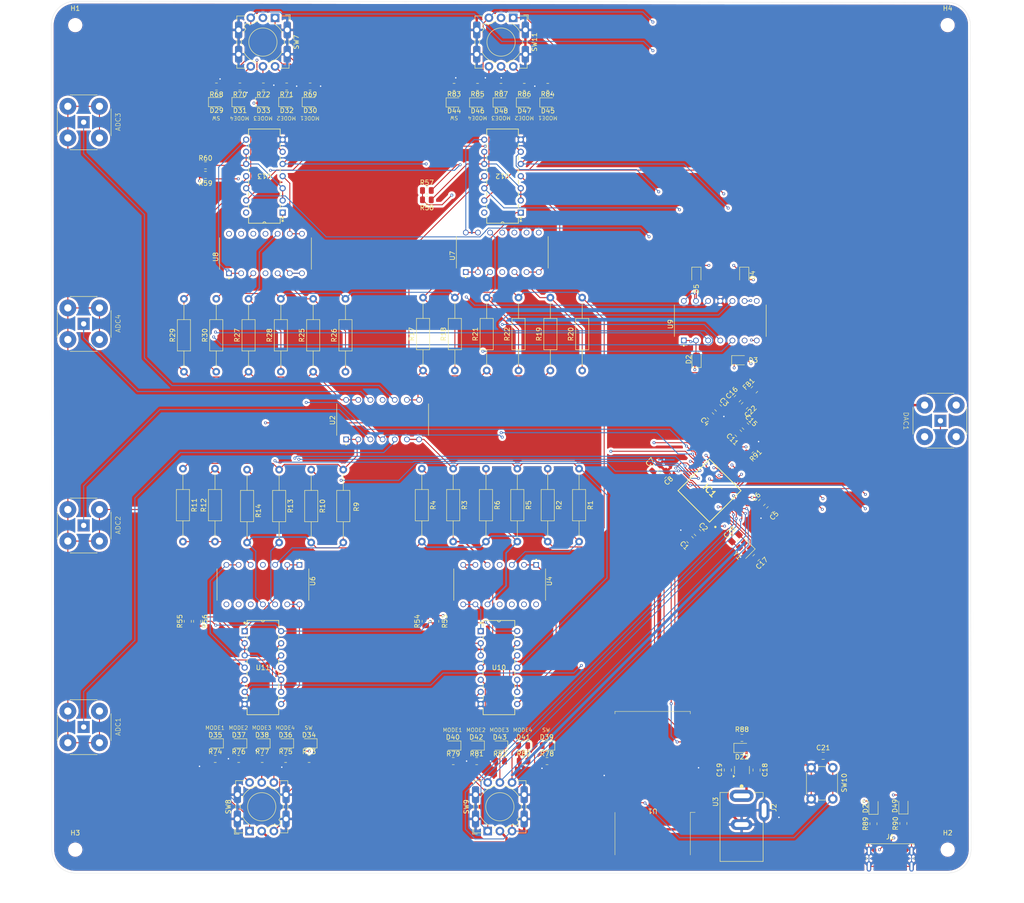
<source format=kicad_pcb>
(kicad_pcb (version 20241229) (generator "pcbnew") (generator_version "9.0")
  (layers (0 "F.Cu" signal) (4 "In1.Cu" power) (6 "In2.Cu" mixed) (2 "B.Cu" signal) (13 "F.Paste" user) (15 "B.Paste" user) (5 "F.SilkS" user "F.Silkscreen") (7 "B.SilkS" user "B.Silkscreen") (1 "F.Mask" user) (3 "B.Mask" user) (25 "Edge.Cuts" user))
  (net 0 "")
  (net 1 "/ADC1_RAW")
  (net 2 "GND")
  (net 3 "/ADC2_RAW")
  (net 4 "/ADC3_RAW")
  (net 5 "/ADC4_RAW")
  (net 6 "Net-(U4A-+)")
  (net 7 "+3.3V")
  (net 8 "/~{RESET}")
  (net 9 "/OSC_OUT")
  (net 10 "/OSC_IN")
  (net 11 "/UART_TX")
  (net 12 "/UART_RX")
  (net 13 "Net-(IC1-VDDA)")
  (net 14 "Net-(C16-Pad2)")
  (net 15 "+5V")
  (net 16 "/D-")
  (net 18 "/D+")
  (net 36 "/SWDIO")
  (net 40 "/SWCLK")
  (net 44 "Net-(D2-K)")
  (net 45 "Net-(D3-K)")
  (net 46 "Net-(D4-K)")
  (net 47 "Net-(D5-K)")
  (net 48 "/ADC2_MOD1_IND")
  (net 49 "/ADC2_MOD4_IND")
  (net 50 "/ADC2_MOD2_IND")
  (net 54 "/DAC_OUT")
  (net 60 "/ADC2_MOD3_IND")
  (net 61 "/ADC3_BUFFER")
  (net 62 "/ADC4_BUFFER")
  (net 63 "/ADC2_BUFFER")
  (net 64 "/ADC1_BUFFER")
  (net 65 "/ADC4_IN5")
  (net 66 "/ADC1_IN3")
  (net 67 "/ADC2_IN3")
  (net 68 "/ADC3_IN1")
  (net 69 "/ADC3_MOD1_IND")
  (net 70 "/ADC1_MOD3")
  (net 71 "/ADC1_MOD1")
  (net 72 "/ADC1_MOD2")
  (net 73 "/ADC3_MOD4_IND")
  (net 74 "/ADC3_MOD2_IND")
  (net 75 "/ADC3_MOD3_IND")
  (net 76 "Net-(U6A-+)")
  (net 77 "Net-(U6B-+)")
  (net 78 "Net-(U6D-+)")
  (net 79 "/ADC2_MOD1")
  (net 80 "/ADC2_MOD3")
  (net 81 "/ADC4_MOD1_IND")
  (net 82 "/ADC4_MOD4_IND")
  (net 83 "/ADC4_MOD2_IND")
  (net 84 "/ADC4_MOD3_IND")
  (net 85 "Net-(U7A-+)")
  (net 86 "Net-(U7B-+)")
  (net 87 "Net-(U7D-+)")
  (net 88 "Net-(U8A-+)")
  (net 89 "Net-(U8B-+)")
  (net 90 "Net-(U8C-+)")
  (net 91 "/ADC3_MOD2")
  (net 92 "/ADC3_MOD1")
  (net 93 "/ADC3_MOD3")
  (net 94 "/ADC4_MOD3")
  (net 95 "/ADC4_MOD2")
  (net 96 "/ADC4_MOD1")
  (net 98 "Net-(U4B-+)")
  (net 99 "Net-(U4C-+)")
  (net 100 "/ADC1_MOD1_IND")
  (net 101 "/ADC1_MOD2_IND")
  (net 102 "/ADC1_MOD3_IND")
  (net 103 "/ADC1_MOD4_IND")
  (net 104 "/ADC2_MOD2")
  (net 105 "Net-(J1-VBUS-PadA4)")
  (net 106 "Net-(U9B-+)")
  (net 107 "/ADC1_SCALE")
  (net 108 "Net-(U9C-+)")
  (net 109 "/ADC2_SCALE")
  (net 110 "Net-(U9D-+)")
  (net 111 "/ADC3_SCALE")
  (net 112 "/ADC4_SCALE")
  (net 113 "/ADC4_IDLE_IND")
  (net 114 "Net-(D29-K)")
  (net 115 "Net-(D30-K)")
  (net 116 "Net-(D31-K)")
  (net 117 "Net-(D32-K)")
  (net 118 "Net-(D33-K)")
  (net 119 "Net-(D34-K)")
  (net 120 "/ADC2_IDLE_IND")
  (net 121 "Net-(D35-K)")
  (net 122 "Net-(D36-K)")
  (net 123 "Net-(D37-K)")
  (net 124 "Net-(D38-K)")
  (net 125 "Net-(D39-K)")
  (net 126 "/ADC1_IDLE_IND")
  (net 127 "Net-(D40-K)")
  (net 128 "Net-(D41-K)")
  (net 129 "Net-(D42-K)")
  (net 130 "Net-(D43-K)")
  (net 131 "Net-(D44-K)")
  (net 132 "/ADC3_IDLE_IND")
  (net 133 "Net-(D45-K)")
  (net 134 "Net-(D46-K)")
  (net 135 "Net-(D47-K)")
  (net 136 "Net-(D48-K)")
  (net 137 "Net-(D22-K)")
  (net 140 "/TX_IND")
  (net 141 "Net-(D23-K)")
  (net 142 "Net-(D49-K)")
  (net 143 "/RX_IND")
  (net 144 "AGND")
  (net 145 "Net-(U9A-+)")
  (footprint "Diode_SMD:D_0805_2012Metric" (layer "F.Cu") (at 255.3381 142.6759)
    (property "Reference" "D3")
    (property "Value" "D")
  )
  (footprint "Resistor_SMD:R_0805_2012Metric" (layer "F.Cu") (at 160.4725 225.9667)
    (property "Reference" "R75")
    (property "Value" "100K")
  )
  (footprint "Resistor_THT:R_Axial_DIN0207_L6.3mm_D2.5mm_P15.24mm_Horizontal" (layer "F.Cu") (at 222.4275 144.8367 90)
    (property "Reference" "R20")
    (property "Value" "330K")
  )
  (footprint "Resistor_THT:R_Axial_DIN0207_L6.3mm_D2.5mm_P15.24mm_Horizontal" (layer "F.Cu") (at 189.1775 144.8367 90)
    (property "Reference" "R17")
    (property "Value" "500K")
  )
  (footprint "Resistor_SMD:R_0805_2012Metric" (layer "F.Cu") (at 146.0188 85.5067 180)
    (property "Reference" "R68")
    (property "Value" "100K")
  )
  (footprint "Resistor_THT:R_Axial_DIN0207_L6.3mm_D2.5mm_P15.24mm_Horizontal" (layer "F.Cu") (at 139.0175 165.336 -90)
    (property "Reference" "R11")
    (property "Value" "1M")
  )
  (footprint "Resistor_SMD:R_0805_2012Metric" (layer "F.Cu") (at 195.4888 226.4267)
    (property "Reference" "R79")
    (property "Value" "100K")
  )
  (footprint "Resistor_THT:R_Axial_DIN0207_L6.3mm_D2.5mm_P15.24mm_Horizontal" (layer "F.Cu") (at 159.4775 145.0867 90)
    (property "Reference" "R28")
    (property "Value" "330K")
  )
  (footprint "LED_SMD:LED_0805_2012Metric" (layer "F.Cu") (at 200.5813 88.8264)
    (property "Reference" "D46")
    (property "Value" "LED")
  )
  (footprint "Resistor_THT:R_Axial_DIN0207_L6.3mm_D2.5mm_P15.24mm_Horizontal" (layer "F.Cu") (at 159.116 165.526 -90)
    (property "Reference" "R13")
    (property "Value" "250K")
  )
  (footprint "Resistor_THT:R_Axial_DIN0207_L6.3mm_D2.5mm_P15.24mm_Horizontal" (layer "F.Cu") (at 209.1275 144.8367 90)
    (property "Reference" "R22")
    (property "Value" "110K")
  )
  (footprint "5415025-2:CONN BNC JACK RA 50 OHM PCB" (layer "F.Cu") (at 118.2775 177.1867 90)
    (property "Reference" "ADC2")
    (property "Value" "Conn_Coaxial" (hide yes))
  )
  (footprint "Crystal:Crystal_SMD_2520-4Pin_2.5x2.0mm" (layer "F.Cu") (at 256.3987 181.937 135)
    (property "Reference" "Y1")
    (property "Value" "16MHz")
  )
  (footprint "LM324N_NOPB:DIP825W47P254L1917H533Q14" (layer "F.Cu") (at 251.275 134.425 90)
    (property "Reference" "U9")
    (property "Value" "LM324")
  )
  (footprint "Button_Switch_THT:SW_NKK_NR01" (layer "F.Cu") (at 202.6875 241.0467 90)
    (property "Reference" "SW9")
    (property "Value" "SW_SP5T_NR01105")
  )
  (footprint "Resistor_SMD:R_0805_2012Metric" (layer "F.Cu") (at 215.2307 85.5764 180)
    (property "Reference" "R84")
    (property "Value" "100K")
  )
  (footprint "Diode_SMD:D_0805_2012Metric" (layer "F.Cu") (at 246.3225 142.5117 90)
    (property "Reference" "D2")
    (property "Value" "D")
  )
  (footprint "LED_SMD:LED_0805_2012Metric" (layer "F.Cu") (at 215.0138 223.1767 180)
    (property "Reference" "D39")
    (property "Value" "RED")
  )
  (footprint "Resistor_SMD:R_0805_2012Metric" (layer "F.Cu") (at 155.825 85.5067 180)
    (property "Reference" "R72")
    (property "Value" "100K")
  )
  (footprint "LED_SMD:LED_0805_2012Metric" (layer "F.Cu") (at 283.275 235.85 90)
    (property "Reference" "D23")
    (property "Value" "RED")
  )
  (footprint "Diode_SMD:D_0805_2012Metric" (layer "F.Cu") (at 256.2756 124.9259 -90)
    (property "Reference" "D4")
    (property "Value" "D")
  )
  (footprint "Resistor_SMD:R_0805_2012Metric" (layer "F.Cu") (at 215.0763 226.4267)
    (property "Reference" "R78")
    (property "Value" "100K")
  )
  (footprint "Capacitor_SMD:C_0805_2012Metric" (layer "F.Cu") (at 250.8158 152.6415 135)
    (property "Reference" "C3")
    (property "Value" "4.7u")
  )
  (footprint "SN74HC4066N:N14" (layer "F.Cu") (at 159.5375 214.5067)
    (property "Reference" "U11")
    (property "Value" "SN74HC4066N")
  )
  (footprint "LED_SMD:LED_0805_2012Metric" (layer "F.Cu") (at 205.4844 88.8264)
    (property "Reference" "D48")
    (property "Value" "LED")
  )
  (footprint "Capacitor_SMD:C_0805_2012Metric_Pad1.18x1.45mm_HandSolder" (layer "F.Cu") (at 252.8505 228.2875 -90)
    (property "Reference" "C19")
    (property "Value" "1u")
  )
  (footprint "Resistor_SMD:R_0805_2012Metric" (layer "F.Cu") (at 189.7275 197.2167 90)
    (property "Reference" "R54")
    (property "Value" "100K")
  )
  (footprint "Capacitor_SMD:C_0805_2012Metric" (layer "F.Cu") (at 244.955 180.175 -45)
    (property "Reference" "C1")
    (property "Value" "4.7u")
  )
  (footprint "Resistor_SMD:R_0805_2012Metric" (layer "F.Cu") (at 257.525 161.425 -135)
    (property "Reference" "R91")
    (property "Value" "0")
  )
  (footprint "LM324N_NOPB:DIP825W47P254L1917H533Q14" (layer "F.Cu") (at 155.7275 189.551 -90)
    (property "Reference" "U6")
    (property "Value" "LM324")
  )
  (footprint "Resistor_SMD:R_0805_2012Metric" (layer "F.Cu") (at 143.7275 101.9667 180)
    (property "Reference" "R60")
    (property "Value" "100K")
  )
  (footprint "Capacitor_SMD:C_0805_2012Metric_Pad1.18x1.45mm_HandSolder" (layer "F.Cu") (at 254.8583 150.684 45)
    (property "Reference" "C16")
    (property "Value" "0.1")
  )
  (footprint "Resistor_THT:R_Axial_DIN0207_L6.3mm_D2.5mm_P15.24mm_Horizontal" (layer "F.Cu") (at 172.515 165.526 -90)
    (property "Reference" "R9")
    (property "Value" "500K")
  )
  (footprint "Resistor_THT:R_Axial_DIN0207_L6.3mm_D2.5mm_P15.24mm_Horizontal" (layer "F.Cu") (at 145.9775 145.0867 90)
    (property "Reference" "R30")
    (property "Value" "110K")
  )
  (footprint "LED_SMD:LED_0805_2012Metric" (layer "F.Cu") (at 165.3556 222.7167 180)
    (property "Reference" "D34")
    (property "Value" "RED")
  )
  (footprint "Capacitor_SMD:C_0805_2012Metric" (layer "F.Cu") (at 237.8449 165.187 -135)
    (property "Reference" "C7")
    (property "Value" "4.7u")
  )
  (footprint "SN74HC4066N:N14" (layer "F.Cu") (at 201.9775 96.5967 180)
    (property "Reference" "U12")
    (property "Value" "SN74HC4066N")
  )
  (footprint "Resistor_SMD:R_0805_2012Metric" (layer "F.Cu") (at 145.7631 225.9667)
    (property "Reference" "R74")
    (property "Value" "100K")
  )
  (footprint "Resistor_SMD:R_0805_2012Metric" (layer "F.Cu") (at 150.6662 225.9667)
    (property "Reference" "R76")
    (property "Value" "100K")
  )
  (footprint "Button_Switch_THT:SW_NKK_NR01" (layer "F.Cu") (at 152.9375 241.0467 90)
    (property "Reference" "SW8")
    (property "Value" "SW_SP5T_NR01105")
  )
  (footprint "Resistor_SMD:R_0805_2012Metric" (layer "F.Cu") (at 140.0275 197.2167 90)
    (property "Reference" "R55")
    (property "Value" "100K")
  )
  (footprint "SN74HC4066N:N14" (layer "F.Cu") (at 208.8475 214.5067)
    (property "Reference" "U10")
    (property "Value" "SN74HC4066N")
  )
  (footprint "Resistor_SMD:R_0805_2012Metric" (layer "F.Cu") (at 191.7275 197.2167 -90)
    (property "Reference" "R53")
    (property "Value" "100K")
  )
  (footprint "Resistor_SMD:R_0805_2012Metric" (layer "F.Cu") (at 289.525 239.45 90)
    (property "Reference" "R90")
    (property "Value" "100K")
  )
  (footprint "LED_SMD:LED_0805_2012Metric" (layer "F.Cu") (at 150.6862 222.7167 180)
    (property "Reference" "D37")
    (property "Value" "LED")
  )
  (footprint "Resistor_SMD:R_0805_2012Metric" (layer "F.Cu") (at 210.1794 226.4267)
    (property "Reference" "R80")
    (property "Value" "100K")
  )
  (footprint "Capacitor_SMD:C_0805_2012Metric_Pad1.18x1.45mm_HandSolder" (layer "F.Cu") (at 259.9559 172.3915 45)
    (property "Reference" "C6")
    (property "Value" "0.1u")
  )
  (footprint "PJ_202B:CUI_PJ-202B" (layer "F.Cu") (at 255.726 240.175 -90)
    (property "Reference" "J2")
    (property "Value" "PJ-202B")
  )
  (footprint "5415025-2:CONN BNC JACK RA 50 OHM PCB" (layer "F.Cu") (at 118.2775 92.9534 90)
    (property "Reference" "ADC3")
    (property "Value" "Conn_Coaxial" (hide yes))
  )
  (footprint "Button_Switch_THT:SW_NKK_NR01" (layer "F.Cu") (at 208.0175 71.1367 -90)
    (property "Reference" "SW11")
    (property "Value" "SW_SP5T_NR01105")
  )
  (footprint "Resistor_THT:R_Axial_DIN0207_L6.3mm_D2.5mm_P15.24mm_Horizontal" (layer "F.Cu") (at 202.4775 144.8367 90)
    (property "Reference" "R21")
    (property "Value" "250K")
  )
  (footprint "LED_SMD:LED_0805_2012Metric" (layer "F.Cu") (at 155.5494 222.7167 180)
    (property "Reference" "D38")
    (property "Value" "LED")
  )
  (footprint "Resistor_THT:R_Axial_DIN0207_L6.3mm_D2.5mm_P15.24mm_Horizontal" (layer "F.Cu") (at 166.2275 145.0867 90)
    (property "Reference" "R25")
    (property "Value" "500K")
  )
  (footprint "Resistor_SMD:R_0805_2012Metric" (layer "F.Cu") (at 205.4644 85.5764 180)
    (property "Reference" "R87")
    (property "Value" "100K")
  )
  (footprint "LED_SMD:LED_0805_2012Metric" (layer "F.Cu") (at 200.3044 223.1767 180)
    (property "Reference" "D42")
    (property "Value" "LED")
  )
  (footprint "LED_SMD:LED_0805_2012Metric" (layer "F.Cu") (at 160.4525 222.7167 180)
    (property "Reference" "D36")
    (property "Value" "LED")
  )
  (footprint "ST-Link_V3:STLink_V3MODS" (layer "F.Cu") (at 237.145 236.375 180)
    (property "Reference" "U1")
    (property "Value" "STLINK-V3MODS")
  )
  (footprint "5415025-2:CONN BNC JACK RA 50 OHM PCB" (layer "F.Cu") (at 297.2625 155.3321 -90)
    (property "Reference" "DAC1")
    (property "Value" "Conn_Coaxial" (hide yes))
  )
  (footprint "Resistor_SMD:R_0805_2012Metric" (layer "F.Cu") (at 165.5913 85.5067 180)
    (property "Reference" "R69")
    (property "Value" "100K")
  )
  (footprint "Resistor_THT:R_Axial_DIN0207_L6.3mm_D2.5mm_P15.24mm_Horizontal" (layer "F.Cu") (at 221.775 165.336 -90)
    (property "Reference" "R1")
    (property "Value" "500K")
  )
  (footprint "Resistor_THT:R_Axial_DIN0207_L6.3mm_D2.5mm_P15.24mm_Horizontal" (layer "F.Cu") (at 215.7775 144.8367 90)
    (property "Reference" "R19")
    (property "Value" "1M")
  )
  (footprint "LED_SMD:LED_0805_2012Metric" (layer "F.Cu") (at 215.2507 88.8264)
    (property "Reference" "D45")
    (property "Value" "LED")
  )
  (footprint "Resistor_THT:R_Axial_DIN0207_L6.3mm_D2.5mm_P15.24mm_Horizontal" (layer "F.Cu") (at 195.8275 144.8367 90)
    (property "Reference" "R18")
    (property "Value" "330K")
  )
  (footprint "Resistor_THT:R_Axial_DIN0207_L6.3mm_D2.5mm_P15.24mm_Horizontal" (layer "F.Cu") (at 165.8155 165.526 -90)
    (property "Reference" "R10")
    (property "Value" "330K")
  )
  (footprint "Capacitor_SMD:C_0805_2012Metric_Pad1.18x1.45mm_HandSolder" (layer "F.Cu") (at 256.5414 156.4414 -45)
    (property "Reference" "C15")
    (property "Value" "0.1u")
  )
  (footprint "Connector_USB:USB_C_Receptacle_Amphenol_124019772112A" (layer "F.Cu") (at 286.775 248.2425)
    (property "Reference" "J1")
    (property "Value" "USB_C_Receptacle_USB2.0_16P")
  )
  (footprint "Button_Switch_THT:SW_NKK_NR01" (layer "F.Cu") (at 158.2675 71.1367 -90)
    (property "Reference" "SW7")
    (property "Value" "SW_SP5T_NR01105")
  )
  (footprint "Package_TO_SOT_SMD:SOT-23-5" (layer "F.Cu") (at 255.8005 228.2875 90)
    (property "Reference" "U3")
    (property "Value" "AP2112K-3.3")
  )
  (footprint "LED_SMD:LED_0805_2012Metric" (layer "F.Cu") (at 155.845 88.7567)
    (property "Reference" "D33")
    (property "Value" "LED")
  )
  (footprint "Resistor_SMD:R_0805_2012Metric" (layer "F.Cu") (at 189.9775 107.2167)
    (property "Reference" "R57")
    (property "Value" "100K")
  )
  (footprint "LED_SMD:LED_0805_2012Metric" (layer "F.Cu") (at 146.0388 88.7567)
    (property "Reference" "D29")
    (property "Value" "RED")
  )
  (footprint "Resistor_THT:R_Axial_DIN0207_L6.3mm_D2.5mm_P15.24mm_Horizontal" (layer "F.Cu") (at 195.475 165.336 -90)
    (property "Reference" "R3")
    (property "Value" "1M")
  )
  (footprint "5415025-2:CONN BNC JACK RA 50 OHM PCB" (layer "F.Cu") (at 118.2775 135.0701 90)
    (property "Reference" "ADC4")
    (property "Value" "Conn_Coaxial" (hide yes))
  )
  (footprint "MountingHole:MountingHole_2.5mm" (layer "F.Cu") (at 298.775 72.675)
    (property "Reference" "H4")
    (property "Value" "MountingHole")
  )
  (footprint "SN74HC4066N:N14" (layer "F.Cu") (at 152.2275 96.5967 180)
    (property "Reference" "U13")
    (property "Value" "SN74HC4066N")
  )
  (footprint "Capacitor_SMD:C_0805_2012Metric_Pad1.18x1.45mm_HandSolder" (layer "F.Cu") (at 258.775 183.925 -135)
    (property "Reference" "C17")
    (property "Value" "12p")
  )
  (footprint "LED_SMD:LED_0805_2012Metric" (layer "F.Cu") (at 145.7831 222.7167 180)
    (property "Reference" "D35")
    (property "Value" "LED")
  )
  (footprint "LM324N_NOPB:DIP825W47P254L1917H533Q14" (layer "F.Cu") (at 180.735 155.0883 90)
    (property "Reference" "U2")
    (property "Value" "LM324")
  )
  (footprint "Capacitor_SMD:C_0805_2012Metric_Pad1.18x1.45mm_HandSolder" (layer "F.Cu") (at 256.3583 152.184 45)
    (property "Reference" "C22")
    (property "Value" "0.1u")
  )
  (footprint "Capacitor_SMD:C_0805_2012Metric_Pad1.18x1.45mm_HandSolder" (layer "F.Cu") (at 258.8505 228.2875 90)
    (property "Reference" "C18")
    (property "Value" "1u")
  )
  (footprint "Resistor_SMD:R_0805_2012Metric" (layer "F.Cu") (at 255.8005 221.5625 180)
    (property "Reference" "R88")
    (property "Value" "100K")
  )
  (footprint "Resistor_SMD:R_0805_2012Metric" (layer "F.Cu") (at 205.2825 226.4267)
    (property "Reference" "R82")
    (property "Value" "100K")
  )
  (footprint "Capacitor_SMD:C_0805_2012Metric" (layer "F.Cu") (at 261.6277 173.9534 45)
    (property "Reference" "C5")
    (property "Value" "4.7u")
  )
  (footprint "LED_SMD:LED_0805_2012Metric" (layer "F.Cu") (at 150.9419 88.7567)
    (property "Reference" "D31")
    (property "Value" "LED")
  )
  (footprint "Resistor_SMD:R_0805_2012Metric" (layer "F.Cu") (at 283.275 239.5125 90)
    (property "Reference" "R89")
    (property "Value" "100K")
  )
  (footprint "Diode_SMD:D_0805_2012Metric" (layer "F.Cu") (at 246.2756 124.9259 -90)
    (property "Reference" "D5")
    (property "Value" "D")
  )
  (footprint "LED_SMD:LED_0805_2012Metric" (layer "F.Cu") (at 195.4013 223.1767 180)
    (property "Reference" "D40")
    (property "Value" "LED")
  )
  (footprint "LM324N_NOPB:DIP825W47P254L1917H533Q14" (layer "F.Cu") (at 156.2625 120.3867 90)
    (property "Reference" "U8")
    (property "Value" "LM324")
  )
  (footprint "Resistor_SMD:R_0805_2012Metric" (layer "F.Cu") (at 200.3857 226.4267)
    (property "Reference" "R81")
    (property "Value" "100K")
  )
  (footprint "Resistor_THT:R_Axial_DIN0207_L6.3mm_D2.5mm_P15.24mm_Horizontal" (layer "F.Cu") (at 202.325 165.336 -90)
    (property "Reference" "R6")
    (property "Value" "110K")
  )
  (footprint "Capacitor_SMD:C_0805_2012Metric_Pad1.18x1.45mm_HandSolder" (layer "F.Cu") (at 255.0414 157.9414 -45)
    (property "Reference" "C11")
    (property "Value" "0.1u")
  )
  (footprint "LED_SMD:LED_0805_2012Metric" (layer "F.Cu") (at 160.7081 88.7567)
    (property "Reference" "D32")
    (property "Value" "LED")
  )
  (footprint "Button_Switch_THT:SW_PUSH_6mm" (layer "F.Cu") (at 270.275 234.315 90)
    (property "Reference" "SW10")
    (property "Value" "Tactile_6mm")
  )
  (footprint "Resistor_THT:R_Axial_DIN0207_L6.3mm_D2.5mm_P15.24mm_Horizontal" (layer "F.Cu") (at 145.717 180.576 90)
    (property "Reference" "R12")
    (property "Value" "330K")
  )
  (footprint "Capacitor_SMD:C_0805_2012Metric_Pad1.18x1.45mm_HandSolder" (layer "F.Cu") (at 254.4172 179.812 45)
    (property "Reference" "C20")
    (property "Value" "12p")
  )
  (footprint "Resistor_SMD:R_0805_2012Metric" (layer "F.Cu") (at 143.7275 103.9667)
    (property "Reference" "R59")
    (property "Value" "100K")
  )
  (footprint "LED_SMD:LED_0805_2012Metric" (layer "F.Cu") (at 195.6782 88.8264)
    (property "Reference" "D44")
    (property "Value" "RED")
  )
  (footprint "LED_SMD:LED_0805_2012Metric" (layer "F.Cu") (at 289.525 235.7875 90)
    (property "Reference" "D49")
    (property "Value" "GREEN")
  )
  (footprint "Capacitor_SMD:C_0805_2012Metric" (layer "F.Cu") (at 258.3941 148.8371 45)
    (property "Reference" "FB1")
    (property "Value" "FerriteBead")
  )
  (footprint "5415025-2:CONN BNC JACK RA 50 OHM PCB" (layer "F.Cu") (at 118.2775 219.3034 90)
    (property "Reference" "ADC1")
    (property "Value" "Conn_Coaxial" (hide yes))
  )
  (footprint "Resistor_SMD:R_0805_2012Metric" (layer "F.Cu") (at 160.6881 85.5067 180)
    (property "Reference" "R71")
    (property "Value" "100K")
  )
  (footprint "LED_SMD:LED_0805_2012Metric" (layer "F.Cu") (at 210.3476 88.8264)
    (property "Reference" "D47")
    (property "Value" "LED")
  )
  (footprint "LED_SMD:LED_0805_2012Metric" (layer "F.Cu") (at 165.6113 88.7567)
    (property "Reference" "D30")
    (property "Value" "LED")
  )
  (footprint "Resistor_SMD:R_0805_2012Metric" (layer "F.Cu") (at 155.5694 225.9667)
    (property "Reference" "R77")
    (property "Value" "100K")
  )
  (footprint "LED_SMD:LED_0805_2012Metric" (layer "F.Cu") (at 205.2075 223.1767 180)
    (property "Reference" "D43")
    (property "Value" "LED")
  )
  (footprint "Resistor_SMD:R_0805_2012Metric" (layer "F.Cu") (at 150.9219 85.5067 180)
    (property "Reference" "R70")
    (property "Value" "100K")
  )
  (footprint "LM324N_NOPB:DIP825W47P254L1917H533Q14" (layer "F.Cu") (at 205.185 189.551 -90)
    (property "Reference" "U4")
    (property "Value" "LM324")
  )
  (footprint "Resistor_SMD:R_0805_2012Metric" (layer "F.Cu") (at 195.6582 85.5764 180)
    (property "Reference" "R83")
    (property "Value" "100K")
  )
  (footprint "Capacitor_SMD:C_0805_2012Metric_Pad1.18x1.45mm_HandSolder" (layer "F.Cu") (at 272.775 225.315)
    (property "Reference" "C21")
    (property "Value" "0.1u")
  )
  (footprint "LED_SMD:LED_0805_2012Metric" (layer "F.Cu") (at 255.8005 223.675)
    (property "Reference" "D22")
    (property "Value" "LED")
  )
  (footprint "Resistor_SMD:R_0805_2012Metric" (layer "F.Cu") (at 141.9775 197.2167 -90)
    (property "Reference" "R56")
    (property "Value" "100K")
  )
  (footprint "Resistor_SMD:R_0805_2012Metric" (layer "F.Cu") (at 189.9775 109.1667 180)
    (property "Reference" "R58")
    (property "Value" "100K")
  )
  (footprint "Resistor_THT:R_Axial_DIN0207_L6.3mm_D2.5mm_P15.24mm_Horizontal" (layer "F.Cu") (at 152.4165 165.526 -90)
    (property "Reference" "R14")
    (property "Value" "110K")
  )
  (footprint "Resistor_SMD:R_0805_2012Metric" (layer "F.Cu") (at 165.3756 225.9667)
    (property "Reference" "R73")
    (property "Value" "100K")
  )
  (footprint "MountingHole:MountingHole_2.5mm" (layer "F.Cu") (at 298.775 244.925)
    (property "Reference" "H2")
    (property "Value" "MountingHole")
  )
  (footprint "MountingHole:MountingHole_2.5mm" (layer "F.Cu") (at 116.525 72.675)
    (property "Reference" "H1")
    (property "Value" "MountingHole")
  )
  (footprint "LM324N_NOPB:DIP825W47P254L1917H533Q14" (layer "F.Cu") (at 205.7275 120.1367 90)
    (property "Reference" "U7")
    (property "Value" "LM324")
  )
  (footprint "MountingHole:MountingHole_2.5mm" (layer "F.Cu") (at 116.525 244.925)
    (property "Reference" "H3")
    (property "Value" "MountingHole")
  )
  (footprint "LED_SMD:LED_0805_2012Metric" (layer "F.Cu") (at 210.1107 223.1767 180)
    (property "Reference" "D41")
    (property "Value" "LED")
  )
  (footprint "Resistor_THT:R_Axial_DIN0207_L6.3mm_D2.5mm_P15.24mm_Horizontal" (layer "F.Cu") (at 215.225 165.336 -90)
    (property "Reference" "R2")
    (property "Value" "330K")
  )
  (footprint "Resistor_SMD:R_0805_2012Metric" (layer "F.Cu") (at 200.5613 85.5764 180)
    (property "Reference" "R85")
    (property "Value" "100K")
  )
  (footprint "Capacitor_SMD:C_0805_2012Metric_Pad1.18x1.45mm_HandSolder" (layer "F.Cu") (at 246.525 178.675 -46)
    (property "Reference" "C2")
    (property "Value" "0.1u")
  )
  (footprint "Resistor_THT:R_Axial_DIN0207_L6.3mm_D2.5mm_P15.24mm_Horizontal" (layer "F.Cu") (at 188.925 165.336 -90)
    (property "Reference" "R4")
    (property "Value" "330K")
  )
  (footprint "Capacitor_SMD:C_0805_2012Metric_Pad1.18x1.45mm_HandSolder" (layer "F.Cu") (at 249.2376 154.3133 135)
    (property "Reference" "C4")
    (property "Value" "0.1u")
  )
  (footprint "Resistor_THT:R_Axial_DIN0207_L6.3mm_D2.5mm_P15.24mm_Horizontal" (layer "F.Cu") (at 139.2275 145.0867 90)
    (property "Reference" "R29")
    (property "Value" "250K")
  )
  (footprint "Resistor_SMD:R_0805_2012Metric" (layer "F.Cu") (at 210.3276 85.5764 180)
    (property "Reference" "R86")
    (property "Value" "100K")
  )
  (footprint "Resistor_THT:R_Axial_DIN0207_L6.3mm_D2.5mm_P15.24mm_Horizontal" (layer "F.Cu") (at 208.875 165.336 -90)
    (property "Reference" "R5")
    (property "Value" "250K")
  )
  (footprint "Resistor_THT:R_Axial_DIN0207_L6.3mm_D2.5mm_P15.24mm_Horizontal" (layer "F.Cu") (at 172.9775 145.0867 90)
    (property "Reference" "R26")
    (property "Value" "330K")
  )
  (footprint "Resistor_THT:R_Axial_DIN0207_L6.3mm_D2.5mm_P15.24mm_Horizontal" (layer "F.Cu") (at 152.7275 145.0867 90)
    (property "Reference" "R27")
    (property "Value" "1M")
  )
  (footprint "Capacitor_SMD:C_0805_2012Metric_Pad1.18x1.45mm_HandSolder" (layer "F.Cu") (at 239.2949 166.687 -135)
    (property "Reference" "C8")
    (property "Value" "0.1u")
  )
  (footprint "STM32G474RET6:QFP50P1200X1200X160-64N" (layer "F.Cu") (at 249.025 169.925 135)
    (property "Reference" "IC1")
    (property "Value" "STM32G474RET6" (hide yes))
  )
  (gr_arc (start 303.6675 244.925) (mid 302.23452 248.38452) (end 298.775 249.8175) (stroke (width 0.05)) (layer "Edge.Cuts"))
  (gr_line (start 281.025 249.8175) (end 298.775 249.8175) (stroke (width 0.05)) (layer "Edge.Cuts"))
  (gr_arc (start 116.525 249.8175) (mid 113.06548 248.38452) (end 111.6325 244.925) (stroke (width 0.05)) (layer "Edge.Cuts"))
  (gr_line (start 281.025 249.8175) (end 116.525 249.8175) (stroke (width 0.05)) (layer "Edge.Cuts"))
  (gr_arc (start 298.775 67.925) (mid 302.133757 69.316243) (end 303.525 72.675) (stroke (width 0.05)) (layer "Edge.Cuts"))
  (gr_line (start 303.6675 244.925) (end 303.525 72.675) (stroke (width 0.05)) (layer "Edge.Cuts"))
  (gr_arc (start 111.525 72.675) (mid 112.989466 69.139466) (end 116.525 67.675) (stroke (width 0.05)) (layer "Edge.Cuts"))
  (gr_line (start 111.6325 244.925) (end 111.525 72.675) (stroke (width 0.05)) (layer "Edge.Cuts"))
  (gr_line (start 298.775 67.925) (end 116.525 67.675) (stroke (width 0.05)) (layer "Edge.Cuts"))
  (gr_text "MODE2" (at 148.523447 219.94642 0) (layer "F.SilkS") (effects (font (size 0.8 0.8) (thickness 0.1)) (justify left bottom)))
  (gr_text "MODE3" (at 207.553448 91.59672 180) (layer "F.SilkS") (effects (font (size 0.8 0.8) (thickness 0.1)) (justify left bottom)))
  (gr_text "SW" (at 196.566295 91.59672 180) (layer "F.SilkS") (effects (font (size 0.8 0.8) (thickness 0.1)) (justify left bottom)))
  (gr_text "MODE4" (at 202.650348 91.59672 180) (layer "F.SilkS") (effects (font (size 0.8 0.8) (thickness 0.1)) (justify left bottom)))
  (gr_text "MODE3" (at 203.010447 220.40642 0) (layer "F.SilkS") (effects (font (size 0.8 0.8) (thickness 0.1)) (justify left bottom)))
  (gr_text "SW" (at 146.8562 91.64752 180) (layer "F.SilkS") (effects (font (size 0.8 0.8) (thickness 0.1)) (justify left bottom)))
  (gr_text "MODE1" (at 143.620347 219.94642 0) (layer "F.SilkS") (effects (font (size 0.8 0.8) (thickness 0.1)) (justify left bottom)))
  (gr_text "MODE4" (at 152.940253 91.64752 180) (layer "F.SilkS") (effects (font (size 0.8 0.8) (thickness 0.1)) (justify left bottom)))
  (gr_text "MODE4" (at 207.913547 220.40642 0) (layer "F.SilkS") (effects (font (size 0.8 0.8) (thickness 0.1)) (justify left bottom)))
  (gr_text "MODE1" (at 167.609653 91.64752 180) (layer "F.SilkS") (effects (font (size 0.8 0.8) (thickness 0.1)) (justify left bottom)))
  (gr_text "MODE1" (at 217.319748 91.59672 180) (layer "F.SilkS") (effects (font (size 0.8 0.8) (thickness 0.1)) (justify left bottom)))
  (gr_text "MODE2" (at 198.147247 220.40642 0) (layer "F.SilkS") (effects (font (size 0.8 0.8) (thickness 0.1)) (justify left bottom)))
  (gr_text "MODE3" (at 157.843353 91.64752 180) (layer "F.SilkS") (effects (font (size 0.8 0.8) (thickness 0.1)) (justify left bottom)))
  (gr_text "MODE4" (at 158.289747 219.94642 0) (layer "F.SilkS") (effects (font (size 0.8 0.8) (thickness 0.1)) (justify left bottom)))
  (gr_text "MODE1" (at 193.244147 220.40642 0) (layer "F.SilkS") (effects (font (size 0.8 0.8) (thickness 0.1)) (justify left bottom)))
  (gr_text "MODE2" (at 212.416648 91.59672 180) (layer "F.SilkS") (effects (font (size 0.8 0.8) (thickness 0.1)) (justify left bottom)))
  (gr_text "MODE3" (at 153.386647 219.94642 0) (layer "F.SilkS") (effects (font (size 0.8 0.8) (thickness 0.1)) (justify left bottom)))
  (gr_text "MODE2" (at 162.706553 91.64752 180) (layer "F.SilkS") (effects (font (size 0.8 0.8) (thickness 0.1)) (justify left bottom)))
  (gr_text "SW" (at 164.3738 219.94642 0) (layer "F.SilkS") (effects (font (size 0.8 0.8) (thickness 0.1)) (justify left bottom)))
  (gr_text "SW" (at 213.9976 220.40642 0) (layer "F.SilkS") (effects (font (size 0.8 0.8) (thickness 0.1)) (justify left bottom)))
  (segment (start 180.978 161.967) (end 138.478 161.967) (width 0.2) (layer "B.Cu") (net 1))
  (segment (start 128.978 201.217) (end 118.278 211.917) (width 0.2) (layer "B.Cu") (net 1))
  (segment (start 183.04 159.904) (end 180.978 161.967) (width 0.2) (layer "B.Cu") (net 1))
  (segment (start 118.278 211.917) (end 118.278 219.303) (width 0.2) (layer "B.Cu") (net 1))
  (segment (start 183.04 159.216) (end 183.04 159.904) (width 0.2) (layer "B.Cu") (net 1))
  (segment (start 138.478 161.967) (end 128.978 171.467) (width 0.2) (layer "B.Cu") (net 1))
  (segment (start 118.2775 219.3034) (end 118.2776 219.3034) (width 0.2) (layer "B.Cu") (net 1))
  (segment (start 128.978 171.467) (end 128.978 201.217) (width 0.2) (layer "B.Cu") (net 1))
  (segment (start 118.2776 219.3034) (end 118.278 219.303) (width 0.2) (layer "B.Cu") (net 1))
  (segment (start 183.04 159.2158) (end 183.04 159.216) (width 0.2) (layer "B.Cu") (net 1))
  (segment (start 283.725 245.0425) (end 283.725 246.242) (width 0.2) (layer "F.Cu") (net 2))
  (segment (start 198.275 226.425) (end 199.4715 226.425) (width 0.2) (layer "F.Cu") (net 2))
  (segment (start 283.275 240.425) (end 282.275 241.425) (width 0.2) (layer "F.Cu") (net 2))
  (segment (start 256.522 183.1017) (end 256.522 183.051) (width 0.2) (layer "F.Cu") (net 2))
  (segment (start 251.0715 163.2825) (end 251.0713 163.2825) (width 0.2) (layer "F.Cu") (net 2))
  (segment (start 251.359 162.995) (end 251.359 156.435) (width 0.2) (layer "F.Cu") (net 2))
  (segment (start 258.041 184.659) (end 257.2815 183.8995) (width 0.2) (layer "F.Cu") (net 2))
  (segment (start 256.522 183.051) (end 256.451 182.98) (width 0.2) (layer "F.Cu") (net 2))
  (segment (start 246.7352 227.8131) (end 246.4071 227.485) (width 0.2) (layer "F.Cu") (net 2))
  (segment (start 271.738 225.315) (end 271.738 225.728) (width 0.2) (layer "F.Cu") (net 2))
  (segment (start 256.77 173.074) (end 259.171 173.074) (width 0.2) (layer "F.Cu") (net 2))
  (segment (start 201.4738 84.4145) (end 201.4738 85.5764) (width 0.2) (layer "F.Cu") (net 2))
  (segment (start 283.775 246.292) (end 283.775 246.2925) (width 0.2) (layer "F.Cu") (net 2))
  (segment (start 291.225 245.218) (end 291.05 245.042) (width 0.2) (layer "F.Cu") (net 2))
  (segment (start 252.025 153.851) (end 251.488 153.313) (width 0.2) (layer "F.Cu") (net 2))
  (segment (start 252.025 154.425) (end 252.025 153.851) (width 0.2) (layer "F.Cu") (net 2))
  (segment (start 256.075 172.379) (end 256.77 173.074) (width 0.2) (layer "F.Cu") (net 2))
  (segment (start 227.025 229.425) (end 228.0733 229.425) (width 0.2) (layer "F.Cu") (net 2))
  (segment (start 154.321 224.198) (end 154.6569 224.5339) (width 0.2) (layer "F.Cu") (net 2))
  (segment (start 270.275 234.315) (end 276.385 240.425) (width 0.2) (layer "F.Cu") (net 2))
  (segment (start 283.2255 245.042) (end 283.225 245.0425) (width 0.2) (layer "F.Cu") (net 2))
  (segment (start 259.171 173.074) (end 259.9465 173.8495) (width 0.2) (layer "F.Cu") (net 2))
  (segment (start 246.7352 230.2068) (end 245.647 231.295) (width 0.2) (layer "F.Cu") (net 2))
  (segment (start 249.9712 154.9387) (end 249.9712 155.0469) (width 0.2) (layer "F.Cu") (net 2))
  (segment (start 271.738 225.728) (end 271.738 226.352) (width 0.2) (layer "F.Cu") (net 2))
  (segment (start 255.7129 179.6405) (end 255.1508 179.0784) (width 0.2) (layer "F.Cu") (net 2))
  (segment (start 255.8 229.1415) (end 255.8005 229.142) (width 0.2) (layer "F.Cu") (net 2))
  (segment (start 252.85 229.325) (end 253.864 228.312) (width 0.5) (layer "F.Cu") (net 2))
  (segment (start 228.9 228.755) (end 228.9 229.4) (width 0.2) (layer "F.Cu") (net 2))
  (segment (start 228.0733 229.19) (end 228.0733 228.755) (width 0.2) (layer "F.Cu") (net 2))
  (segment (start 252.8125 229.3625) (end 252.775 229.4) (width 0.5) (layer "F.Cu") (net 2))
  (segment (start 256.5224 183.0507) (end 256.5223 183.0507) (width 0.2) (layer "F.Cu") (net 2))
  (segment (start 282.325 248.418) (end 291.225 248.418) (width 0.2) (layer "F.Cu") (net 2))
  (segment (start 214.025 226.5655) (end 214.1638 226.4267) (width 0.2) (layer "F.Cu") (net 2))
  (segment (start 238.8 164.798) (end 238.7995 164.798) (width 0.2) (layer "F.Cu") (net 2))
  (segment (start 245.804 177.929) (end 245.804 177.8355) (width 0.2) (layer "F.Cu") (net 2))
  (segment (start 228.9 228.755) (end 228.0733 228.755) (width 0.2) (layer "F.Cu") (net 2))
  (segment (start 283.725 245.042) (end 283.725 245.0425) (width 0.2) (layer "F.Cu") (net 2))
  (segment (start 142.479 227.5162) (end 144.0285 225.9667) (width 0.2) (layer "F.Cu") (net 2))
  (segment (start 194.5763 226.4267) (end 167.5575 226.4267) (width 0.2) (layer "F.Cu") (net 2))
  (segment (start 166.2403 227.7439) (end 164.4631 225.9667) (width 0.2) (layer "F.Cu") (net 2))
  (segment (start 249.971 154.83) (end 249.971 154.9385) (width 0.2) (layer "F.Cu") (net 2))
  (segment (start 289.8 245.067) (end 289.825 245.042) (width 0.2) (layer "F.Cu") (net 2))
  (segment (start 238.517 164.515) (end 238.8 164.798) (width 0.2) (layer "F.Cu") (net 2))
  (segment (start 256.347 228.312) (end 257.789 228.312) (width 0.5) (layer "F.Cu") (net 2))
  (segment (start 151.8344 86.1854) (end 151.8344 85.5067) (width 0.2) (layer "F.Cu") (net 2))
  (segment (start 251.488 153.313) (end 251.2047 153.5963) (width 0.2) (layer "F.Cu") (net 2))
  (segment (start 159.6682 227.6927) (end 159.6682 226.0749) (width 0.2) (layer "F.Cu") (net 2))
  (segment (start 203.275 226.425) (end 204.3683 226.425) (width 0.2) (layer "F.Cu") (net 2))
  (segment (start 159.6682 226.0749) (end 159.56 225.9667) (width 0.2) (layer "F.Cu") (net 2))
  (segment (start 238.8 164.798) (end 239.955 165.953) (width 0.2) (layer "F.Cu") (net 2))
  (segment (start 252.775 236.724) (end 255.726 239.675) (width 0.5) (layer "F.Cu") (net 2))
  (segment (start 283.725 246.242) (end 283.775 246.292) (width 0.2) (layer "F.Cu") (net 2))
  (segment (start 259.9465 173.8495) (end 260.722 174.625) (width 0.2) (layer "F.Cu") (net 2))
  (segment (start 249.971 155.047) (end 249.971 154.9385) (width 0.2) (layer "F.Cu") (net 2))
  (segment (start 271.7375 225.7275) (end 271.7375 225.315) (width 0.2) (layer "F.Cu") (net 2))
  (segment (start 256.275 180.203) (end 256.275 180.823) (width 0.2) (layer "F.Cu") (net 2))
  (segment (start 253.864 228.312) (end 255.349 228.312) (width 0.5) (layer "F.Cu") (net 2))
  (segment (start 257.3687 222.218) (end 257.3685 222.218) (width 0.2) (layer "F.Cu") (net 2))
  (segment (start 256.451 181) (end 256.275 180.823) (width 0.2) (layer "F.Cu") (net 2))
  (segment (start 152.4035 86.7545) (end 151.8344 86.1854) (width 0.2) (layer "F.Cu") (net 2))
  (segment (start 291.225 245.2175) (end 291.225 245.218) (width 0.2) (layer "F.Cu") (net 2))
  (segment (start 239.525 163.425) (end 239.525 163.507) (width 0.2) (layer "F.Cu") (net 2))
  (segment (start 158.0047 85.2197) (end 157.0245 85.2197) (width 0.2) (layer "F.Cu") (net 2))
  (segment (start 260.956 174.625) (end 260.6728 174.9082) (width 0.2) (layer "F.Cu") (net 2))
  (segment (start 209.2669 227.5089) (end 209.6674 227.9094) (width 0.2) (layer "F.Cu") (net 2))
  (segment (start 282.325 248.4175) (end 282.325 248.418) (width 0.2) (layer "F.Cu") (net 2))
  (segment (start 282.275 241.425) (end 282.275 245.168) (width 0.2) (layer "F.Cu") (net 2))
  (segment (start 252.8125 229.3625) (end 252.813 229.3625) (width 0.2) (layer "F.Cu") (net 2))
  (segment (start 167.5575 226.4267) (end 166.2403 227.7439) (width 0.2) (layer "F.Cu") (net 2))
  (segment (start 154.6569 224.5339) (end 154.6569 225.9667) (width 0.2) (layer "F.Cu") (net 2))
  (segment (start 240.0281 165.953) (end 240.0285 165.9534) (width 0.2) (layer "F.Cu") (net 2))
  (segment (start 239.955 165.953) (end 239.992 165.953) (width 0.2) (layer "F.Cu") (net 2))
  (segment (start 255.349 228.312) (end 255.8 228.763) (width 0.5) (layer "F.Cu") (net 2))
  (segment (start 244.283 179.45) (end 245.804 177.929) (width 0.2) (layer "F.Cu") (net 2))
  (segment (start 256.065 158.675) (end 258.17 160.78) (width 0.5) (layer "F.Cu") (net 2))
  (segment (start 249.971 154.9385) (end 249.9712 154.9387) (width 0.2) (layer "F.Cu") (net 2))
  (segment (start 251.4876 153.3134) (end 251.4876 153.3133) (width 0.2) (layer "F.Cu") (net 2))
  (segment (start 259.906 175.675) (end 259.775 175.675) (width 0.2) (layer "F.Cu") (net 2))
  (segment (start 291.225 242.125) (end 291.225 245.2175) (width 0.2) (layer "F.Cu") (net 2))
  (segment (start 255.4945 183.8081) (end 256.2009 183.1017) (width 0.2) (layer "F.Cu") (net 2))
  (segment (start 270.275 227.815) (end 270.275 234.315) (width 0.2) (layer "F.Cu") (net 2))
  (segment (start 228.0733 229.19) (end 228.0733 226.215) (width 0.2) (layer "F.Cu") (net 2))
  (segment (start 244.283 179.4765) (end 244.283 179.45) (width 0.2) (layer "F.Cu") (net 2))
  (segment (start 246.7352 227.8131) (end 246.7352 230.2068) (width 0.2) (layer "F.Cu") (net 2))
  (segment (start 291.05 245.042) (end 290.075 245.042) (width 0.2) (layer "F.Cu") (net 2))
  (segment (start 256.275 180.8233) (end 256.275 180.823) (width 0.2) (layer "F.Cu") (net 2))
  (segment (start 282.275 245.168) (end 282.325 245.218) (width 0.2) (layer "F.Cu") (net 2))
  (segment (start 252.775 229.4) (end 252.775 236.724) (width 0.5) (layer "F.Cu") (net 2))
  (segment (start 251.0715 163.2825) (end 251.359 162.995) (width 0.2) (layer "F.Cu") (net 2))
  (segment (start 255.775 158.675) (end 256.065 158.675) (width 0.5) (layer "F.Cu") (net 2))
  (segment (start 229.525 226.215) (end 228.0733 226.215) (width 0.2) (layer "F.Cu") (net 2))
  (segment (start 282.325 245.218) (end 282.5 245.042) (width 0.2) (layer "F.Cu") (net 2))
  (segment (start 166.2403 227.7439) (end 160.5575 233.4267) (width 0.2) (layer "F.Cu") (net 2))
  (segment (start 257.3685 222.218) (end 256.713 221.5625) (width 0.2) (layer "F.Cu") (net 2))
  (segment (start 255.8 229.1415) (end 255.8 228.858) (width 0.5) (layer "F.Cu") (net 2))
  (segment (start 209.2669 226.4267) (end 209.2669 227.5089) (width 0.2) (layer "F.Cu") (net 2))
  (segment (start 258.1702 160.7798) (end 258.17 160.78) (width 0.2) (layer "F.Cu") (net 2))
  (segment (start 228.0733 229.425) (end 228.0733 229.19) (width 0.2) (layer "F.Cu") (net 2))
  (segment (start 290.3245 245.042) (end 290.325 245.0425) (width 0.2) (layer "F.Cu") (net 2))
  (segment (start 260.6728 174.9082) (end 259.906 175.675) (width 0.2) (layer "F.Cu") (net 2))
  (segment (start 245.8043 177.8358) (end 245.8043 177.9287) (width 0.2) (layer "F.Cu") (net 2))
  (segment (start 257.2815 183.8995) (end 256.522 183.14) (width 0.2) (layer "F.Cu") (net 2))
  (segment (start 289.525 240.425) (end 291.225 242.125) (width 0.2) (layer "F.Cu") (net 2))
  (segment (start 228.9 229.4) (end 229.525 230.025) (width 0.2) (layer "F.Cu") (net 2))
  (segment (start 251.2047 153.5963) (end 251.4876 153.3134) (width 0.2) (layer "F.Cu") (net 2))
  (segment (start 269.71 227.25) (end 270.275 227.815) (width 0.2) (layer "F.Cu") (net 2))
  (segment (start 212.3736 85.5764) (end 212.525 85.425) (width 0.2) (layer "F.Cu") (net 2))
  (segment (start 283.338 240.362) (end 283.275 240.425) (width 0.2) (layer "F.Cu") (net 2))
  (segment (start 252.8125 229.3625) (end 252.85 229.325) (width 0.5) (layer "F.Cu") (net 2))
  (segment (start 245.647 231.295) (end 244.765 231.295) (width 0.2) (layer "F.Cu") (net 2))
  (segment (start 259.275 159.675) (end 258.1702 160.7798) (width 0.2) (layer "F.Cu") (net 2))
  (segment (start 255.3805 171.6845) (end 255.3805 171.6843) (width 0.2) (layer "F.Cu") (net 2))
  (segment (start 244.283 179.503) (end 243.025 178.245) (width 0.2) (layer "F.Cu") (net 2))
  (segment (start 255.8 228.763) (end 255.8 229.1415) (width 0.5) (layer "F.Cu") (net 2))
  (segment (start 251.359 156.435) (end 249.971 155.047) (width 0.2) (layer "F.Cu") (net 2))
  (segment (start 146.775 85.3504) (end 146.9313 85.5067) (width 0.2) (layer "F.Cu") (net 2))
  (segment (start 162.6933 85.5067) (end 162.775 85.425) (width 0.2) (layer "F.Cu") (net 2))
  (segment (start 202.2024 83.6859) (end 201.4738 84.4145) (width 0.2) (layer "F.Cu") (net 2))
  (segment (start 161.6006 85.5067) (end 162.6933 85.5067) (width 0.2) (layer "F.Cu") (net 2))
  (segment (start 258.85 227.25) (end 258.85 223.7) (width 0.2) (layer "F.Cu") (net 2))
  (segment (start 216.1432 86.9012) (end 216.1432 85.5764) (width 0.2) (layer "F.Cu") (net 2))
  (segment (start 146.775 83.925) (end 146.775 85.3504) (width 0.2) (layer "F.Cu") (net 2))
  (segment (start 242.3061 167.8021) (end 242.6695 168.1655) (width 0.2) (layer "F.Cu") (net 2))
  (segment (start 289.8 245.067) (end 289.8005 245.067) (width 0.2) (layer "F.Cu") (net 2))
  (segment (start 257.3687 222.218) (end 256.713 221.562) (width 0.2) (layer "F.Cu") (net 2))
  (segment (start 283.475 245.042) (end 283.725 245.042) (width 0.2) (layer "F.Cu") (net 2))
  (segment (start 289.775 245.092) (end 289.8 245.067) (width 0.2) (layer "F.Cu") (net 2))
  (segment (start 239.992 165.953) (end 240.0281 165.953) (width 0.2) (layer "F.Cu") (net 2))
  (segment (start 228.0733 232.565) (end 228.0733 229.425) (width 0.2) (layer "F.Cu") (net 2))
  (segment (start 246.9021 176.6439) (end 247.266 176.28) (width 0.2) (layer "F.Cu") (net 2))
  (segment (start 211.2401 85.5764) (end 212.3736 85.5764) (width 0.2) (layer "F.Cu") (net 2))
  (segment (start 166.5038 84.453) (end 166.5038 85.5067) (width 0.2) (layer "F.Cu") (net 2))
  (segment (start 260.6728 174.9082) (end 260.6729 174.9082) (width 0.2) (layer "F.Cu") (net 2))
  (segment (start 199.4715 226.425) (end 199.4732 226.4267) (width 0.2) (layer "F.Cu") (net 2))
  (segment (start 196.0123 83.6859) (end 196.5707 84.2443) (width 0.2) (layer "F.Cu") (net 2))
  (segment (start 239.992 165.953) (end 240.457 165.953) (width 0.2) (layer "F.Cu") (net 2))
  (segment (start 196.5707 84.2443) (end 196.5707 85.5764) (width 0.2) (layer "F.Cu") (net 2))
  (segment (start 260.426 236.675) (end 263.525 236.675) (width 0.2) (layer "F.Cu") (net 2))
  (segment (start 289.525 240.3625) (end 289.525 240.425) (width 0.2) (layer "F.Cu") (net 2))
  (segment (start 200.148 233.427) (end 200.148 238.507) (width 0.2) (layer "F.Cu") (net 2))
  (segment (start 214.025 227.925) (end 214.025 226.5655) (width 0.2) (layer "F.Cu") (net 2))
  (segment (start 260.722 174.625) (end 260.956 174.625) (width 0.2) (layer "F.Cu") (net 2))
  (segment (start 204.3683 226.425) (end 204.37 226.4267) (width 0.2) (layer "F.Cu") (net 2))
  (segment (start 246.9021 176.6439) (end 246.9023 176.6439) (width 0.2) (layer "F.Cu") (net 2))
  (segment (start 215.9268 87.1176) (end 216.1432 86.9012) (width 0.2) (layer "F.Cu") (net 2))
  (segment (start 256.2009 183.1017) (end 256.522 183.1017) (width 0.2) (layer "F.Cu") (net 2))
  (segment (start 257.789 228.312) (end 258.85 227.25) (width 0.5) (layer "F.Cu") (net 2))
  (segment (start 263.525 236.675) (end 267.915 236.675) (width 0.2) (layer "F.Cu") (net 2))
  (segment (start 238.7995 164.798) (end 238.5167 164.5152) (width 0.2) (layer "F.Cu") (net 2))
  (segment (start 282.5 245.042) (end 283.475 245.042) (width 0.2) (layer "F.Cu") (net 2))
  (segment (start 255.8005 229.142) (end 255.8005 229.425) (width 0.2) (layer "F.Cu") (net 2))
  (segment (start 289.525 240.362) (end 289.525 240.3625) (width 0.2) (layer "F.Cu") (net 2))
  (segment (start 245.804 177.742) (end 246.9021 176.6439) (width 0.2) (layer "F.Cu") (net 2))
  (segment (start 256.522 183.14) (end 256.522 183.1017) (width 0.2) (layer "F.Cu") (net 2))
  (segment (start 259.2223 173.1253) (end 259.2223 173.1251) (width 0.2) (layer "F.Cu") (net 2))
  (segment (start 255.38 171.684) (end 256.075 172.379) (width 0.2) (layer "F.Cu") (net 2))
  (segment (start 276.385 240.425) (end 283.275 240.425) (width 0.2) (layer "F.Cu") (net 2))
  (segment (start 166.5038 85.5067) (end 167.6933 85.5067) (width 0.2) (layer "F.Cu") (net 2))
  (segment (start 267.915 236.675) (end 270.275 234.315) (width 0.2) (layer "F.Cu") (net 2))
  (segment (start 260.6729 174.9082) (end 260.9559 174.6252) (width 0.2) (layer "F.Cu") (net 2))
  (segment (start 244.283 179.4765) (end 244.283 179.503) (width 0.2) (layer "F.Cu") (net 2))
  (segment (start 271.738 226.352) (end 270.275 227.815) (width 0.2) (layer "F.Cu") (net 2))
  (segment (start 271.738 225.728) (end 271.7375 225.7275) (width 0.2) (layer "F.Cu") (net 2))
  (segment (start 259.9465 173.8495) (end 259.2223 173.1253) (width 0.2) (layer "F.Cu") (net 2))
  (segment (start 149.712 225.925) (end 149.7537 225.9667) (width 0.2) (layer "F.Cu") (net 2))
  (segment (start 245.804 177.8355) (end 245.804 177.742) (width 0.2) (layer "F.Cu") (net 2))
  (segment (start 255.713 179.6405) (end 255.7129 179.6405) (width 0.2) (layer "F.Cu") (net 2))
  (segment (start 245.804 177.8355) (end 245.8043 177.8358) (width 0.2) (layer "F.Cu") (net 2))
  (segment (start 250.784 163.57) (end 251.0715 163.2825) (width 0.2) (layer "F.Cu") (net 2))
  (segment (start 283.475 245.042) (end 283.2255 245.042) (width 0.2) (layer "F.Cu") (net 2))
  (segment (start 255.713 179.6405) (end 256.275 180.203) (width 0.2) (layer "F.Cu") (net 2))
  (segment (start 255.8 228.858) (end 256.347 228.312) (width 0.5) (layer "F.Cu") (net 2))
  (segment (start 289.8005 245.067) (end 289.825 245.0425) (width 0.2) (layer "F.Cu") (net 2))
  (segment (start 239.525 163.507) (end 238.517 164.515) (width 0.2) (layer "F.Cu") (net 2))
  (segment (start 167.6933 85.5067) (end 167.775 85.425) (width 0.2) (layer "F.Cu") (net 2))
  (segment (start 205.5175 83.6859) (end 205.5175 84.717) (width 0.2) (layer "F.Cu") (net 2))
  (segment (start 251.0713 163.2825) (end 250.7843 163.5695) (width 0.2) (layer "F.Cu") (net 2))
  (segment (start 148.525 225.925) (end 149.712 225.925) (width 0.2) (layer "F.Cu") (net 2))
  (segment (start 246.4071 227.485) (end 244.765 227.485) (width 0.2) (layer "F.Cu") (net 2))
  (segment (start 258.8505 227.25) (end 269.71 227.25) (width 0.2) (layer "F.Cu") (net 2))
  (segment (start 256.075 172.379) (end 255.3805 171.6845) (width 0.2) (layer "F.Cu") (net 2))
  (segment (start 255.151 179.078) (end 255.713 179.6405) (width 0.2) (layer "F.Cu") (net 2))
  (segment (start 244.283 179.4765) (end 244.2832 179.4767) (width 0.2) (layer "F.Cu") (net 2))
  (segment (start 244.2832 179.4767) (end 244.2832 179.5032) (width 0.2) (layer "F.Cu") (net 2))
  (segment (start 160.8075 78.7567) (end 166.5038 84.453) (width 0.2) (layer "F.Cu") (net 2))
  (segment (start 289.775 246.292) (end 289.775 245.092) (width 0.2) (layer "F.Cu") (net 2))
  (segment (start 258.85 227.25) (end 258.8505 227.25) (width 0.2) (layer "F.Cu") (net 2))
  (segment (start 157.0245 85.2197) (end 156.7375 85.5067) (width 0.2) (layer "F.Cu") (net 2))
  (segment (start 242.3061 167.8021) (end 242.67 168.166) (width 0.2) (layer "F.Cu") (net 2))
  (segment (start 256.5223 183.0507) (end 256.522 183.051) (width 0.2) (layer "F.Cu") (net 2))
  (segment (start 210.308 233.427) (end 210.308 238.507) (width 0.2) (layer "F.Cu") (net 2))
  (segment (start 257.2823 183.8995) (end 258.0414 184.6586) (width 0.2) (layer "F.Cu") (net 2))
  (segment (start 257.2815 183.8995) (end 257.2823 183.8995) (width 0.2) (layer "F.Cu") (net 2))
  (segment (start 144.0285 225.9667) (end 144.8506 225.9667) (width 0.2) (layer "F.Cu") (net 2))
  (segment (start 290.075 245.042) (end 290.3245 245.042) (width 0.2) (layer "F.Cu") (net 2))
  (segment (start 255.775 158.675) (end 257.275 157.175) (width 0.2) (layer "F.Cu") (net 2))
  (segment (start 205.5175 84.717) (end 206.3769 85.5764) (width 0.2) (layer "F.Cu") (net 2))
  (segment (start 252.813 229.3625) (end 252.8505 229.325) (width 0.2) (layer "F.Cu") (net 2))
  (segment (start 243.025 178.245) (end 243.025 178.175) (width 0.2) (layer "F.Cu") (net 2))
  (segment (start 289.825 245.042) (end 290.075 245.042) (width 0.2) (layer "F.Cu") (net 2))
  (segment (start 229.525 228.755) (end 228.9 228.755) (width 0.2) (layer "F.Cu") (net 2))
  (segment (start 246.9023 176.6439) (end 247.2657 176.2805) (width 0.2) (layer "F.Cu") (net 2))
  (segment (start 256.451 182.98) (end 256.451 181) (width 0.2) (layer "F.Cu") (net 2))
  (segment (start 229.525 232.565) (end 228.0733 232.565) (width 0.2) (layer "F.Cu") (net 2))
  (segment (start 258.85 223.7) (end 257.3687 222.218) (width 0.2) (layer "F.Cu") (net 2))
  (segment (start 251.2047 153.5963) (end 249.971 154.83) (width 0.2) (layer "F.Cu") (net 2))
  (segment (start 240.457 165.953) (end 242.3061 167.8021) (width 0.2) (layer "F.Cu") (net 2))
  (segment (start 242.6695 168.1655) (end 242.6695 168.1657) (width 0.2) (layer "F.Cu") (net 2))
  (segment (start 263.525 238.175) (end 263.525 236.675) (width 0.2) (layer "F.Cu") (net 2))
  (via (at 142.479 227.5162) (size 0.6) (drill 0.3) (layers "F.Cu" "B.Cu") (net 2))
  (via (at 198.275 226.425) (size 0.6) (drill 0.3) (layers "F.Cu" "B.Cu") (net 2))
  (via (at 263.525 238.175) (size 0.6) (drill 0.3) (layers "F.Cu" "B.Cu") (net 2))
  (via (at 167.775 85.425) (size 0.6) (drill 0.3) (layers "F.Cu" "B.Cu") (net 2))
  (via (at 146.775 83.925) (size 0.6) (drill 0.3) (layers "F.Cu" "B.Cu") (net 2))
  (via (at 205.5175 83.6859) (size 0.6) (drill 0.3) (layers "F.Cu" "B.Cu") (net 2))
  (via (at 239.525 163.425) (size 0.6) (drill 0.3) (layers "F.Cu" "B.Cu") (net 2))
  (via (at 252.025 154.425) (size 0.6) (drill 0.3) (layers "F.Cu" "B.Cu") (net 2))
  (via (at 159.6682 227.6927) (size 0.6) (drill 0.3) (layers "F.Cu" "B.Cu") (net 2))
  (via (at 246.7352 227.8131) (size 0.6) (drill 0.3) (layers "F.Cu" "B.Cu") (net 2))
  (via (at 154.321 224.198) (size 0.6) (drill 0.3) (layers "F.Cu" "B.Cu") (net 2))
  (via (at 259.275 159.675) (size 0.6) (drill 0.3) (layers "F.Cu" "B.Cu") (net 2))
  (via (at 212.525 85.425) (size 0.6) (drill 0.3) (layers "F.Cu" "B.Cu") (net 2))
  (via (at 158.0047 85.2197) (size 0.6) (drill 0.3) (layers "F.Cu" "B.Cu") (net 2))
  (via (at 215.9268 87.1176) (size 0.6) (drill 0.3) (layers "F.Cu" "B.Cu") (net 2))
  (via (at 202.2024 83.6859) (size 0.6) (drill 0.3) (layers "F.Cu" "B.Cu") (net 2))
  (via (at 203.275 226.425) (size 0.6) (drill 0.3) (layers "F.Cu" "B.Cu") (net 2))
  (via (at 243.025 178.175) (size 0.6) (drill 0.3) (layers "F.Cu" "B.Cu") (net 2))
  (via (at 209.6674 227.9094) (size 0.6) (drill 0.3) (layers "F.Cu" "B.Cu") (net 2))
  (via (at 227.025 229.425) (size 0.6) (drill 0.3) (layers "F.Cu" "B.Cu") (net 2))
  (via (at 162.775 85.425) (size 0.6) (drill 0.3) (layers "F.Cu" "B.Cu") (net 2))
  (via (at 255.4945 183.8081) (size 0.6) (drill 0.3) (layers "F.Cu" "B.Cu") (net 2))
  (via (at 259.775 175.675) (size 0.6) (drill 0.3) (layers "F.Cu" "B.Cu") (net 2))
  (via (at 214.025 227.925) (size 0.6) (drill 0.3) (layers "F.Cu" "B.Cu") (net 2))
  (via (at 152.4035 86.7545) (size 0.6) (drill 0.3) (layers "F.Cu" "B.Cu") (net 2))
  (via (at 196.0123 83.6859) (size 0.6) (drill 0.3) (layers "F.Cu" "B.Cu") (net 2))
  (via (at 148.525 225.925) (size 0.6) (drill 0.3) (layers "F.Cu" "B.Cu") (net 2))
  (segment (start 291.225 245.218) (end 291.225 248.418) (width 0.2) (layer "B.Cu") (net 2))
  (segment (start 150.398 235.2779) (end 142.6363 227.5162) (width 0.2) (layer "B.Cu") (net 2))
  (segment (start 142.6363 227.5162) (end 142.479 227.5162) (width 0.2) (layer "B.Cu") (net 2))
  (segment (start 258.726 236.675) (end 255.726 239.675) (width 0.5) (layer "B.Cu") (net 2))
  (segment (start 150.398 235.2779) (end 150.398 238.507) (width 0.2) (layer "B.Cu") (net 2))
  (segment (start 150.398 233.427) (end 150.398 235.2779) (width 0.2) (layer "B.Cu") (net 2))
  (segment (start 282.325 245.218) (end 282.325 248.418) (width 0.2) (layer "B.Cu") (net 2))
  (segment (start 160.558 233.427) (end 160.558 238.507) (width 0.2) (layer "B.Cu") (net 2))
  (segment (start 260.426 236.675) (end 258.726 236.675) (width 0.5) (layer "B.Cu") (net 2))
  (segment (start 118.278 177.187) (end 118.278 177.1867) (width 0.2) (layer "B.Cu") (net 3))
  (segment (start 118.2775 177.1867) (end 118.278 177.1867) (width 0.2) (layer "B.Cu") (net 3))
  (segment (start 177.9599 159.2159) (end 177.96 159.216) (width 0.2) (layer "B.Cu") (net 3))
  (segment (start 171.711 152.967) (end 177.9599 159.2159) (width 0.2) (layer "B.Cu") (net 3))
  (segment (start 118.278 177.1867) (end 118.278 168.917) (width 0.2) (layer "B.Cu") (net 3))
  (segment (start 134.228 152.967) (end 171.711 152.967) (width 0.2) (layer "B.Cu") (net 3))
  (segment (start 177.96 159.2158) (end 177.9599 159.2159) (width 0.2) (layer "B.Cu") (net 3))
  (segment (start 118.278 168.917) (end 134.228 152.967) (width 0.2) (layer "B.Cu") (net 3))
  (segment (start 183.04 150.961) (end 182.115 150.036) (width 0.2) (layer "B.Cu") (net 4))
  (segment (start 130.978 142.217) (end 130.978 112.217) (width 0.2) (layer "B.Cu") (net 4))
  (segment (start 136.728 147.967) (end 130.978 142.217) (width 0.2) (layer "B.Cu") (net 4))
  (segment (start 182.115 150.036) (end 182.1152 150.036) (width 0.2) (layer "B.Cu") (net 4))
  (segment (start 130.978 112.217) (end 118.278 99.5167) (width 0.2) (layer "B.Cu") (net 4))
  (segment (start 182.1152 150.036) (end 183.04 150.9608) (width 0.2) (layer "B.Cu") (net 4))
  (segment (start 180.046 147.967) (end 136.728 147.967) (width 0.2) (layer "B.Cu") (net 4))
  (segment (start 118.278 99.5167) (end 118.278 92.9534) (width 0.2) (layer "B.Cu") (net 4))
  (segment (start 118.2775 92.9534) (end 118.278 92.9534) (width 0.2) (layer "B.Cu") (net 4))
  (segment (start 182.115 150.036) (end 180.046 147.967) (width 0.2) (layer "B.Cu") (net 4))
  (segment (start 129.544 149.217) (end 118.278 137.951) (width 0.2) (layer "B.Cu") (net 5))
  (segment (start 177.96 150.961) (end 177.088 150.089) (width 0.2) (layer "B.Cu") (net 5))
  (segment (start 118.278 137.951) (end 118.278 136.5105) (width 0.2) (layer "B.Cu") (net 5))
  (segment (start 118.2775 136.51) (end 118.2775 135.0701) (width 0.2) (layer "B.Cu") (net 5))
  (segment (start 118.278 136.5105) (end 118.2775 136.51) (width 0.2) (layer "B.Cu") (net 5))
  (segment (start 176.216 149.217) (end 129.544 149.217) (width 0.2) (layer "B.Cu") (net 5))
  (segment (start 177.0882 150.089) (end 177.96 150.9608) (width 0.2) (layer "B.Cu") (net 5))
  (segment (start 118.278 136.5105) (end 118.278 135.07) (width 0.2) (layer "B.Cu") (net 5))
  (segment (start 177.088 150.089) (end 177.0882 150.089) (width 0.2) (layer "B.Cu") (net 5))
  (segment (start 177.088 150.089) (end 176.216 149.217) (width 0.2) (layer "B.Cu") (net 5))
  (segment (start 215.225 165.336) (end 215.225 174.026) (width 0.2) (layer "F.Cu") (net 6))
  (segment (start 215.225 174.026) (end 221.775 180.576) (width 0.2) (layer "F.Cu") (net 6))
  (segment (start 207.725 185.219) (end 207.725 185.424) (width 0.2) (layer "F.Cu") (net 6))
  (segment (start 219.676 182.675) (end 210.474 182.675) (width 0.2) (layer "B.Cu") (net 6))
  (segment (start 208.65 184.499) (end 208.6495 184.499) (width 0.2) (layer "B.Cu") (net 6))
  (segment (start 208.6495 184.499) (end 207.725 185.4235) (width 0.2) (layer "B.Cu") (net 6))
  (segment (start 221.775 180.576) (end 219.676 182.675) (width 0.2) (layer "B.Cu") (net 6))
  (segment (start 210.474 182.675) (end 208.65 184.499) (width 0.2) (layer "B.Cu") (net 6))
  (segment (start 208.65 184.499) (end 207.725 185.424) (width 0.2) (layer "B.Cu") (net 6))
  (segment (start 237.173 166.032) (end 238.561 167.421) (width 0.5) (layer "F.Cu") (net 7))
  (segment (start 256.1707 155.3453) (end 256.1703 155.3453) (width 0.2) (layer "F.Cu") (net 7))
  (segment (start 145.4563 104.783) (end 144.64 103.9667) (width 0.2) (layer "F.Cu") (net 7))
  (segment (start 260.69 171.658) (end 260.69 171.672) (width 0.5) (layer "F.Cu") (net 7))
  (segment (start 250.431 176.634) (end 250.4307 176.634) (width 0.2) (layer "F.Cu") (net 7))
  (segment (start 225.131 240.675) (end 245.025 240.675) (width 0.5) (layer "F.Cu") (net 7))
  (segment (start 221.775 237.319) (end 217.529 237.319) (width 0.5) (layer "F.Cu") (net 7))
  (segment (start 260.5261 171.4945) (end 260.6895 171.6579) (width 0.2) (layer "F.Cu") (net 7))
  (segment (start 221.775 237.319) (end 225.131 240.675) (width 0.5) (layer "F.Cu") (net 7))
  (segment (start 259.066 149.0838) (end 259.066 148.165) (width 0.2) (layer "F.Cu") (net 7))
  (segment (start 205.2275 241.0467) (end 205.2277 241.0467) (width 0.2) (layer "F.Cu") (net 7))
  (segment (start 257.9151 171.331) (end 260.362 171.331) (width 0.2) (layer "F.Cu") (net 7))
  (segment (start 255.808 155.708) (end 256.1707 155.3453) (width 0.2) (layer "F.Cu") (net 7))
  (segment (start 256.738 225.215) (end 256.738 223.675) (width 0.5) (layer "F.Cu") (net 7))
  (segment (start 255.808 155.708) (end 254.308 157.208) (width 0.5) (layer "F.Cu") (net 7))
  (segment (start 259.066 152.45) (end 259.066 149.0838) (width 0.2) (layer "F.Cu") (net 7))
  (segment (start 247.619 179.048) (end 247.246 179.421) (width 0.2) (layer "F.Cu") (net 7))
  (segment (start 155.4777 241.0467) (end 155.478 241.047) (width 0.2) (layer "F.Cu") (net 7))
  (segment (start 254.3078 157.2078) (end 254.308 157.208) (width 0.2) (layer "F.Cu") (net 7))
  (segment (start 256.7545 225.1985) (end 256.738 225.215) (width 0.2) (layer "F.Cu") (net 7))
  (segment (start 261.8833 172.866) (end 262.299 173.282) (width 0.5) (layer "F.Cu") (net 7))
  (segment (start 248.534 153.58) (end 248.504 153.58) (width 0.2) (layer "F.Cu") (net 7))
  (segment (start 251.1302 177.3332) (end 250.431 176.634) (width 0.2) (layer "F.Cu") (net 7))
  (segment (start 248.504 153.58) (end 248.504 161.289) (width 0.2) (layer "F.Cu") (net 7))
  (segment (start 247.619 176.634) (end 247.619 179.048) (width 0.2) (layer "F.Cu") (net 7))
  (segment (start 250.144 151.97) (end 248.534 153.58) (width 0.2) (layer "F.Cu") (net 7))
  (segment (start 205.2277 241.0467) (end 205.228 241.047) (width 0.2) (layer "F.Cu") (net 7))
  (segment (start 237.173 165.8589) (end 237.173 165.859) (width 0.2) (layer "F.Cu") (net 7))
  (segment (start 238.561 167.247) (end 238.561 167.334) (width 0.2) (layer "F.Cu") (net 7))
  (segment (start 252.1799 177.3332) (end 251.1302 177.3332) (width 0.2) (layer "F.Cu") (net 7))
  (segment (start 245.025 240.675) (end 250.025 235.675) (width 0.5) (layer "F.Cu") (net 7))
  (segment (start 208.025 243.425) (end 206.606 243.425) (width 0.5) (layer "F.Cu") (net 7))
  (segment (start 248.504 153.5797) (end 248.504 153.58) (width 0.2) (layer "F.Cu") (net 7))
  (segment (start 191.7275 197.5157) (end 202.0964 197.5157) (width 0.2) (layer "F.Cu") (net 7))
  (segment (start 254.8505 227.15) (end 254.85 227.15) (width 0.2) (layer "F.Cu") (net 7))
  (segment (start 256.1703 155.3453) (end 255.8078 155.7078) (width 0.2) (layer "F.Cu") (net 7))
  (segment (start 238.561 167.421) (end 241.217 167.421) (width 0.2) (layer "F.Cu") (net 7))
  (segment (start 145.8734 198.0297) (end 145.0604 197.2167) (width 0.2) (layer "F.Cu") (net 7))
  (segment (start 155.4775 241.0467) (end 155.4777 241.0467) (width 0.2) (layer "F.Cu") (net 7))
  (segment (start 248.9772 176.634) (end 247.6193 176.634) (width 0.2) (layer "F.Cu") (net 7))
  (segment (start 260.69 171.672) (end 261.8833 172.866) (width 0.5) (layer "F.Cu") (net 7))
  (segment (start 255.7343 171.331) (end 255.734 171.3307) (width 0.2) (layer "F.Cu") (net 7))
  (segment (start 254.85 227.15) (end 254.85 227.102) (width 0.5) (layer "F.Cu") (net 7))
  (segment (start 254.308 160.2715) (end 254.8136 160.7771) (width 0.2) (layer "F.Cu") (net 7))
  (segment (start 256.0978 171.331) (end 257.9151 171.331) (width 0.2) (layer "F.Cu") (net 7))
  (segment (start 250.3127 163.0977) (end 250.431 163.216) (width 0.2) (layer "F.Cu") (net 7))
  (segment (start 252.046 150.0675) (end 250.144 151.9695) (width 0.2) (layer "F.Cu") (net 7))
  (segment (start 252.85 227.25) (end 252.8505 227.25) (width 0.5) (layer "F.Cu") (net 7))
  (segment (start 247.2457 179.4213) (end 247.246 179.421) (width 0.5) (layer "F.Cu") (net 7))
  (segment (start 254.85 227.102) (end 256.738 225.215) (width 0.5) (layer "F.Cu") (net 7))
  (segment (start 191.7275 197.5157) (end 191.7275 198.1292) (width 0.2) (layer "F.Cu") (net 7))
  (segment (start 196.9337 101.8385) (end 196.2682 101.8385) (width 0.2) (layer "F.Cu") (net 7))
  (segment (start 251.8449 164.6302) (end 251.845 164.6301) (width 0.2) (layer "F.Cu") (net 7))
  (segment (start 206.606 242.425) (end 205.228 241.047) (width 0.5) (layer "F.Cu") (net 7))
  (segment (start 254.308 157.208) (end 254.308 160.2715) (width 0.2) (layer "F.Cu") (net 7))
  (segment (start 238.561 167.4203) (end 238.5613 167.4206) (width 0.2) (layer "F.Cu") (net 7))
  (segment (start 157.856 243.425) (end 155.478 241.047) (width 0.5) (layer "F.Cu") (net 7))
  (segment (start 250.025 235.675) (end 250.025 230.076) (width 0.5) (layer "F.Cu") (net 7))
  (segment (start 196.2682 101.8385) (end 190.89 107.2167) (width 0.2) (layer "F.Cu") (net 7))
  (segment (start 248.504 161.289) (end 250.3127 163.0977) (width 0.2) (layer "F.Cu") (net 7))
  (segment (start 252.046 150.0675) (end 250.144 151.97) (width 0.2) (layer "F.Cu") (net 7))
  (segment (start 206.606 243.425) (end 206.606 242.425) (width 0.5) (layer "F.Cu") (net 7))
  (segment (start 256.1707 155.3453) (end 259.066 152.45) (width 0.2) (layer "F.Cu") (net 7))
  (segment (start 259.066 148.165) (end 253.948 148.165) (width 0.2) (layer "F.Cu") (net 7))
  (segment (start 190.9161 197.5157) (end 190.6723 197.2719) (width 0.2) (layer "F.Cu") (net 7))
  (segment (start 254.308 162.167) (end 251.845 164.63) (width 0.2) (layer "F.Cu") (net 7))
  (segment (start 253.948 148.165) (end 252.046 150.0675) (width 0.2) (layer "F.Cu") (net 7))
  (segment (start 237.1731 165.8588) (end 237.173 165.8589) (width 0.2) (layer "F.Cu") (net 7))
  (segment (start 150.5901 104.783) (end 145.4563 104.783) (width 0.2) (layer "F.Cu") (net 7))
  (segment (start 140.94 197.2167) (end 140.0275 196.3042) (width 0.2) (layer "F.Cu") (net 7))
  (segment (start 241.217 167.421) (end 242.316 168.519) (width 0.2) (layer "F.Cu") (net 7))
  (segment (start 252.8505 227.25) (end 254.75 227.25) (width 0.5) (layer "F.Cu") (net 7))
  (segment (start 247.6193 176.634) (end 247.619 176.634) (width 0.2) (layer "F.Cu") (net 7))
  (segment (start 260.362 171.331) (end 260.526 171.4945) (width 0.2) (layer "F.Cu") (net 7))
  (segment (start 250.144 151.9695) (end 250.144 151.9697) (width 0.2) (layer "F.Cu") (net 7))
  (segment (start 262.2989 173.2816) (end 261.8833 172.866) (width 0.2) (layer "F.Cu") (net 7))
  (segment (start 145.0604 197.2167) (end 140.94 197.2167) (width 0.2) (layer "F.Cu") (net 7))
  (segment (start 260.526 171.4945) (end 260.69 171.658) (width 0.2) (layer "F.Cu") (net 7))
  (segment (start 238.561 167.334) (end 238.561 167.421) (width 0.2) (layer "F.Cu") (net 7))
  (segment (start 202.0964 197.5157) (end 202.2425 197.3696) (width 0.2) (layer "F.Cu") (net 7))
  (segment (start 245.627 180.847) (end 245.82 180.847) (width 0.5) (layer "F.Cu") (net 7))
  (segment (start 250.4307 176.634) (end 248.9772 176.634) (width 0.2) (layer "F.Cu") (net 7))
  (segment (start 259.0659 149.0837) (end 259.0659 148.1653) (width 0.2) (layer "F.Cu") (net 7))
  (segment (start 256.6432 160.7771) (end 256.6432 160.7772) (width 0.2) (layer "F.Cu") (net 7))
  (segment (start 248.9772 175.1805) (end 248.9772 176.634) (width 0.2) (layer "F.Cu") (net 7))
  (segment (start 260.526 171.4945) (end 260.5261 171.4945) (width 0.2) (layer "F.Cu") (net 7))
  (segment (start 254.8136 160.7771) (end 256.6432 160.7771) (width 0.2) (layer "F.Cu") (net 7))
  (segment (start 245.82 180.847) (end 247.2457 179.4213) (width 0.5) (layer "F.Cu") (net 7))
  (segment (start 211.423 243.425) (end 208.025 243.425) (width 0.5) (layer "F.Cu") (net 7))
  (segment (start 250.3127 163.0977) (end 250.4307 163.2157) (width 0.2) (layer "F.Cu") (net 7))
  (segment (start 254.308 160.2715) (end 254.308 162.167) (width 0.2) (layer "F.Cu") (net 7))
  (segment (start 225.259 233.835) (end 221.775 237.319) (width 0.5) (layer "F.Cu") (net 7))
  (segment (start 208.025 243.425) (end 206.606 243.425) (width 0.5) (layer "F.Cu") (net 7))
  (segment (start 206.606 243.425) (end 157.856 243.425) (width 0.5) (layer "F.Cu") (net 7))
  (segment (start 255.734 171.331) (end 256.0978 171.331) (width 0.2) (layer "F.Cu") (net 7))
  (segment (start 245.6268 180.8468) (end 245.627 180.847) (width 0.2) (layer "F.Cu") (net 7))
  (segment (start 262.2995 173.2816) (end 262.2989 173.2816) (width 0.2) (layer "F.Cu") (net 7))
  (segment (start 254.75 227.25) (end 254.85 227.15) (width 0.5) (layer "F.Cu") (net 7))
  (segment (start 229.525 233.835) (end 225.259 233.835) (width 0.5) (layer "F.Cu") (net 7))
  (segment (start 259.066 149.0838) (end 259.0659 149.0837) (width 0.2) (layer "F.Cu") (net 7))
  (segment (start 238.561 167.334) (end 238.561 167.4203) (width 0.2) (layer "F.Cu") (net 7))
  (segment (start 256.0978 171.331) (end 255.7343 171.331) (width 0.2) (layer "F.Cu") (net 7))
  (segment (start 217.529 237.319) (end 211.423 243.425) (width 0.5) (layer "F.Cu") (net 7))
  (segment (start 251.845 164.6301) (end 251.845 164.63) (width 0.2) (layer "F.Cu") (net 7))
  (segment (start 191.7275 197.5157) (end 190.9161 197.5157) (width 0.2) (layer "F.Cu") (net 7))
  (segment (start 250.025 230.076) (end 252.85 227.25) (width 0.5) (layer "F.Cu") (net 7))
  (segment (start 256.7592 225.1985) (end 256.7545 225.1985) (width 0.2) (layer "F.Cu") (net 7))
  (segment (start 242.316 168.5193) (end 242.316 168.519) (width 0.2) (layer "F.Cu") (net 7))
  (segment (start 237.173 165.859) (end 237.173 166.032) (width 0.5) (layer "F.Cu") (net 7))
  (segment (start 250.4307 163.2157) (end 250.4307 163.216) (width 0.2) (layer "F.Cu") (net 7))
  (segment (start 242.316 168.5193) (end 248.9772 175.1805) (width 0.2) (layer "F.Cu") (net 7))
  (via (at 150.5901 104.783) (size 0.6) (drill 0.3) (layers "F.Cu" "B.Cu") (net 7))
  (via (at 256.7592 225.1985) (size 0.6) (drill 0.3) (layers "F.Cu" "B.Cu") (net 7))
  (via (at 256.6432 160.7772) (size 0.6) (drill 0.3) (layers "F.Cu" "B.Cu") (net 7))
  (via (at 202.2425 197.3696) (size 0.6) (drill 0.3) (layers "F.Cu" "B.Cu") (net 7))
  (via (at 190.6723 197.2719) (size 0.6) (drill 0.3) (layers "F.Cu" "B.Cu") (net 7))
  (via (at 196.9337 101.8385) (size 0.6) (drill 0.3) (layers "F.Cu" "B.Cu") (net 7))
  (via (at 145.8734 198.0297) (size 0.6) (drill 0.3) (layers "F.Cu" "B.Cu") (net 7))
  (via (at 157.308 103.007) (size 0.6) (drill 0.3) (layers "F.Cu" "B.Cu") (net 7))
  (via (at 252.1799 177.3332) (size 0.6) (drill 0.3) (layers "F.Cu" "B.Cu") (net 7))
  (via (at 257.9151 171.331) (size 0.6) (drill 0.3) (layers "F.Cu" "B.Cu") (net 7))
  (segment (start 204.1396 199.2667) (end 202.2425 197.3696) (width 0.2) (layer "B.Cu") (net 7))
  (segment (start 188.6775 199.2667) (end 159.5375 199.2667) (width 0.2) (layer "B.Cu") (net 7))
  (segment (start 158.3005 198.0297) (end 145.8734 198.0297) (width 0.2) (layer "B.Cu") (net 7))
  (segment (start 157.308 103.007) (end 195.7652 103.007) (width 0.2) (layer "B.Cu") (net 7))
  (segment (start 195.7652 103.007) (end 196.9337 101.8385) (width 0.2) (layer "B.Cu") (net 7))
  (segment (start 208.8475 199.2667) (end 204.1396 199.2667) (width 0.2) (layer "B.Cu") (net 7))
  (segment (start 190.6723 197.2719) (end 188.6775 199.2667) (width 0.2) (layer "B.Cu") (net 7))
  (segment (start 159.5375 199.2667) (end 158.3005 198.0297) (width 0.2) (layer "B.Cu") (net 7))
  (segment (start 252.552 174.513) (end 273.812 195.773) (width 0.2) (layer "F.Cu") (net 8))
  (segment (start 273.8125 225.315) (end 273.812 225.3155) (width 0.2) (layer "F.Cu") (net 8))
  (segment (start 273.812 195.773) (end 273.812 226.852) (width 0.2) (layer "F.Cu") (net 8))
  (segment (start 273.812 225.3155) (end 273.812 226.852) (width 0.2) (layer "F.Cu") (net 8))
  (segment (start 273.812 226.852) (end 274.775 227.815) (width 0.2) (layer "F.Cu") (net 8))
  (segment (start 229.525 235.105) (end 235.455 235.105) (width 0.2) (layer "F.Cu") (net 8))
  (segment (start 235.455 235.105) (end 235.525 235.175) (width 0.2) (layer "F.Cu") (net 8))
  (segment (start 252.552 174.5127) (end 252.552 174.513) (width 0.2) (layer "F.Cu") (net 8))
  (segment (start 274.775 227.815) (end 274.775 234.315) (width 0.2) (layer "F.Cu") (net 8))
  (via (at 235.525 235.175) (size 0.6) (drill 0.3) (layers "F.Cu" "B.Cu") (net 8))
  (segment (start 242.775 242.425) (end 266.665 242.425) (width 0.2) (layer "B.Cu") (net 8))
  (segment (start 266.665 242.425) (end 274.775 234.315) (width 0.2) (layer "B.Cu") (net 8))
  (segment (start 235.525 235.175) (end 242.775 242.425) (width 0.2) (layer "B.Cu") (net 8))
  (segment (start 257.512 180.18) (end 257.512 182.061) (width 0.2) (layer "F.Cu") (net 9))
  (segment (start 252.9334 175.6013) (end 252.9335 175.6012) (width 0.2) (layer "F.Cu") (net 9))
  (segment (start 257.5123 182.0607) (end 257.512 182.061) (width 0.2) (layer "F.Cu") (net 9))
  (segment (start 259.5086 183.1914) (end 259.509 183.191) (width 0.2) (layer "F.Cu") (net 9))
  (segment (start 258.378 182.061) (end 259.509 183.191) (width 0.2) (layer "F.Cu") (net 9))
  (segment (start 257.5124 182.0607) (end 257.5123 182.0607) (width 0.2) (layer "F.Cu") (net 9))
  (segment (start 252.9334 175.6014) (end 252.9334 175.6013) (width 0.2) (layer "F.Cu") (net 9))
  (segment (start 257.512 182.061) (end 258.378 182.061) (width 0.2) (layer "F.Cu") (net 9))
  (segment (start 252.198 174.866) (end 252.9334 175.6014) (width 0.2) (layer "F.Cu") (net 9))
  (segment (start 252.1985 174.8663) (end 252.9335 175.6012) (width 0.2) (layer "F.Cu") (net 9))
  (segment (start 252.9334 175.6014) (end 257.512 180.18) (width 0.2) (layer "F.Cu") (net 9))
  (segment (start 255.118 181.813) (end 255.285 181.813) (width 0.2) (layer "F.Cu") (net 10))
  (segment (start 253.684 180.546) (end 254.951 181.813) (width 0.2) (layer "F.Cu") (net 10))
  (segment (start 255.2847 181.813) (end 255.285 181.8133) (width 0.2) (layer "F.Cu") (net 10))
  (segment (start 251.845 175.2199) (end 251.845 175.22) (width 0.2) (layer "F.Cu") (net 10))
  (segment (start 254.951 181.813) (end 255.118 181.813) (width 0.2) (layer "F.Cu") (net 10))
  (segment (start 253.684 180.546) (end 253.684 177.058) (width 0.2) (layer "F.Cu") (net 10))
  (segment (start 251.8449 175.2198) (end 251.845 175.2199) (width 0.2) (layer "F.Cu") (net 10))
  (segment (start 253.684 177.058) (end 251.845 175.22) (width 0.2) (layer "F.Cu") (net 10))
  (segment (start 255.118 181.813) (end 255.2847 181.813) (width 0.2) (layer "F.Cu") (net 10))
  (segment (start 253.6836 180.5456) (end 253.684 180.546) (width 0.2) (layer "F.Cu") (net 10))
  (segment (start 244.0835 173.0985) (end 244.0837 173.0985) (width 0.2) (layer "F.Cu") (net 11))
  (segment (start 242.295 222.405) (end 242.275 222.425) (width 0.2) (layer "F.Cu") (net 11))
  (segment (start 241.025 176.157) (end 241.025 214.425) (width 0.2) (layer "F.Cu") (net 11))
  (segment (start 244.084 173.098) (end 243.7201 173.4619) (width 0.2) (layer "F.Cu") (net 11))
  (segment (start 243.7201 173.4619) (end 244.0835 173.0985) (width 0.2) (layer "F.Cu") (net 11))
  (segment (start 244.765 222.405) (end 242.295 222.405) (width 0.2) (layer "F.Cu") (net 11))
  (segment (start 243.7201 173.4619) (end 241.025 176.157) (width 0.2) (layer "F.Cu") (net 11))
  (via (at 242.275 222.425) (size 0.6) (drill 0.3) (layers "F.Cu" "B.Cu") (net 11))
  (via (at 241.025 214.425) (size 0.6) (drill 0.3) (layers "F.Cu" "B.Cu") (net 11))
  (segment (start 241.025 221.175) (end 242.275 222.425) (width 0.2) (layer "B.Cu") (net 11))
  (segment (start 241.025 214.425) (end 241.025 221.175) (width 0.2) (layer "B.Cu") (net 11))
  (segment (start 244.437 173.452) (end 243.106 174.783) (width 0.2) (layer "F.Cu") (net 12))
  (segment (start 241.775 176.114) (end 241.775 216.487) (width 0.2) (layer "F.Cu") (net 12))
  (segment (start 241.775 216.487) (end 243.883 218.595) (width 0.2) (layer "F.Cu") (net 12))
  (segment (start 243.1063 174.783) (end 244.4373 173.452) (width 0.2) (layer "F.Cu") (net 12))
  (segment (start 243.883 218.595) (end 244.765 218.595) (width 0.2) (layer "F.Cu") (net 12))
  (segment (start 243.106 174.783) (end 243.1063 174.783) (width 0.2) (layer "F.Cu") (net 12))
  (segment (start 243.106 174.783) (end 241.775 176.114) (width 0.2) (layer "F.Cu") (net 12))
  (segment (start 255.625 152.918) (end 252.275 156.267) (width 0.2) (layer "F.Cu") (net 13))
  (segment (start 254.1247 151.4176) (end 254.125 151.4179) (width 0.2) (layer "F.Cu") (net 13))
  (segment (start 254.125 151.418) (end 255.6246 152.9176) (width 0.2) (layer "F.Cu") (net 13))
  (segment (start 252.275 163.493) (end 251.4914 164.2766) (width 0.2) (layer "F.Cu") (net 13))
  (segment (start 254.125 151.4179) (end 254.125 151.418) (width 0.2) (layer "F.Cu") (net 13))
  (segment (start 255.6246 152.9176) (end 255.6247 152.9176) (width 0.2) (layer "F.Cu") (net 13))
  (segment (start 255.6246 152.9176) (end 255.625 152.918) (width 0.2) (layer "F.Cu") (net 13))
  (segment (start 251.491 164.277) (end 251.4914 164.2766) (width 0.2) (layer "F.Cu") (net 13))
  (segment (start 252.275 156.267) (end 252.275 163.493) (width 0.2) (layer "F.Cu") (net 13))
  (segment (start 255.5919 149.9504) (end 255.592 149.9503) (width 0.2) (layer "F.Cu") (net 14))
  (segment (start 255.592 149.95) (end 257.281 149.95) (width 0.2) (layer "F.Cu") (net 14))
  (segment (start 257.0919 151.4504) (end 257.092 151.4503) (width 0.2) (layer "F.Cu") (net 14))
  (segment (start 257.092 151.45) (end 255.592 149.95) (width 0.2) (layer "F.Cu") (net 14))
  (segment (start 255.592 149.9503) (end 255.592 149.95) (width 0.2) (layer "F.Cu") (net 14))
  (segment (start 257.5015 149.7295) (end 257.722 149.509) (width 0.2) (layer "F.Cu") (net 14))
  (segment (start 257.092 151.4503) (end 257.092 151.45) (width 0.2) (layer "F.Cu") (net 14))
  (segment (start 257.281 149.95) (end 257.5015 149.7295) (width 0.2) (layer "F.Cu") (net 14))
  (segment (start 257.5017 149.7295) (end 257.7223 149.5089) (width 0.2) (layer "F.Cu") (net 14))
  (segment (start 257.5015 149.7295) (end 257.5017 149.7295) (width 0.2) (layer "F.Cu") (net 14))
  (segment (start 256.75 229.425) (end 256.75 230.238) (width 0.5) (layer "F.Cu") (net 15))
  (segment (start 255.501 230.738) (end 256.25 230.738) (width 0.5) (layer "F.Cu") (net 15))
  (segment (start 256.7505 229.425) (end 256.7503 229.4248) (width 0.2) (layer "F.Cu") (net 15))
  (segment (start 256.7503 229.4248) (end 256.7503 229.4247) (width 0.2) (layer "F.Cu") (net 15))
  (segment (start 256.75 232.65) (end 256.75 230.238) (width 0.5) (layer "F.Cu") (net 15))
  (segment (start 258.8505 229.325) (end 258.85 229.325) (width 0.2) (layer "F.Cu") (net 15))
  (segment (start 256.85 229.325) (end 256.7503 229.4247) (width 0.5) (layer "F.Cu") (net 15))
  (segment (start 254.8505 229.7555) (end 254.8505 229.425) (width 0.2) (layer "F.Cu") (net 15))
  (segment (start 254.85 229.756) (end 254.8505 229.7555) (width 0.2) (layer "F.Cu") (net 15))
  (segment (start 254.85 229.756) (end 254.85 230.087) (width 0.5) (layer "F.Cu") (net 15))
  (segment (start 256.7503 229.4247) (end 256.75 229.425) (width 0.5) (layer "F.Cu") (net 15))
  (segment (start 254.85 230.087) (end 255.501 230.738) (width 0.5) (layer "F.Cu") (net 15))
  (segment (start 256.25 230.738) (end 256.75 230.238) (width 0.5) (layer "F.Cu") (net 15))
  (segment (start 254.85 229.425) (end 254.85 229.756) (width 0.5) (layer "F.Cu") (net 15))
  (segment (start 258.85 229.325) (end 256.85 229.325) (width 0.5) (layer "F.Cu") (net 15))
  (segment (start 180.5 159.2158) (end 177.038 155.7538) (width 0.2) (layer "F.Cu") (net 15))
  (segment (start 255.726 233.675) (end 256.75 232.65) (width 0.5) (layer "F.Cu") (net 15))
  (segment (start 177.038 155.7538) (end 156.2625 155.7538) (width 0.2) (layer "F.Cu") (net 15))
  (via (at 156.2625 155.7538) (size 0.6) (drill 0.3) (layers "F.Cu" "B.Cu") (net 15))
  (via (at 205.7275 158.7439) (size 0.6) (drill 0.3) (layers "F.Cu" "B.Cu") (net 15))
  (via (at 205.7275 135.2116) (size 0.6) (drill 0.3) (layers "F.Cu" "B.Cu") (net 15))
  (segment (start 247.9341 135.2116) (end 251.275 138.5525) (width 0.2) (layer "B.Cu") (net 15))
  (segment (start 181.4107 158.3051) (end 205.1465 158.3051) (width 0.2) (layer "B.Cu") (net 15))
  (segment (start 205.5853 158.7439) (end 205.7275 158.7439) (width 0.2) (layer "B.Cu") (net 15))
  (segment (start 180.5 159.2158) (end 181.4107 158.3051) (width 0.2) (layer "B.Cu") (net 15))
  (segment (start 205.1465 158.3051) (end 205.5853 158.7439) (width 0.2) (layer "B.Cu") (net 15))
  (segment (start 205.7275 135.2116) (end 247.9341 135.2116) (width 0.2) (layer "B.Cu") (net 15))
  (segment (start 287.025 242.9558) (end 287.025 245.0425) (width 0.2) (layer "F.Cu") (net 16))
  (segment (start 243.3766 167.4586) (end 244.7157 168.7977) (width 0.2) (layer "F.Cu") (net 16))
  (segment (start 287.5141 242.4667) (end 287.025 242.9558) (width 0.2) (layer "F.Cu") (net 16))
  (segment (start 244.7157 168.7977) (end 245.0071 168.7977) (width 0.2) (layer "F.Cu") (net 16))
  (via (at 287.5141 242.4667) (size 0.6) (drill 0.3) (layers "F.Cu" "B.Cu") (net 16))
  (via (at 281.5785 173.7102) (size 0.6) (drill 0.3) (layers "F.Cu" "B.Cu") (net 16))
  (via (at 245.0071 168.7977) (size 0.6) (drill 0.3) (layers "F.Cu" "B.Cu") (net 16))
  (segment (start 276.666 168.7977) (end 281.5785 173.7102) (width 0.2) (layer "B.Cu") (net 16))
  (segment (start 245.0071 168.7977) (end 276.666 168.7977) (width 0.2) (layer "B.Cu") (net 16))
  (segment (start 245.5165 170.3056) (end 269.0698 170.3056) (width 0.2) (layer "F.Cu") (net 18))
  (segment (start 243.0231 167.8122) (end 245.5165 170.3056) (width 0.2) (layer "F.Cu") (net 18))
  (segment (start 269.0698 170.3056) (end 272.5866 173.8224) (width 0.2) (layer "F.Cu") (net 18))
  (segment (start 286.525 244.6229) (end 286.2209 244.3188) (width 0.2) (layer "F.Cu") (net 18))
  (segment (start 286.2209 244.3188) (end 285.1333 244.3188) (width 0.2) (layer "F.Cu") (net 18))
  (segment (start 286.525 245.0425) (end 286.525 244.6229) (width 0.2) (layer "F.Cu") (net 18))
  (segment (start 285.1333 244.3188) (end 284.5126 244.9395) (width 0.2) (layer "F.Cu") (net 18))
  (via (at 272.5866 173.8224) (size 0.6) (drill 0.3) (layers "F.Cu" "B.Cu") (net 18))
  (via (at 284.5126 244.9395) (size 0.6) (drill 0.3) (layers "F.Cu" "B.Cu") (net 18))
  (segment (start 237.525 176.122) (end 237.525 226.075) (width 0.2) (layer "F.Cu") (net 36))
  (segment (start 237.525 226.075) (end 244.015 232.565) (width 0.2) (layer "F.Cu") (net 36))
  (segment (start 244.015 232.565) (end 244.765 232.565) (width 0.2) (layer "F.Cu") (net 36))
  (segment (start 242.316 171.331) (end 242.316 171.3307) (width 0.2) (layer "F.Cu") (net 36))
  (segment (start 242.316 171.331) (end 237.525 176.122) (width 0.2) (layer "F.Cu") (net 36))
  (segment (start 244.015 221.135) (end 244.765 221.135) (width 0.2) (layer "F.Cu") (net 40))
  (segment (start 242.3061 172.0479) (end 242.6695 171.6845) (width 0.2) (layer "F.Cu") (net 40))
  (segment (start 239.525 174.829) (end 239.525 216.645) (width 0.2) (layer "F.Cu") (net 40))
  (segment (start 242.3061 172.0479) (end 239.525 174.829) (width 0.2) (layer "F.Cu") (net 40))
  (segment (start 239.525 216.645) (end 244.015 221.135) (width 0.2) (layer "F.Cu") (net 40))
  (segment (start 242.6695 171.6845) (end 242.6695 171.6843) (width 0.2) (layer "F.Cu") (net 40))
  (segment (start 242.67 171.684) (end 242.3061 172.0479) (width 0.2) (layer "F.Cu") (net 40))
  (segment (start 245.368 163.7931) (end 246.2051 164.6302) (width 0.2) (layer "F.Cu") (net 44))
  (segment (start 245.0154 163.7931) (end 245.368 163.7931) (width 0.2) (layer "F.Cu") (net 44))
  (segment (start 245.9555 143.8162) (end 245.9555 144.6534) (width 0.2) (layer "F.Cu") (net 44))
  (segment (start 246.3225 143.4492) (end 245.9555 143.8162) (width 0.2) (layer "F.Cu") (net 44))
  (via (at 245.9555 144.6534) (size 0.6) (drill 0.3) (layers "F.Cu" "B.Cu") (net 44))
  (via (at 245.0154 163.7931) (size 0.6) (drill 0.3) (layers "F.Cu" "B.Cu") (net 44))
  (segment (start 254.1826 142.8939) (end 254.1826 144.2659) (width 0.2) (layer "F.Cu") (net 45))
  (segment (start 255.0269 172.0378) (end 255.0269 171.9976) (width 0.2) (layer "F.Cu") (net 45))
  (segment (start 254.4006 142.6759) (end 254.1826 142.8939) (width 0.2) (layer "F.Cu") (net 45))
  (segment (start 255.0269 171.9976) (end 254.0168 170.9875) (width 0.2) (layer "F.Cu") (net 45))
  (via (at 254.1826 144.2659) (size 0.6) (drill 0.3) (layers "F.Cu" "B.Cu") (net 45))
  (via (at 254.0168 170.9875) (size 0.6) (drill 0.3) (layers "F.Cu" "B.Cu") (net 45))
  (segment (start 256.2756 123.9884) (end 255.2055 123.9884) (width 0.2) (layer "F.Cu") (net 46))
  (segment (start 255.2055 123.9884) (end 254.0798 122.8627) (width 0.2) (layer "F.Cu") (net 46))
  (segment (start 255.626 166.506) (end 254.6734 167.4586) (width 0.2) (layer "F.Cu") (net 46))
  (segment (start 255.6913 166.506) (end 255.626 166.506) (width 0.2) (layer "F.Cu") (net 46))
  (via (at 255.6913 166.506) (size 0.6) (drill 0.3) (layers "F.Cu" "B.Cu") (net 46))
  (via (at 254.0798 122.8627) (size 0.6) (drill 0.3) (layers "F.Cu" "B.Cu") (net 46))
  (segment (start 248.8765 122.8627) (end 247.4013 122.8627) (width 0.2) (layer "F.Cu") (net 47))
  (segment (start 249.9231 165.1321) (end 250.3076 165.1321) (width 0.2) (layer "F.Cu") (net 47))
  (segment (start 247.4013 122.8627) (end 246.2756 123.9884) (width 0.2) (layer "F.Cu") (net 47))
  (segment (start 250.3076 165.1321) (end 251.4902 166.3147) (width 0.2) (layer "F.Cu") (net 47))
  (segment (start 251.4902 166.3147) (end 252.2817 166.3147) (width 0.2) (layer "F.Cu") (net 47))
  (segment (start 252.2817 166.3147) (end 252.9056 165.6908) (width 0.2) (layer "F.Cu") (net 47))
  (via (at 249.9231 165.1321) (size 0.6) (drill 0.3) (layers "F.Cu" "B.Cu") (net 47))
  (via (at 248.8765 122.8627) (size 0.6) (drill 0.3) (layers "F.Cu" "B.Cu") (net 47))
  (segment (start 152.938 240.5468) (end 152.938 241.047) (width 0.2) (layer "F.Cu") (net 48))
  (segment (start 152.938 238.341) (end 152.938 240.5468) (width 0.2) (layer "F.Cu") (net 48))
  (segment (start 152.9375 240.5473) (end 152.9375 241.0467) (width 0.2) (layer "F.Cu") (net 48))
  (segment (start 144.8456 222.3168) (end 144.8456 222.7167) (width 0.2) (layer "F.Cu") (net 48))
  (segment (start 151.053 236.456) (end 152.938 238.341) (width 0.2) (layer "F.Cu") (net 48))
  (segment (start 145.862 231.597) (end 150.72 236.456) (width 0.2) (layer "F.Cu") (net 48))
  (segment (start 156.049 205.295) (end 148.649 205.295) (width 0.2) (layer "F.Cu") (net 48))
  (segment (start 144.846 209.099) (end 144.846 222.3164) (width 0.2) (layer "F.Cu") (net 48))
  (segment (start 243.9347 165.1883) (end 243.9347 164.7805) (width 0.2) (layer "F.Cu") (net 48))
  (segment (start 144.846 222.717) (end 145.862 223.733) (width 0.2) (layer "F.Cu") (net 48))
  (segment (start 159.5375 201.8067) (end 159.5376 201.8067) (width 0.2) (layer "F.Cu") (net 48))
  (segment (start 148.649 205.295) (end 144.846 209.099) (width 0.2) (layer "F.Cu") (net 48))
  (segment (start 159.5376 201.8067) (end 159.5376 201.8068) (width 0.2) (layer "F.Cu") (net 48))
  (segment (start 145.862 223.733) (end 145.862 231.597) (width 0.2) (layer "F.Cu") (net 48))
  (segment (start 152.938 240.5468) (end 152.9375 240.5473) (width 0.2) (layer "F.Cu") (net 48))
  (segment (start 159.5376 201.8068) (end 159.5379 201.8071) (width 0.2) (layer "F.Cu") (net 48))
  (segment (start 159.5379 201.8071) (end 156.049 205.295) (width 0.2) (layer "F.Cu") (net 48))
  (segment (start 144.846 222.3164) (end 144.846 222.717) (width 0.2) (layer "F.Cu") (net 48))
  (segment (start 159.538 201.807) (end 159.5379 201.8071) (width 0.2) (layer "F.Cu") (net 48))
  (segment (start 144.846 222.3164) (end 144.8456 222.3168) (width 0.2) (layer "F.Cu") (net 48))
  (segment (start 244.7908 166.0444) (end 243.9347 165.1883) (width 0.2) (layer "F.Cu") (net 48))
  (segment (start 150.72 236.456) (end 151.053 236.456) (width 0.2) (layer "F.Cu") (net 48))
  (via (at 162.4025 163.1301) (size 0.6) (drill 0.3) (layers "F.Cu" "B.Cu") (net 48))
  (via (at 243.9347 164.7805) (size 0.6) (drill 0.3) (layers "F.Cu" "B.Cu") (net 48))
  (segment (start 241.9057 162.7515) (end 162.7811 162.7515) (width 0.2) (layer "B.Cu") (net 48))
  (segment (start 243.9347 164.7805) (end 241.9057 162.7515) (width 0.2) (layer "B.Cu") (net 48))
  (segment (start 162.7811 162.7515) (end 162.4025 163.1301) (width 0.2) (layer "B.Cu") (net 48))
  (segment (start 247.0173 165.7384) (end 246.6062 165.7384) (width 0.2) (layer "F.Cu") (net 49))
  (segment (start 159.203 204.682) (end 159.5375 204.3475) (width 0.2) (layer "F.Cu") (net 49))
  (segment (start 158.0175 230.8867) (end 158.018 230.8867) (width 0.2) (layer "F.Cu") (net 49))
  (segment (start 159.203 204.682) (end 157.728 206.157) (width 0.2) (layer "F.Cu") (net 49))
  (segment (start 157.728 220.929) (end 158.6215 221.823) (width 0.2) (layer "F.Cu") (net 49))
  (segment (start 157.728 206.157) (end 157.728 220.929) (width 0.2) (layer "F.Cu") (net 49))
  (segment (start 158.6215 221.823) (end 159.515 222.717) (width 0.2) (layer "F.Cu") (net 49))
  (segment (start 158.6215 221.823) (end 159.515 222.7165) (width 0.2) (layer "F.Cu") (net 49))
  (segment (start 158.018 230.8867) (end 158.018 230.887) (width 0.2) (layer "F.Cu") (net 49))
  (segment (start 159.538 204.347) (end 159.203 204.682) (width 0.2) (layer "F.Cu") (net 49))
  (segment (start 159.515 222.7165) (end 159.515 222.7167) (width 0.2) (layer "F.Cu") (net 49))
  (segment (start 159.515 222.717) (end 158.018 224.214) (width 0.2) (layer "F.Cu") (net 49))
  (segment (start 158.018 224.214) (end 158.018 230.8867) (width 0.2) (layer "F.Cu") (net 49))
  (segment (start 159.5375 204.3475) (end 159.5375 204.3467) (width 0.2) (layer "F.Cu") (net 49))
  (segment (start 246.6062 165.7384) (end 245.8515 164.9837) (width 0.2) (layer "F.Cu") (net 49))
  (via (at 247.0173 165.7384) (size 0.6) (drill 0.3) (layers "F.Cu" "B.Cu") (net 49))
  (via (at 163.2245 163.3793) (size 0.6) (drill 0.3) (layers "F.Cu" "B.Cu") (net 49))
  (segment (start 246.8009 165.9548) (end 247.0173 165.7384) (width 0.2) (layer "B.Cu") (net 49))
  (segment (start 242.3874 164.2152) (end 244.127 165.9548) (width 0.2) (layer "B.Cu") (net 49))
  (segment (start 163.2245 163.3793) (end 237.2454 163.3793) (width 0.2) (layer "B.Cu") (net 49))
  (segment (start 244.127 165.9548) (end 246.8009 165.9548) (width 0.2) (layer "B.Cu") (net 49))
  (segment (start 237.2454 163.3793) (end 238.0813 164.2152) (width 0.2) (layer "B.Cu") (net 49))
  (segment (start 238.0813 164.2152) (end 242.3874 164.2152) (width 0.2) (layer "B.Cu") (net 49))
  (segment (start 149.749 222.717) (end 150.567 223.535) (width 0.2) (layer "F.Cu") (net 50))
  (segment (start 150.567 223.535) (end 150.567 228.516) (width 0.2) (layer "F.Cu") (net 50))
  (segment (start 152.5136 230.4626) (end 152.9375 230.8865) (width 0.2) (layer "F.Cu") (net 50))
  (segment (start 149.749 211.596) (end 149.749 222.717) (width 0.2) (layer "F.Cu") (net 50))
  (segment (start 152.5136 230.4626) (end 152.938 230.887) (width 0.2) (layer "F.Cu") (net 50))
  (segment (start 149.7487 222.7167) (end 149.749 222.717) (width 0.2) (layer "F.Cu") (net 50))
  (segment (start 151.918 209.427) (end 151.9179 209.4271) (width 0.2) (layer "F.Cu") (net 50))
  (segment (start 246.7083 167.2547) (end 245.1444 165.6908) (width 0.2) (layer "F.Cu") (net 50))
  (segment (start 150.567 228.516) (end 152.5136 230.4626) (width 0.2) (layer "F.Cu") (net 50))
  (segment (start 152.9375 230.8865) (end 152.9375 230.8867) (width 0.2) (layer "F.Cu") (net 50))
  (segment (start 151.9175 209.4267) (end 151.9179 209.4271) (width 0.2) (layer "F.Cu") (net 50))
  (segment (start 246.7083 167.3574) (end 246.7083 167.2547) (width 0.2) (layer "F.Cu") (net 50))
  (segment (start 151.9179 209.4271) (end 149.749 211.596) (width 0.2) (layer "F.Cu") (net 50))
  (via (at 158.2417 163.682) (size 0.6) (drill 0.3) (layers "F.Cu" "B.Cu") (net 50))
  (via (at 246.7083 167.3574) (size 0.6) (drill 0.3) (layers "F.Cu" "B.Cu") (net 50))
  (segment (start 242.2402 164.636) (end 244.9616 167.3574) (width 0.2) (layer "B.Cu") (net 50))
  (segment (start 244.9616 167.3574) (end 246.7083 167.3574) (width 0.2) (layer "B.Cu") (net 50))
  (segment (start 158.5429 163.9832) (end 187.0793 163.9832) (width 0.2) (layer "B.Cu") (net 50))
  (segment (start 158.2417 163.682) (end 158.5429 163.9832) (width 0.2) (layer "B.Cu") (net 50))
  (segment (start 237.7531 164.6169) (end 242.2208 164.6169) (width 0.2) (layer "B.Cu") (net 50))
  (segment (start 236.9688 163.8326) (end 237.7531 164.6169) (width 0.2) (layer "B.Cu") (net 50))
  (segment (start 242.2208 164.6169) (end 242.2399 164.636) (width 0.2) (layer "B.Cu") (net 50))
  (segment (start 187.0793 163.9832) (end 187.2299 163.8326) (width 0.2) (layer "B.Cu") (net 50))
  (segment (start 187.2299 163.8326) (end 236.9688 163.8326) (width 0.2) (layer "B.Cu") (net 50))
  (segment (start 242.2399 164.636) (end 242.2402 164.636) (width 0.2) (layer "B.Cu") (net 50))
  (segment (start 293.525 167.591) (end 297.2625 163.8535) (width 0.2) (layer "F.Cu") (net 54))
  (segment (start 255.3805 168.1655) (end 255.3805 168.1657) (width 0.2) (layer "F.Cu") (net 54))
  (segment (start 297.2625 163.8535) (end 297.2625 155.3321) (width 0.2) (layer "F.Cu") (net 54))
  (segment (start 293.525 167.591) (end 255.955 167.591) (width 0.2) (layer "F.Cu") (net 54))
  (segment (start 255.6675 167.8785) (end 255.38 168.166) (width 0.2) (layer "F.Cu") (net 54))
  (segment (start 255.955 167.591) (end 255.6675 167.8785) (width 0.2) (layer "F.Cu") (net 54))
  (segment (start 255.6675 167.8785) (end 255.3805 168.1655) (width 0.2) (layer "F.Cu") (net 54))
  (segment (start 154.612 214.661) (end 154.612 218.9857) (width 0.2) (layer "F.Cu") (net 60))
  (segment (start 155.478 223.582) (end 155.478 228.8273) (width 0.2) (layer "F.Cu") (net 60))
  (segment (start 154.6119 218.9858) (end 154.6119 222.7167) (width 0.2) (layer "F.Cu") (net 60))
  (segment (start 154.612 222.717) (end 155.478 223.582) (width 0.2) (layer "F.Cu") (net 60))
  (segment (start 152.8138 212.863) (end 151.9175 211.9667) (width 0.2) (layer "F.Cu") (net 60))
  (segment (start 152.814 212.863) (end 154.612 214.661) (width 0.2) (layer "F.Cu") (net 60))
  (segment (start 154.612 218.9857) (end 154.6119 218.9858) (width 0.2) (layer "F.Cu") (net 60))
  (segment (start 151.918 211.967) (end 152.814 212.863) (width 0.2) (layer "F.Cu") (net 60))
  (segment (start 155.478 228.8273) (end 155.478 230.887) (width 0.2) (layer "F.Cu") (net 60))
  (segment (start 244.3018 164.1411) (end 245.498 165.3373) (width 0.2) (layer "F.Cu") (net 60))
  (segment (start 155.478 228.8273) (end 155.4775 228.8278) (width 0.2) (layer "F.Cu") (net 60))
  (segment (start 241.9716 165.2186) (end 243.0491 164.1411) (width 0.2) (layer "F.Cu") (net 60))
  (segment (start 243.0491 164.1411) (end 244.3018 164.1411) (width 0.2) (layer "F.Cu") (net 60))
  (segment (start 155.4775 228.8278) (end 155.4775 230.8867) (width 0.2) (layer "F.Cu") (net 60))
  (segment (start 152.814 212.863) (end 152.8138 212.863) (width 0.2) (layer "F.Cu") (net 60))
  (segment (start 154.612 218.9857) (end 154.612 222.717) (width 0.2) (layer "F.Cu") (net 60))
  (via (at 241.9716 165.2186) (size 0.6) (drill 0.3) (layers "F.Cu" "B.Cu") (net 60))
  (via (at 222.2527 206.442) (size 0.6) (drill 0.3) (layers "F.Cu" "B.Cu") (net 60))
  (segment (start 151.9175 211.9667) (end 153.3291 210.5551) (width 0.2) (layer "B.Cu") (net 60))
  (segment (start 220.6796 208.0151) (end 222.2527 206.442) (width 0.2) (layer "B.Cu") (net 60))
  (segment (start 190.8064 210.5551) (end 193.3464 208.0151) (width 0.2) (layer "B.Cu") (net 60))
  (segment (start 153.3291 210.5551) (end 190.8064 210.5551) (width 0.2) (layer "B.Cu") (net 60))
  (segment (start 193.3464 208.0151) (end 220.6796 208.0151) (width 0.2) (layer "B.Cu") (net 60))
  (segment (start 214.676 145.938) (end 203.578 145.938) (width 0.2) (layer "F.Cu") (net 61))
  (segment (start 188.12 145.894) (end 189.178 144.837) (width 0.2) (layer "F.Cu") (net 61))
  (segment (start 189.1775 144.8367) (end 189.1778 144.837) (width 0.2) (layer "F.Cu") (net 61))
  (segment (start 215.7776 144.8368) (end 215.7779 144.8371) (width 0.2) (layer "F.Cu") (net 61))
  (segment (start 201.643 104.552) (end 201.978 104.217) (width 0.2) (layer "F.Cu") (net 61))
  (segment (start 215.7776 144.8367) (end 215.7776 144.8368) (width 0.2) (layer "F.Cu") (net 61))
  (segment (start 186.228 119.967) (end 201.643 104.552) (width 0.2) (layer "F.Cu") (net 61))
  (segment (start 189.178 144.837) (end 186.228 141.887) (width 0.2) (layer "F.Cu") (net 61))
  (segment (start 215.778 144.837) (end 215.7779 144.8371) (width 0.2) (layer "F.Cu") (net 61))
  (segment (start 188.12 150.961) (end 188.12 150.9608) (width 0.2) (layer "F.Cu") (net 61))
  (segment (start 201.376 145.938) (end 190.278 145.938) (width 0.2) (layer "F.Cu") (net 61))
  (segment (start 201.9775 104.2175) (end 201.9775 104.2167) (width 0.2) (layer "F.Cu") (net 61))
  (segment (start 189.1778 144.837) (end 189.178 144.837) (width 0.2) (layer "F.Cu") (net 61))
  (segment (start 202.478 144.837) (end 201.376 145.938) (width 0.2) (layer "F.Cu") (net 61))
  (segment (start 202.4777 144.8367) (end 202.478 144.837) (width 0.2) (layer "F.Cu") (net 61))
  (segment (start 190.278 145.938) (end 189.178 144.837) (width 0.2) (layer "F.Cu") (net 61))
  (segment (start 188.12 150.9608) (end 188.12 145.894) (width 0.2) (layer "F.Cu") (net 61))
  (segment (start 186.228 141.887) (end 186.228 119.967) (width 0.2) (layer "F.Cu") (net 61))
  (segment (start 203.578 145.938) (end 202.478 144.837) (width 0.2) (layer "F.Cu") (net 61))
  (segment (start 185.58 150.961) (end 188.12 150.961) (width 0.2) (layer "F.Cu") (net 61))
  (segment (start 215.7775 144.8367) (end 215.7776 144.8367) (width 0.2) (layer "F.Cu") (net 61))
  (segment (start 202.4775 144.8367) (end 202.4777 144.8367) (width 0.2) (layer "F.Cu") (net 61))
  (segment (start 185.58 150.9608) (end 185.58 150.961) (width 0.2) (layer "F.Cu") (net 61))
  (segment (start 215.7779 144.8371) (end 214.676 145.938) (width 0.2) (layer "F.Cu") (net 61))
  (segment (start 201.643 104.552) (end 201.9775 104.2175) (width 0.2) (layer "F.Cu") (net 61))
  (segment (start 172.88 150.9608) (end 172.88 150.961) (width 0.2) (layer "F.Cu") (net 62))
  (segment (start 140.328 146.188) (end 151.626 146.188) (width 0.2) (layer "F.Cu") (net 62))
  (segment (start 134.478 122.547) (end 134.478 140.337) (width 0.2) (layer "F.Cu") (net 62))
  (segment (start 136.853 142.712) (end 139.228 145.087) (width 0.2) (layer "F.Cu") (net 62))
  (segment (start 165.126 146.188) (end 166.228 145.087) (width 0.2) (layer "F.Cu") (net 62))
  (segment (start 134.478 140.337) (end 136.853 142.712) (width 0.2) (layer "F.Cu") (net 62))
  (segment (start 152.228 104.797) (end 134.478 122.547) (width 0.2) (layer "F.Cu") (net 62))
  (segment (start 152.7275 145.0867) (end 152.7279 145.0871) (width 0.2) (layer "F.Cu") (net 62))
  (segment (start 152.2275 104.2167) (end 152.2277 104.2167) (width 0.2) (layer "F.Cu") (net 62))
  (segment (start 136.853 142.712) (end 139.2275 145.0865) (width 0.2) (layer "F.Cu") (net 62))
  (segment (start 166.2278 145.087) (end 166.228 145.087) (width 0.2) (layer "F.Cu") (net 62))
  (segment (start 175.42 150.961) (end 172.88 150.961) (width 0.2) (layer "F.Cu") (net 62))
  (segment (start 139.2275 145.0865) (end 139.2275 145.0867) (width 0.2) (layer "F.Cu") (net 62))
  (segment (start 172.88 150.961) (end 172.102 150.961) (width 0.2) (layer "F.Cu") (net 62))
  (segment (start 166.2275 145.0867) (end 166.2278 145.087) (width 0.2) (layer "F.Cu") (net 62))
  (segment (start 152.7279 145.0871) (end 152.728 145.087) (width 0.2) (layer "F.Cu") (net 62))
  (segment (start 172.102 150.961) (end 166.228 145.087) (width 0.2) (layer "F.Cu") (net 62))
  (segment (start 152.728 145.087) (end 153.828 146.188) (width 0.2) (layer "F.Cu") (net 62))
  (segment (start 153.828 146.188) (end 165.126 146.188) (width 0.2) (layer "F.Cu") (net 62))
  (segment (start 152.228 104.217) (end 152.228 104.797) (width 0.2) (layer "F.Cu") (net 62))
  (segment (start 151.626 146.188) (end 152.7279 145.0871) (width 0.2) (layer "F.Cu") (net 62))
  (segment (start 175.42 150.9608) (end 175.42 150.961) (width 0.2) (layer "F.Cu") (net 62))
  (segment (start 139.228 145.087) (end 140.328 146.188) (width 0.2) (layer "F.Cu") (net 62))
  (segment (start 152.2277 104.2167) (end 152.228 104.217) (width 0.2) (layer "F.Cu") (net 62))
  (segment (start 172.8802 159.216) (end 172.88 159.2158) (width 0.2) (layer "F.Cu") (net 63))
  (segment (start 173.225 159.216) (end 172.8802 159.216) (width 0.2) (layer "F.Cu") (net 63))
  (segment (start 159.116 165.526) (end 160.217 164.425) (width 0.2) (layer "F.Cu") (net 63))
  (segment (start 140.118 164.235) (end 139.018 165.336) (width 0.2) (layer "F.Cu") (net 63))
  (segment (start 171.414 164.425) (end 172.515 165.526) (width 0.2) (layer "F.Cu") (net 63))
  (segment (start 160.217 164.425) (end 171.414 164.425) (width 0.2) (layer "F.Cu") (net 63))
  (segment (start 175.42 159.216) (end 173.225 159.216) (width 0.2) (layer "F.Cu") (net 63))
  (segment (start 175.42 159.2158) (end 175.42 159.216) (width 0.2) (layer "F.Cu") (net 63))
  (segment (start 139.0175 165.336) (end 139.018 165.336) (width 0.2) (layer "F.Cu") (net 63))
  (segment (start 173.225 159.216) (end 172.88 159.216) (width 0.2) (layer "F.Cu") (net 63))
  (segment (start 157.825 164.235) (end 140.118 164.235) (width 0.2) (layer "F.Cu") (net 63))
  (segment (start 175.42 159.216) (end 175.42 162.621) (width 0.2) (layer "F.Cu") (net 63))
  (segment (start 175.42 162.621) (end 172.515 165.526) (width 0.2) (layer "F.Cu") (net 63))
  (segment (start 159.116 165.526) (end 157.825 164.235) (width 0.2) (layer "F.Cu") (net 63))
  (segment (start 188.1198 159.216) (end 188.12 159.2158) (width 0.2) (layer "F.Cu") (net 64))
  (segment (start 208.875 165.336) (end 209.976 164.235) (width 0.2) (layer "F.Cu") (net 64))
  (segment (start 187.775 159.216) (end 188.1198 159.216) (width 0.2) (layer "F.Cu") (net 64))
  (segment (start 196.576 164.235) (end 195.475 165.336) (width 0.2) (layer "F.Cu") (net 64))
  (segment (start 185.58 159.216) (end 187.775 159.216) (width 0.2) (layer "F.Cu") (net 64))
  (segment (start 220.674 164.235) (end 221.775 165.336) (width 0.2) (layer "F.Cu") (net 64))
  (segment (start 189.355 159.216) (end 195.475 165.336) (width 0.2) (layer "F.Cu") (net 64))
  (segment (start 187.775 159.216) (end 189.355 159.216) (width 0.2) (layer "F.Cu") (net 64))
  (segment (start 208.875 165.336) (end 207.774 164.235) (width 0.2) (layer "F.Cu") (net 64))
  (segment (start 209.976 164.235) (end 220.674 164.235) (width 0.2) (layer "F.Cu") (net 64))
  (segment (start 185.58 159.2158) (end 185.58 159.216) (width 0.2) (layer "F.Cu") (net 64))
  (segment (start 185.58 159.216) (end 187.775 159.216) (width 0.2) (layer "F.Cu") (net 64))
  (segment (start 207.774 164.235) (end 196.576 164.235) (width 0.2) (layer "F.Cu") (net 64))
  (segment (start 187.775 159.216) (end 188.12 159.216) (width 0.2) (layer "F.Cu") (net 64))
  (segment (start 227.605 188.129) (end 227.605 170.845) (width 0.2) (layer "B.Cu") (net 64))
  (segment (start 227.728 170.967) (end 227.605 170.845) (width 0.2) (layer "B.Cu") (net 64))
  (segment (start 208.848 206.887) (end 209.183 206.552) (width 0.2) (layer "B.Cu") (net 64))
  (segment (start 209.183 206.552) (end 227.605 188.129) (width 0.2) (layer "B.Cu") (net 64))
  (segment (start 222.097 165.336) (end 221.775 165.336) (width 0.2) (layer "B.Cu") (net 64))
  (segment (start 208.8475 206.8867) (end 208.8483 206.8867) (width 0.2) (layer "B.Cu") (net 64))
  (segment (start 208.8483 206.8867) (end 209.183 206.552) (width 0.2) (layer "B.Cu") (net 64))
  (segment (start 227.605 170.845) (end 222.097 165.336) (width 0.2) (layer "B.Cu") (net 64))
  (segment (start 246.3225 141.5742) (end 246.195 141.4467) (width 0.2) (layer "F.Cu") (net 65))
  (segment (start 244.8446 138.5525) (end 245.1003 138.8082) (width 0.2) (layer "F.Cu") (net 65))
  (segment (start 246.195 141.4467) (end 246.195 138.5525) (width 0.2) (layer "F.Cu") (net 65))
  (segment (start 243.655 138.5525) (end 244.8446 138.5525) (width 0.2) (layer "F.Cu") (net 65))
  (via (at 245.1003 138.8082) (size 0.6) (drill 0.3) (layers "F.Cu" "B.Cu") (net 65))
  (segment (start 245.1003 138.8082) (end 245.9393 138.8082) (width 0.2) (layer "B.Cu") (net 65))
  (segment (start 245.9393 138.8082) (end 246.195 138.5525) (width 0.2) (layer "B.Cu") (net 65))
  (segment (start 256.2756 142.6759) (end 256.962 142.6759) (width 0.2) (layer "F.Cu") (net 66))
  (segment (start 258.895 138.5525) (end 257.8695 138.5525) (width 0.2) (layer "F.Cu") (net 66))
  (segment (start 256.962 142.6759) (end 257.6861 143.4) (width 0.2) (layer "F.Cu") (net 66))
  (segment (start 257.8695 138.5525) (end 257.7778 138.4608) (width 0.2) (layer "F.Cu") (net 66))
  (via (at 257.7778 138.4608) (size 0.6) (drill 0.3) (layers "F.Cu" "B.Cu") (net 66))
  (via (at 257.6861 143.4) (size 0.6) (drill 0.3) (layers "F.Cu" "B.Cu") (net 66))
  (segment (start 258.1858 125.8528) (end 256.2862 125.8528) (width 0.2) (layer "F.Cu") (net 67))
  (segment (start 256.2862 125.8528) (end 256.2756 125.8634) (width 0.2) (layer "F.Cu") (net 67))
  (via (at 258.1858 125.8528) (size 0.6) (drill 0.3) (layers "F.Cu" "B.Cu") (net 67))
  (via (at 257.625 130.1955) (size 0.6) (drill 0.3) (layers "F.Cu" "B.Cu") (net 67))
  (segment (start 257.523 130.2975) (end 256.355 130.2975) (width 0.2) (layer "B.Cu") (net 67))
  (segment (start 257.625 130.1955) (end 257.523 130.2975) (width 0.2) (layer "B.Cu") (net 67))
  (segment (start 246.195 130.2975) (end 246.2756 130.2169) (width 0.2) (layer "F.Cu") (net 68))
  (segment (start 245.9132 128.69) (end 245.9132 130.0157) (width 0.2) (layer "F.Cu") (net 68))
  (segment (start 246.2756 130.2169) (end 246.2756 125.8634) (width 0.2) (layer "F.Cu") (net 68))
  (segment (start 245.9132 130.0157) (end 246.195 130.2975) (width 0.2) (layer "F.Cu") (net 68))
  (via (at 245.9132 128.69) (size 0.6) (drill 0.3) (layers "F.Cu" "B.Cu") (net 68))
  (segment (start 243.655 130.2975) (end 245.2625 128.69) (width 0.2) (layer "B.Cu") (net 68))
  (segment (start 245.2625 128.69) (end 245.9132 128.69) (width 0.2) (layer "B.Cu") (net 68))
  (segment (start 216.1881 88.8263) (end 216.957 88.0579) (width 0.2) (layer "F.Cu") (net 69))
  (segment (start 210.724 71.1367) (end 208.018 71.1367) (width 0.2) (layer "F.Cu") (net 69))
  (segment (start 216.1882 88.8264) (end 216.1881 88.8263) (width 0.2) (layer "F.Cu") (net 69))
  (segment (start 247.0501 102.967) (end 211.228 102.967) (width 0.2) (layer "F.Cu") (net 69))
  (segment (start 216.188 88.8264) (end 216.1881 88.8263) (width 0.2) (layer "F.Cu") (net 69))
  (segment (start 208.0175 71.1367) (end 208.018 71.1367) (width 0.2) (layer "F.Cu") (net 69))
  (segment (start 216.957 88.0579) (end 216.957 77.3699) (width 0.2) (layer "F.Cu") (net 69))
  (segment (start 201.9777 109.2967) (end 201.978 109.297) (width 0.2) (layer "F.Cu") (net 69))
  (segment (start 216.957 77.3699) (end 210.724 71.1367) (width 0.2) (layer "F.Cu") (net 69))
  (segment (start 251.0411 166.7182) (end 252.5854 166.7182) (width 0.2) (layer "F.Cu") (net 69))
  (segment (start 201.9775 109.2967) (end 201.9777 109.2967) (width 0.2) (layer "F.Cu") (net 69))
  (segment (start 201.978 109.297) (end 208.308 102.967) (width 0.2) (layer "F.Cu") (net 69))
  (segment (start 251.9953 107.9122) (end 247.0501 102.967) (width 0.2) (layer "F.Cu") (net 69))
  (segment (start 216.188 98.006) (end 216.188 88.8264) (width 0.2) (layer "F.Cu") (net 69))
  (segment (start 252.5854 166.7182) (end 253.2592 166.0444) (width 0.2) (layer "F.Cu") (net 69))
  (segment (start 208.308 102.967) (end 211.228 102.967) (width 0.2) (layer "F.Cu") (net 69))
  (segment (start 211.228 102.967) (end 216.188 98.006) (width 0.2) (layer "F.Cu") (net 69))
  (via (at 251.0411 166.7182) (size 0.6) (drill 0.3) (layers "F.Cu" "B.Cu") (net 69))
  (via (at 251.9953 107.9122) (size 0.6) (drill 0.3) (layers "F.Cu" "B.Cu") (net 69))
  (segment (start 201.228 198.893) (end 201.2275 198.8935) (width 0.2) (layer "B.Cu") (net 70))
  (segment (start 200.105 193.678) (end 201.228 194.801) (width 0.2) (layer "B.Cu") (net 70))
  (segment (start 201.2275 198.8935) (end 201.2275 199.2667) (width 0.2) (layer "B.Cu") (net 70))
  (segment (start 201.228 198.893) (end 201.228 199.267) (width 0.2) (layer "B.Cu") (net 70))
  (segment (start 197.91 193.678) (end 197.5655 193.678) (width 0.2) (layer "B.Cu") (net 70))
  (segment (start 197.5655 193.678) (end 197.565 193.6785) (width 0.2) (layer "B.Cu") (net 70))
  (segment (start 200.105 193.6785) (end 200.105 193.678) (width 0.2) (layer "B.Cu") (net 70))
  (segment (start 200.105 193.678) (end 197.91 193.678) (width 0.2) (layer "B.Cu") (net 70))
  (segment (start 197.91 193.678) (end 197.565 193.678) (width 0.2) (layer "B.Cu") (net 70))
  (segment (start 201.228 194.801) (end 201.228 198.893) (width 0.2) (layer "B.Cu") (net 70))
  (segment (start 209.7443 213.6107) (end 216.978 206.377) (width 0.2) (layer "F.Cu") (net 71))
  (segment (start 216.978 206.377) (end 216.978 189.596) (width 0.2) (layer "F.Cu") (net 71))
  (segment (start 209.7435 213.6107) (end 208.8475 214.5067) (width 0.2) (layer "F.Cu") (net 71))
  (segment (start 208.848 214.507) (end 209.7443 213.6107) (width 0.2) (layer "F.Cu") (net 71))
  (segment (start 209.7443 213.6107) (end 209.7435 213.6107) (width 0.2) (layer "F.Cu") (net 71))
  (segment (start 216.978 189.596) (end 212.805 185.424) (width 0.2) (layer "F.Cu") (net 71))
  (segment (start 212.805 185.4235) (end 212.805 185.424) (width 0.2) (layer "F.Cu") (net 71))
  (segment (start 210.265 185.424) (end 212.805 185.424) (width 0.2) (layer "F.Cu") (net 71))
  (segment (start 212.805 185.424) (end 213.696 186.314) (width 0.2) (layer "F.Cu") (net 71))
  (segment (start 210.265 185.4235) (end 210.265 185.424) (width 0.2) (layer "F.Cu") (net 71))
  (segment (start 200.1045 185.424) (end 200.105 185.4235) (width 0.2) (layer "F.Cu") (net 72))
  (segment (start 197.565 185.4235) (end 197.565 185.424) (width 0.2) (layer "F.Cu") (net 72))
  (segment (start 198.835 185.424) (end 197.565 185.424) (width 0.2) (layer "F.Cu") (net 72))
  (segment (start 198.835 185.424) (end 200.1045 185.424) (width 0.2) (layer "F.Cu") (net 72))
  (segment (start 197.565 185.424) (end 203.728 191.586) (width 0.2) (layer "F.Cu") (net 72))
  (segment (start 200.105 185.424) (end 198.835 185.424) (width 0.2) (layer "F.Cu") (net 72))
  (segment (start 203.728 204.387) (end 201.228 206.887) (width 0.2) (layer "F.Cu") (net 72))
  (segment (start 201.2275 206.8867) (end 201.2277 206.8867) (width 0.2) (layer "F.Cu") (net 72))
  (segment (start 201.2277 206.8867) (end 201.228 206.887) (width 0.2) (layer "F.Cu") (net 72))
  (segment (start 203.728 191.586) (end 203.728 204.387) (width 0.2) (layer "F.Cu") (net 72))
  (segment (start 201.9775 106.7567) (end 201.9777 106.7567) (width 0.2) (layer "F.Cu") (net 73))
  (segment (start 254.3198 167.1051) (end 253.6616 167.7633) (width 0.2) (layer "F.Cu") (net 73))
  (segment (start 202.938 87.4077) (end 201.519 88.8264) (width 0.2) (layer "F.Cu") (net 73))
  (segment (start 202.926 105.808) (end 201.978 106.757) (width 0.2) (layer "F.Cu") (net 73))
  (segment (start 202.938 81.2967) (end 202.938 85.5291) (width 0.2) (layer "F.Cu") (net 73))
  (segment (start 253.6616 167.7633) (end 249.2871 167.7633) (width 0.2) (layer "F.Cu") (net 73))
  (segment (start 202.9375 81.2967) (end 202.938 81.2972) (width 0.2) (layer "F.Cu") (net 73))
  (segment (start 202.926 90.2338) (end 202.926 105.808) (width 0.2) (layer "F.Cu") (net 73))
  (segment (start 202.938 81.2972) (end 202.938 85.5291) (width 0.2) (layer "F.Cu") (net 73))
  (segment (start 201.9777 106.7567) (end 201.978 106.757) (width 0.2) (layer "F.Cu") (net 73))
  (segment (start 201.5188 88.8264) (end 201.519 88.8264) (width 0.2) (layer "F.Cu") (net 73))
  (segment (start 202.938 85.5291) (end 202.938 87.4077) (width 0.2) (layer "F.Cu") (net 73))
  (segment (start 201.519 88.8264) (end 202.926 90.2338) (width 0.2) (layer "F.Cu") (net 73))
  (segment (start 249.2871 167.7633) (end 249.0088 167.485) (width 0.2) (layer "F.Cu") (net 73))
  (via (at 242.7725 111.2454) (size 0.6) (drill 0.3) (layers "F.Cu" "B.Cu") (net 73))
  (via (at 249.0088 167.485) (size 0.6) (drill 0.3) (layers "F.Cu" "B.Cu") (net 73))
  (segment (start 206.0662 110.8454) (end 242.3725 110.8454) (width 0.2) (layer "B.Cu") (net 73))
  (segment (start 201.9775 106.7567) (end 206.0662 110.8454) (width 0.2) (layer "B.Cu") (net 73))
  (segment (start 242.3725 110.8454) (end 242.7725 111.2454) (width 0.2) (layer "B.Cu") (net 73))
  (segment (start 209.5978 101.677) (end 209.598 101.677) (width 0.2) (layer "F.Cu") (net 74))
  (segment (start 210.427 83.7058) (end 208.8621 82.1408) (width 0.2) (layer "F.Cu") (net 74))
  (segment (start 208.8621 82.1408) (end 208.8616 82.1408) (width 0.2) (layer "F.Cu") (net 74))
  (segment (start 209.598 101.677) (end 211.285 99.9891) (width 0.2) (layer "F.Cu") (net 74))
  (segment (start 254.2514 165.1026) (end 254.2514 165.7593) (width 0.2) (layer "F.Cu") (net 74))
  (segment (start 209.5975 101.6767) (end 209.5978 101.677) (width 0.2) (layer "F.Cu") (net 74))
  (segment (start 254.2514 165.7593) (end 253.6127 166.398) (width 0.2) (layer "F.Cu") (net 74))
  (segment (start 208.8621 82.1408) (end 208.018 81.2967) (width 0.2) (layer "F.Cu") (net 74))
  (segment (start 208.8616 82.1408) (end 208.0175 81.2967) (width 0.2) (layer "F.Cu") (net 74))
  (segment (start 253.7033 164.5545) (end 254.2514 165.1026) (width 0.2) (layer "F.Cu") (net 74))
  (segment (start 211.285 88.8264) (end 210.427 87.9679) (width 0.2) (layer "F.Cu") (net 74))
  (segment (start 210.427 87.9679) (end 210.427 83.7058) (width 0.2) (layer "F.Cu") (net 74))
  (segment (start 211.2851 88.8264) (end 211.285 88.8264) (width 0.2) (layer "F.Cu") (net 74))
  (segment (start 211.285 99.9891) (end 211.285 88.8264) (width 0.2) (layer "F.Cu") (net 74))
  (via (at 253.7033 164.5545) (size 0.6) (drill 0.3) (layers "F.Cu" "B.Cu") (net 74))
  (via (at 252.9267 110.9023) (size 0.6) (drill 0.3) (layers "F.Cu" "B.Cu") (net 74))
  (segment (start 252.9267 110.9023) (end 243.7011 101.6767) (width 0.2) (layer "B.Cu") (net 74))
  (segment (start 243.7011 101.6767) (end 209.5975 101.6767) (width 0.2) (layer "B.Cu") (net 74))
  (segment (start 253.3882 167.3296) (end 253.9663 166.7515) (width 0.2) (layer "F.Cu") (net 75))
  (segment (start 248.3194 164.336) (end 248.3194 164.8473) (width 0.2) (layer "F.Cu") (net 75))
  (segment (start 205.4775 81.2967) (end 205.478 81.2967) (width 0.2) (layer "F.Cu") (net 75))
  (segment (start 206.422 88.8264) (end 206.422 95.9611) (width 0.2) (layer "F.Cu") (net 75))
  (segment (start 207.19 88.0579) (end 207.19 83.0096) (width 0.2) (layer "F.Cu") (net 75))
  (segment (start 250.8017 167.3296) (end 253.3882 167.3296) (width 0.2) (layer "F.Cu") (net 75))
  (segment (start 206.422 88.8264) (end 207.19 88.0579) (width 0.2) (layer "F.Cu") (net 75))
  (segment (start 209.5975 99.1367) (end 209.5977 99.1365) (width 0.2) (layer "F.Cu") (net 75))
  (segment (start 207.19 83.0096) (end 205.478 81.2967) (width 0.2) (layer "F.Cu") (net 75))
  (segment (start 206.422 95.9611) (end 209.5977 99.1365) (width 0.2) (layer "F.Cu") (net 75))
  (segment (start 206.4219 88.8264) (end 206.422 88.8264) (width 0.2) (layer "F.Cu") (net 75))
  (segment (start 209.5977 99.1365) (end 209.598 99.1367) (width 0.2) (layer "F.Cu") (net 75))
  (segment (start 248.3194 164.8473) (end 250.8017 167.3296) (width 0.2) (layer "F.Cu") (net 75))
  (via (at 248.3194 164.336) (size 0.6) (drill 0.3) (layers "F.Cu" "B.Cu") (net 75))
  (via (at 238.4114 107.4883) (size 0.6) (drill 0.3) (layers "F.Cu" "B.Cu") (net 75))
  (segment (start 208.6423 100.0919) (end 209.5975 99.1367) (width 0.2) (layer "B.Cu") (net 75))
  (segment (start 233.7677 102.8446) (end 209.4012 102.8446) (width 0.2) (layer "B.Cu") (net 75))
  (segment (start 238.4114 107.4883) (end 233.7677 102.8446) (width 0.2) (layer "B.Cu") (net 75))
  (segment (start 209.4012 102.8446) (end 208.6423 102.0857) (width 0.2) (layer "B.Cu") (net 75))
  (segment (start 208.6423 102.0857) (end 208.6423 100.0919) (width 0.2) (layer "B.Cu") (net 75))
  (segment (start 172.515 172.226) (end 168.7155 168.4259) (width 0.2) (layer "F.Cu") (net 76))
  (segment (start 168.7154 168.4259) (end 165.8155 165.526) (width 0.2) (layer "F.Cu") (net 76))
  (segment (start 172.515 180.766) (end 172.515 172.226) (width 0.2) (layer "F.Cu") (net 76))
  (segment (start 168.7155 168.4259) (end 168.7154 168.4259) (width 0.2) (layer "F.Cu") (net 76))
  (segment (start 168.7155 168.4259) (end 165.816 165.526) (width 0.2) (layer "F.Cu") (net 76))
  (segment (start 161.824 181.867) (end 158.268 185.424) (width 0.2) (layer "B.Cu") (net 76))
  (segment (start 171.414 181.867) (end 161.824 181.867) (width 0.2) (layer "B.Cu") (net 76))
  (segment (start 172.515 180.766) (end 171.414 181.867) (width 0.2) (layer "B.Cu") (net 76))
  (segment (start 158.2675 185.4235) (end 158.268 185.424) (width 0.2) (layer "B.Cu") (net 76))
  (segment (start 165.692 165.526) (end 165.816 165.526) (width 0.2) (layer "B.Cu") (net 76))
  (segment (start 139.0175 180.576) (end 139.018 180.576) (width 0.2) (layer "F.Cu") (net 77))
  (segment (start 153.1875 185.4235) (end 148.34 180.576) (width 0.2) (layer "F.Cu") (net 77))
  (segment (start 153.188 185.424) (end 153.1875 185.4235) (width 0.2) (layer "F.Cu") (net 77))
  (segment (start 145.717 180.576) (end 139.018 180.576) (width 0.2) (layer "F.Cu") (net 77))
  (segment (start 148.34 180.576) (end 145.717 180.576) (width 0.2) (layer "F.Cu") (net 77))
  (segment (start 145.717 180.953) (end 145.717 180.576) (width 0.3) (layer "F.Cu") (net 77))
  (segment (start 152.4165 165.5265) (end 152.4165 165.526) (width 0.2) (layer "F.Cu") (net 78))
  (segment (start 155.316 168.426) (end 152.416 165.526) (width 0.2) (layer "F.Cu") (net 78))
  (segment (start 155.316 168.426) (end 152.4165 165.5265) (width 0.2) (layer "F.Cu") (net 78))
  (segment (start 159.116 180.766) (end 159.116 172.226) (width 0.2) (layer "F.Cu") (net 78))
  (segment (start 159.116 172.226) (end 155.316 168.426) (width 0.2) (layer "F.Cu") (net 78))
  (segment (start 157.376 182.506) (end 157.376 192.788) (width 0.2) (layer "B.Cu") (net 78))
  (segment (start 157.376 192.788) (end 158.268 193.678) (width 0.2) (layer "B.Cu") (net 78))
  (segment (start 158.2675 193.6785) (end 158.268 193.678) (width 0.2) (layer "B.Cu") (net 78))
  (segment (start 159.116 180.766) (end 157.376 182.506) (width 0.2) (layer "B.Cu") (net 78))
  (segment (start 163.0028 185.424) (end 163.348 185.424) (width 0.2) (layer "F.Cu") (net 79))
  (segment (start 151.918 199.0175) (end 151.918 199.2662) (width 0.2) (layer "F.Cu") (net 79))
  (segment (start 151.918 199.267) (end 151.918 199.0175) (width 0.2) (layer "F.Cu") (net 79))
  (segment (start 160.808 185.424) (end 163.0028 185.424) (width 0.2) (layer "F.Cu") (net 79))
  (segment (start 151.918 199.0175) (end 151.918 198.768) (width 0.2) (layer "F.Cu") (net 79))
  (segment (start 151.918 198.768) (end 160.808 189.878) (width 0.2) (layer "F.Cu") (net 79))
  (segment (start 163.0028 185.424) (end 163.347 185.424) (width 0.2) (layer "F.Cu") (net 79))
  (segment (start 160.8075 185.4235) (end 160.808 185.424) (width 0.2) (layer "F.Cu") (net 79))
  (segment (start 160.808 189.878) (end 160.808 185.424) (width 0.2) (layer "F.Cu") (net 79))
  (segment (start 163.347 185.424) (end 163.3475 185.4235) (width 0.2) (layer "F.Cu") (net 79))
  (segment (start 151.918 199.2662) (end 151.9175 199.2667) (width 0.2) (layer "F.Cu") (net 79))
  (segment (start 163.348 193.678) (end 163.348 194.0232) (width 0.2) (layer "F.Cu") (net 80))
  (segment (start 163.348 194.0232) (end 163.3475 194.0227) (width 0.2) (layer "F.Cu") (net 80))
  (segment (start 163.348 210.697) (end 159.538 214.507) (width 0.2) (layer "F.Cu") (net 80))
  (segment (start 163.3475 194.0227) (end 163.3475 193.6785) (width 0.2) (layer "F.Cu") (net 80))
  (segment (start 159.5375 214.5067) (end 159.5378 214.507) (width 0.2) (layer "F.Cu") (net 80))
  (segment (start 159.5378 214.507) (end 159.538 214.507) (width 0.2) (layer "F.Cu") (net 80))
  (segment (start 163.348 194.0232) (end 163.348 210.697) (width 0.2) (layer "F.Cu") (net 80))
  (segment (start 162.078 193.678) (end 163.348 193.678) (width 0.2) (layer "B.Cu") (net 80))
  (segment (start 162.078 193.678) (end 163.347 193.678) (width 0.2) (layer "B.Cu") (net 80))
  (segment (start 163.347 193.678) (end 163.3475 193.6785) (width 0.2) (layer "B.Cu") (net 80))
  (segment (start 160.8075 193.6785) (end 160.808 193.678) (width 0.2) (layer "B.Cu") (net 80))
  (segment (start 160.808 193.678) (end 162.078 193.678) (width 0.2) (layer "B.Cu") (net 80))
  (segment (start 158.268 79.2567) (end 158.268 71.1367) (width 0.2) (layer "F.Cu") (net 81))
  (segment (start 152.2277 109.2967) (end 152.228 109.297) (width 0.2) (layer "F.Cu") (net 81))
  (segment (start 159.818 80.8077) (end 158.268 79.2567) (width 0.2) (layer "F.Cu") (net 81))
  (segment (start 228.4055 161.7025) (end 243.9845 161.7025) (width 0.2) (layer "F.Cu") (net 81))
  (segment (start 166.549 93.576) (end 166.5488 93.5758) (width 0.2) (layer "F.Cu") (net 81))
  (segment (start 161.978 102.967) (end 166.549 98.3954) (width 0.2) (layer "F.Cu") (net 81))
  (segment (start 152.228 109.297) (end 158.558 102.967) (width 0.2) (layer "F.Cu") (net 81))
  (segment (start 166.5488 93.5758) (end 166.5488 88.7567) (width 0.2) (layer "F.Cu") (net 81))
  (segment (start 165.69 87.8982) (end 165.69 85.0196) (width 0.2) (layer "F.Cu") (net 81))
  (segment (start 158.558 102.967) (end 161.978 102.967) (width 0.2) (layer "F.Cu") (net 81))
  (segment (start 152.2275 109.2967) (end 152.2277 109.2967) (width 0.2) (layer "F.Cu") (net 81))
  (segment (start 166.549 88.7567) (end 165.69 87.8982) (width 0.2) (layer "F.Cu") (net 81))
  (segment (start 158.2675 71.1367) (end 158.268 71.1367) (width 0.2) (layer "F.Cu") (net 81))
  (segment (start 161.478 80.8077) (end 159.818 80.8077) (width 0.2) (layer "F.Cu") (net 81))
  (segment (start 166.549 95.9857) (end 166.549 93.576) (width 0.2) (layer "F.Cu") (net 81))
  (segment (start 165.69 85.0196) (end 161.478 80.8077) (width 0.2) (layer "F.Cu") (net 81))
  (segment (start 166.549 95.9857) (end 168.5312 97.9679) (width 0.2) (layer "F.Cu") (net 81))
  (segment (start 243.9845 161.7025) (end 246.5586 164.2766) (width 0.2) (layer "F.Cu") (net 81))
  (segment (start 166.549 98.3954) (end 166.549 95.9857) (width 0.2) (layer "F.Cu") (net 81))
  (segment (start 168.5312 97.9679) (end 202.1588 97.9679) (width 0.2) (layer "F.Cu") (net 81))
  (segment (start 166.549 93.576) (end 166.549 88.7567) (width 0.2) (layer "F.Cu") (net 81))
  (via (at 202.1588 97.9679) (size 0.6) (drill 0.3) (layers "F.Cu" "B.Cu") (net 81))
  (via (at 228.4055 161.7025) (size 0.6) (drill 0.3) (layers "F.Cu" "B.Cu") (net 81))
  (segment (start 247.6193 163.216) (end 247.6193 162.9649) (width 0.2) (layer "F.Cu") (net 82))
  (segment (start 244.5586 159.9042) (end 237.4306 159.9042) (width 0.2) (layer "F.Cu") (net 82))
  (segment (start 151.879 88.7567) (end 151.021 87.8982) (width 0.2) (layer "F.Cu") (net 82))
  (segment (start 153.1875 81.2967) (end 153.1877 81.2969) (width 0.2) (layer "F.Cu") (net 82))
  (segment (start 151.021 83.4633) (end 153.1877 81.2969) (width 0.2) (layer "F.Cu") (net 82))
  (segment (start 151.021 87.8982) (end 151.021 83.4633) (width 0.2) (layer "F.Cu") (net 82))
  (segment (start 153.176 90.0535) (end 151.8792 88.7569) (width 0.2) (layer "F.Cu") (net 82))
  (segment (start 151.8794 88.7567) (end 151.8792 88.7569) (width 0.2) (layer "F.Cu") (net 82))
  (segment (start 152.228 106.757) (end 153.176 105.808) (width 0.2) (layer "F.Cu") (net 82))
  (segment (start 152.2275 106.7567) (end 152.2277 106.7567) (width 0.2) (layer "F.Cu") (net 82))
  (segment (start 153.176 105.808) (end 153.176 90.0535) (width 0.2) (layer "F.Cu") (net 82))
  (segment (start 153.1877 81.2969) (end 153.188 81.2967) (width 0.2) (layer "F.Cu") (net 82))
  (segment (start 152.2277 106.7567) (end 152.228 106.757) (width 0.2) (layer "F.Cu") (net 82))
  (segment (start 247.6193 162.9649) (end 244.5586 159.9042) (width 0.2) (layer "F.Cu") (net 82))
  (segment (start 151.8792 88.7569) (end 151.879 88.7567) (width 0.2) (layer "F.Cu") (net 82))
  (via (at 237.4306 159.9042) (size 0.6) (drill 0.3) (layers "F.Cu" "B.Cu") (net 82))
  (via (at 236.4058 116.8825) (size 0.6) (drill 0.3) (layers "F.Cu" "B.Cu") (net 82))
  (segment (start 168.9471 116.9009) (end 160.3935 108.3473) (width 0.2) (layer "B.Cu") (net 82))
  (segment (start 236.4058 116.8825) (end 234.6049 115.0816) (width 0.2) (layer "B.Cu") (net 82))
  (segment (start 234.6049 115.0816) (end 202.8243 115.0816) (width 0.2) (layer "B.Cu") (net 82))
  (segment (start 202.8243 115.0816) (end 202.1928 115.7131) (width 0.2) (layer "B.Cu") (net 82))
  (segment (start 160.3935 108.3473) (end 153.8181 108.3473) (width 0.2) (layer "B.Cu") (net 82))
  (segment (start 202.1928 115.7131) (end 202.1928 115.7872) (width 0.2) (layer "B.Cu") (net 82))
  (segment (start 201.0791 116.9009) (end 168.9471 116.9009) (width 0.2) (layer "B.Cu") (net 82))
  (segment (start 153.8181 108.3473) (end 152.2275 106.7567) (width 0.2) (layer "B.Cu") (net 82))
  (segment (start 202.1928 115.7872) (end 201.0791 116.9009) (width 0.2) (layer "B.Cu") (net 82))
  (segment (start 245.4936 162.2581) (end 245.4936 162.5045) (width 0.2) (layer "F.Cu") (net 83))
  (segment (start 159.8475 101.6767) (end 159.8478 101.677) (width 0.2) (layer "F.Cu") (net 83))
  (segment (start 158.2675 81.2967) (end 158.268 81.2967) (width 0.2) (layer "F.Cu") (net 83))
  (segment (start 161.646 88.7567) (end 160.787 87.8982) (width 0.2) (layer "F.Cu") (net 83))
  (segment (start 160.787 83.8163) (end 158.268 81.2967) (width 0.2) (layer "F.Cu") (net 83))
  (segment (start 159.848 101.677) (end 161.646 99.8786) (width 0.2) (layer "F.Cu") (net 83))
  (segment (start 161.646 93.0472) (end 161.6456 93.0468) (width 0.2) (layer "F.Cu") (net 83))
  (segment (start 161.646 93.0472) (end 161.646 88.7567) (width 0.2) (layer "F.Cu") (net 83))
  (segment (start 160.787 87.8982) (end 160.787 83.8163) (width 0.2) (layer "F.Cu") (net 83))
  (segment (start 161.646 99.8786) (end 161.646 93.0472) (width 0.2) (layer "F.Cu") (net 83))
  (segment (start 245.4936 162.5045) (end 246.9122 163.9231) (width 0.2) (layer "F.Cu") (net 83))
  (segment (start 161.6456 93.0468) (end 161.6456 88.7567) (width 0.2) (layer "F.Cu") (net 83))
  (segment (start 159.8478 101.677) (end 159.848 101.677) (width 0.2) (layer "F.Cu") (net 83))
  (via (at 205.5087 157.8165) (size 0.6) (drill 0.3) (layers "F.Cu" "B.Cu") (net 83))
  (via (at 245.4936 162.2581) (size 0.6) (drill 0.3) (layers "F.Cu" "B.Cu") (net 83))
  (via (at 189.8374 101.672) (size 0.6) (drill 0.3) (layers "F.Cu" "B.Cu") (net 83))
  (segment (start 245.4936 162.2581) (end 242.4788 162.2581) (width 0.2) (layer "B.Cu") (net 83))
  (segment (start 242.4788 162.2581) (end 238.0372 157.8165) (width 0.2) (layer "B.Cu") (net 83))
  (segment (start 238.0372 157.8165) (end 205.5087 157.8165) (width 0.2) (layer "B.Cu") (net 83))
  (segment (start 159.8475 101.6767) (end 189.8327 101.6767) (width 0.2) (layer "B.Cu") (net 83))
  (segment (start 189.8327 101.6767) (end 189.8374 101.672) (width 0.2) (layer "B.Cu") (net 83))
  (segment (start 246.0953 162.0089) (end 245.7428 161.6564) (width 0.2) (layer "F.Cu") (net 84))
  (segment (start 159.848 99.1367) (end 159.3777 98.6666) (width 0.2) (layer "F.Cu") (net 84))
  (segment (start 247.2657 163.5695) (end 246.0953 162.3991) (width 0.2) (layer "F.Cu") (net 84))
  (segment (start 159.3777 98.6666) (end 156.782 96.0717) (width 0.2) (layer "F.Cu") (net 84))
  (segment (start 245.7428 161.6564) (end 245.2543 161.6564) (width 0.2) (layer "F.Cu") (net 84))
  (segment (start 159.3778 98.6666) (end 159.8475 99.1363) (width 0.2) (layer "F.Cu") (net 84))
  (segment (start 159.3777 98.6666) (end 159.3778 98.6666) (width 0.2) (layer "F.Cu") (net 84))
  (segment (start 156.782 88.7567) (end 155.728 87.7017) (width 0.2) (layer "F.Cu") (net 84))
  (segment (start 245.2543 161.6564) (end 244.2162 160.6183) (width 0.2) (layer "F.Cu") (net 84))
  (segment (start 246.0953 162.3991) (end 246.0953 162.0089) (width 0.2) (layer "F.Cu") (net 84))
  (segment (start 159.8475 99.1363) (end 159.8475 99.1367) (width 0.2) (layer "F.Cu") (net 84))
  (segment (start 156.7825 88.7567) (end 156.782 88.7567) (width 0.2) (layer "F.Cu") (net 84))
  (segment (start 156.782 96.0717) (end 156.782 88.7567) (width 0.2) (layer "F.Cu") (net 84))
  (segment (start 155.7275 81.2967) (end 155.728 81.2967) (width 0.2) (layer "F.Cu") (net 84))
  (segment (start 155.728 87.7017) (end 155.728 81.2967) (width 0.2) (layer "F.Cu") (net 84))
  (via (at 164.7833 151.4954) (size 0.6) (drill 0.3) (layers "F.Cu" "B.Cu") (net 84))
  (via (at 244.2162 160.6183) (size 0.6) (drill 0.3) (layers "F.Cu" "B.Cu") (net 84))
  (segment (start 171.4502 151.4954) (end 177.0635 157.1087) (width 0.2) (layer "B.Cu") (net 84))
  (segment (start 240.7066 157.1087) (end 244.2162 160.6183) (width 0.2) (layer "B.Cu") (net 84))
  (segment (start 177.0635 157.1087) (end 240.7066 157.1087) (width 0.2) (layer "B.Cu") (net 84))
  (segment (start 164.7833 151.4954) (end 171.4502 151.4954) (width 0.2) (layer "B.Cu") (net 84))
  (segment (start 189.178 129.597) (end 192.558 126.217) (width 0.2) (layer "F.Cu") (net 85))
  (segment (start 192.558 126.217) (end 201.235 126.217) (width 0.2) (layer "F.Cu") (net 85))
  (segment (start 203.1875 124.2642) (end 203.1876 124.2642) (width 0.2) (layer "F.Cu") (net 85))
  (segment (start 203.1877 124.2643) (end 203.188 124.264) (width 0.2) (layer "F.Cu") (net 85))
  (segment (start 203.1876 124.2642) (end 203.1877 124.2643) (width 0.2) (layer "F.Cu") (net 85))
  (segment (start 189.1775 129.5967) (end 189.1778 129.597) (width 0.2) (layer "F.Cu") (net 85))
  (segment (start 189.1778 129.597) (end 189.178 129.597) (width 0.2) (layer "F.Cu") (net 85))
  (segment (start 195.8275 144.8367) (end 195.828 144.8367) (width 0.2) (layer "F.Cu") (net 85))
  (segment (start 195.828 144.837) (end 195.828 144.8367) (width 0.2) (layer "F.Cu") (net 85))
  (segment (start 201.235 126.217) (end 203.1877 124.2643) (width 0.2) (layer "F.Cu") (net 85))
  (segment (start 195.828 136.247) (end 189.178 129.597) (width 0.2) (layer "F.Cu") (net 85))
  (segment (start 195.828 144.8367) (end 195.828 136.247) (width 0.2) (layer "F.Cu") (net 85))
  (segment (start 208.2675 124.2642) (end 208.2678 124.2642) (width 0.2) (layer "F.Cu") (net 86))
  (segment (start 215.778 129.597) (end 215.7775 129.597) (width 0.2) (layer "F.Cu") (net 86))
  (segment (start 222.428 136.247) (end 215.778 129.597) (width 0.2) (layer "F.Cu") (net 86))
  (segment (start 222.428 144.3868) (end 222.4275 144.3873) (width 0.2) (layer "F.Cu") (net 86))
  (segment (start 222.428 144.3868) (end 222.428 136.247) (width 0.2) (layer "F.Cu") (net 86))
  (segment (start 208.2678 124.2642) (end 208.268 124.264) (width 0.2) (layer "F.Cu") (net 86))
  (segment (start 215.7775 129.597) (end 213.6 129.597) (width 0.2) (layer "F.Cu") (net 86))
  (segment (start 213.6 129.597) (end 208.268 124.264) (width 0.2) (layer "F.Cu") (net 86))
  (segment (start 215.7775 129.5967) (end 215.7775 129.597) (width 0.2) (layer "F.Cu") (net 86))
  (segment (start 222.4275 144.3873) (end 222.4275 144.8367) (width 0.2) (layer "F.Cu") (net 86))
  (segment (start 222.428 144.837) (end 222.428 144.3868) (width 0.2) (layer "F.Cu") (net 86))
  (segment (start 209.128 144.3868) (end 209.1275 144.3873) (width 0.2) (layer "F.Cu") (net 87))
  (segment (start 203.5792 130.6982) (end 203.5792 129.5967) (width 0.2) (layer "F.Cu") (net 87))
  (segment (start 203.5792 130.6982) (end 202.478 129.597) (width 0.2) (layer "F.Cu") (net 87))
  (segment (start 209.128 144.837) (end 209.128 144.3868) (width 0.2) (layer "F.Cu") (net 87))
  (segment (start 209.128 136.247) (end 203.5792 130.6982) (width 0.2) (layer "F.Cu") (net 87))
  (segment (start 209.128 144.3868) (end 209.128 136.247) (width 0.2) (layer "F.Cu") (net 87))
  (segment (start 209.1275 144.3873) (end 209.1275 144.8367) (width 0.2) (layer "F.Cu") (net 87))
  (segment (start 202.4775 129.5967) (end 203.5792 129.5967) (width 0.2) (layer "F.Cu") (net 87))
  (segment (start 204.228 127.717) (end 204.228 117.049) (width 0.2) (layer "B.Cu") (net 87))
  (segment (start 202.478 129.532) (end 202.478 129.467) (width 0.2) (layer "B.Cu") (net 87))
  (segment (start 202.478 129.532) (end 202.4775 129.5325) (width 0.2) (layer "B.Cu") (net 87))
  (segment (start 204.228 117.049) (end 203.188 116.009) (width 0.2) (layer "B.Cu") (net 87))
  (segment (start 202.4775 129.5325) (end 202.4775 129.5967) (width 0.2) (layer "B.Cu") (net 87))
  (segment (start 202.478 129.467) (end 204.228 127.717) (width 0.2) (layer "B.Cu") (net 87))
  (segment (start 202.478 129.597) (end 202.478 129.532) (width 0.2) (layer "B.Cu") (net 87))
  (segment (start 203.1877 116.009) (end 203.188 116.009) (width 0.2) (layer "B.Cu") (net 87))
  (segment (start 203.1875 116.0092) (end 203.1877 116.009) (width 0.2) (layer "B.Cu") (net 87))
  (segment (start 145.978 145.217) (end 139.228 138.467) (width 0.2) (layer "F.Cu") (net 88))
  (segment (start 145.9775 145.0867) (end 145.9777 145.0867) (width 0.2) (layer "F.Cu") (net 88))
  (segment (start 153.7225 124.5142) (end 153.7223 124.514) (width 0.2) (layer "F.Cu") (net 88))
  (segment (start 153.7223 124.514) (end 153.722 124.514) (width 0.2) (layer "F.Cu") (net 88))
  (segment (start 139.228 129.847) (end 142.608 126.467) (width 0.2) (layer "F.Cu") (net 88))
  (segment (start 139.228 138.467) (end 139.228 129.847) (width 0.2) (layer "F.Cu") (net 88))
  (segment (start 145.978 145.087) (end 145.978 145.217) (width 0.2) (layer "F.Cu") (net 88))
  (segment (start 145.9777 145.0867) (end 145.978 145.087) (width 0.2) (layer "F.Cu") (net 88))
  (segment (start 139.2275 129.8467) (end 139.2277 129.8467) (width 0.2) (layer "F.Cu") (net 88))
  (segment (start 151.77 126.467) (end 153.722 124.514) (width 0.2) (layer "F.Cu") (net 88))
  (segment (start 139.2277 129.8467) (end 139.228 129.847) (width 0.2) (layer "F.Cu") (net 88))
  (segment (start 142.608 126.467) (end 151.77 126.467) (width 0.2) (layer "F.Cu") (net 88))
  (segment (start 166.2276 129.847) (end 164.135 129.847) (width 0.2) (layer "F.Cu") (net 89))
  (segment (start 159.1168 124.8288) (end 158.8025 124.5145) (width 0.2) (layer "F.Cu") (net 89))
  (segment (start 172.9775 145.0867) (end 172.978 145.0867) (width 0.2) (layer "F.Cu") (net 89))
  (segment (start 166.228 129.847) (end 166.2276 129.847) (width 0.2) (layer "F.Cu") (net 89))
  (segment (start 159.1168 124.8288) (end 158.802 124.514) (width 0.2) (layer "F.Cu") (net 89))
  (segment (start 172.978 136.597) (end 166.228 129.847) (width 0.2) (layer "F.Cu") (net 89))
  (segment (start 164.135 129.847) (end 159.1168 124.8288) (width 0.2) (layer "F.Cu") (net 89))
  (segment (start 158.8025 124.5145) (end 158.8025 124.5142) (width 0.2) (layer "F.Cu") (net 89))
  (segment (start 166.2275 129.847) (end 166.2276 129.847) (width 0.2) (layer "F.Cu") (net 89))
  (segment (start 166.2275 129.8467) (end 166.2275 129.847) (width 0.2) (layer "F.Cu") (net 89))
  (segment (start 172.978 145.087) (end 172.978 145.0867) (width 0.2) (layer "F.Cu") (net 89))
  (segment (start 172.978 145.0867) (end 172.978 136.597) (width 0.2) (layer "F.Cu") (net 89))
  (segment (start 159.478 145.0867) (end 159.478 136.597) (width 0.2) (layer "F.Cu") (net 90))
  (segment (start 159.4775 145.0867) (end 159.478 145.0867) (width 0.2) (layer "F.Cu") (net 90))
  (segment (start 159.478 145.087) (end 159.478 145.0867) (width 0.2) (layer "F.Cu") (net 90))
  (segment (start 152.7277 129.8467) (end 152.728 129.847) (width 0.2) (layer "F.Cu") (net 90))
  (segment (start 152.7275 129.8467) (end 152.7277 129.8467) (width 0.2) (layer "F.Cu") (net 90))
  (segment (start 159.478 136.597) (end 152.728 129.847) (width 0.2) (layer "F.Cu") (net 90))
  (segment (start 158.8025 116.2592) (end 158.8022 116.2592) (width 0.2) (layer "B.Cu") (net 90))
  (segment (start 158.802 116.259) (end 154.978 120.084) (width 0.2) (layer "B.Cu") (net 90))
  (segment (start 158.8022 116.2592) (end 158.802 116.259) (width 0.2) (layer "B.Cu") (net 90))
  (segment (start 152.7278 129.847) (end 152.728 129.847) (width 0.2) (layer "B.Cu") (net 90))
  (segment (start 154.978 127.597) (end 152.728 129.847) (width 0.2) (layer "B.Cu") (net 90))
  (segment (start 152.7275 129.8467) (end 152.7278 129.847) (width 0.2) (layer "B.Cu") (net 90))
  (segment (start 154.978 120.084) (end 154.978 127.597) (width 0.2) (layer "B.Cu") (net 90))
  (segment (start 213.3478 124.2642) (end 213.348 124.264) (width 0.2) (layer "F.Cu") (net 91))
  (segment (start 209.5975 104.2167) (end 209.5977 104.2167) (width 0.2) (layer "F.Cu") (net 91))
  (segment (start 213.348 124.264) (end 210.808 124.264) (width 0.2) (layer "F.Cu") (net 91))
  (segment (start 213.3475 124.2642) (end 213.3478 124.2642) (width 0.2) (layer "F.Cu") (net 91))
  (segment (start 210.8075 124.2642) (end 210.8077 124.264) (width 0.2) (layer "F.Cu") (net 91))
  (segment (start 209.598 104.217) (end 217.728 112.347) (width 0.2) (layer "F.Cu") (net 91))
  (segment (start 209.5977 104.2167) (end 209.598 104.217) (width 0.2) (layer "F.Cu") (net 91))
  (segment (start 217.728 119.884) (end 213.348 124.264) (width 0.2) (layer "F.Cu") (net 91))
  (segment (start 210.8077 124.264) (end 210.808 124.264) (width 0.2) (layer "F.Cu") (net 91))
  (segment (start 217.728 112.347) (end 217.728 119.884) (width 0.2) (layer "F.Cu") (net 91))
  (segment (start 209.598 111.837) (end 209.2239 111.837) (width 0.2) (layer "F.Cu") (net 92))
  (segment (start 200.648 119.829) (end 200.648 124.264) (width 0.2) (layer "F.Cu") (net 92))
  (segment (start 198.1078 124.2642) (end 198.108 124.264) (width 0.2) (layer "F.Cu") (net 92))
  (segment (start 200.6473 124.264) (end 200.6475 124.2642) (width 0.2) (layer "F.Cu") (net 92))
  (segment (start 200.3028 124.264) (end 200.6473 124.264) (width 0.2) (layer "F.Cu") (net 92))
  (segment (start 208.64 111.837) (end 200.648 119.829) (width 0.2) (layer "F.Cu") (net 92))
  (segment (start 209.5972 111.837) (end 209.5975 111.8367) (width 0.2) (layer "F.Cu") (net 92))
  (segment (start 198.108 124.264) (end 200.3028 124.264) (width 0.2) (layer "F.Cu") (net 92))
  (segment (start 209.2239 111.837) (end 208.64 111.837) (width 0.2) (layer "F.Cu") (net 92))
  (segment (start 200.648 124.264) (end 200.3028 124.264) (width 0.2) (layer "F.Cu") (net 92))
  (segment (start 198.1075 124.2642) (end 198.1078 124.2642) (width 0.2) (layer "F.Cu") (net 92))
  (segment (start 209.2239 111.837) (end 209.5972 111.837) (width 0.2) (layer "F.Cu") (net 92))
  (segment (start 200.3028 116.009) (end 200.648 116.009) (width 0.2) (layer "F.Cu") (net 93))
  (segment (start 200.6473 116.009) (end 200.6475 116.0092) (width 0.2) (layer "F.Cu") (net 93))
  (segment (start 198.1077 116.009) (end 198.108 116.009) (width 0.2) (layer "F.Cu") (net 93))
  (segment (start 198.1075 116.0092) (end 198.1077 116.009) (width 0.2) (layer "F.Cu") (net 93))
  (segment (start 198.108 116.009) (end 200.3028 116.009) (width 0.2) (layer "F.Cu") (net 93))
  (segment (start 200.3028 116.009) (end 200.6473 116.009) (width 0.2) (layer "F.Cu") (net 93))
  (segment (start 198.1075 115.6646) (end 198.1075 116.0092) (width 0.2) (layer "B.Cu") (net 93))
  (segment (start 199.848 96.5967) (end 198.108 98.3367) (width 0.2) (layer "B.Cu") (net 93))
  (segment (start 198.108 98.3367) (end 198.108 115.6641) (width 0.2) (layer "B.Cu") (net 93))
  (segment (start 198.108 115.6641) (end 198.1075 115.6646) (width 0.2) (layer "B.Cu") (net 93))
  (segment (start 201.9775 96.5967) (end 199.848 96.5967) (width 0.2) (layer "B.Cu") (net 93))
  (segment (start 201.978 96.5967) (end 201.9775 96.5967) (width 0.2) (layer "B.Cu") (net 93))
  (segment (start 198.108 115.6641) (end 198.108 116.009) (width 0.2) (layer "B.Cu") (net 93))
  (segment (start 148.6427 124.514) (end 148.6425 124.5142) (width 0.2) (layer "F.Cu") (net 94))
  (segment (start 151.182 124.514) (end 148.9873 124.514) (width 0.2) (layer "F.Cu") (net 94))
  (segment (start 148.9873 124.514) (end 148.642 124.514) (width 0.2) (layer "F.Cu") (net 94))
  (segment (start 148.9873 124.514) (end 148.6427 124.514) (width 0.2) (layer "F.Cu") (net 94))
  (segment (start 151.1825 124.5142) (end 151.1823 124.514) (width 0.2) (layer "F.Cu") (net 94))
  (segment (start 151.1823 124.514) (end 151.182 124.514) (width 0.2) (layer "F.Cu") (net 94))
  (segment (start 147.751 123.6225) (end 148.6425 123.6225) (width 0.2) (layer "B.Cu") (net 94))
  (segment (start 147.56 123.4315) (end 148.642 124.514) (width 0.2) (layer "B.Cu") (net 94))
  (segment (start 146.478 122.349) (end 147.56 123.4315) (width 0.2) (layer "B.Cu") (net 94))
  (segment (start 152.2275 96.5967) (end 152.2276 96.5967) (width 0.2) (layer "B.Cu") (net 94))
  (segment (start 147.56 123.4315) (end 147.751 123.6225) (width 0.2) (layer "B.Cu") (net 94))
  (segment (start 152.2276 96.5967) (end 152.2278 96.5969) (width 0.2) (layer "B.Cu") (net 94))
  (segment (start 152.2278 96.5969) (end 146.478 102.347) (width 0.2) (layer "B.Cu") (net 94))
  (segment (start 152.228 96.5967) (end 152.2278 96.5969) (width 0.2) (layer "B.Cu") (net 94))
  (segment (start 148.6425 124.5142) (end 148.6425 123.6225) (width 0.2) (layer "B.Cu") (net 94))
  (segment (start 146.478 102.347) (end 146.478 122.349) (width 0.2) (layer "B.Cu") (net 94))
  (segment (start 163.8825 116.2592) (end 163.8823 116.259) (width 0.2) (layer "F.Cu") (net 95))
  (segment (start 161.6873 116.259) (end 161.3427 116.259) (width 0.2) (layer "F.Cu") (net 95))
  (segment (start 161.3427 116.259) (end 161.3425 116.2592) (width 0.2) (layer "F.Cu") (net 95))
  (segment (start 163.8823 116.259) (end 163.882 116.259) (width 0.2) (layer "F.Cu") (net 95))
  (segment (start 161.6873 116.259) (end 163.882 116.259) (width 0.2) (layer "F.Cu") (net 95))
  (segment (start 161.342 105.712) (end 161.342 116.259) (width 0.2) (layer "F.Cu") (net 95))
  (segment (start 159.8475 104.2167) (end 159.8477 104.2167) (width 0.2) (layer "F.Cu") (net 95))
  (segment (start 161.342 116.259) (end 161.6873 116.259) (width 0.2) (layer "F.Cu") (net 95))
  (segment (start 159.848 104.217) (end 161.342 105.712) (width 0.2) (layer "F.Cu") (net 95))
  (segment (start 159.8477 104.2167) (end 159.848 104.217) (width 0.2) (layer "F.Cu") (net 95))
  (segment (start 161.6873 124.514) (end 163.882 124.514) (width 0.2) (layer "F.Cu") (net 96))
  (segment (start 161.6873 124.514) (end 161.3427 124.514) (width 0.2) (layer "F.Cu") (net 96))
  (segment (start 159.848 112.2107) (end 159.8475 112.2102) (width 0.2) (layer "F.Cu") (net 96))
  (segment (start 159.848 112.2107) (end 159.848 123.019) (width 0.2) (layer "F.Cu") (net 96))
  (segment (start 161.3427 124.514) (end 161.3425 124.5142) (width 0.2) (layer "F.Cu") (net 96))
  (segment (start 159.848 123.019) (end 161.342 124.514) (width 0.2) (layer "F.Cu") (net 96))
  (segment (start 161.342 124.514) (end 161.6873 124.514) (width 0.2) (layer "F.Cu") (net 96))
  (segment (start 159.8475 112.2102) (end 159.8475 111.8367) (width 0.2) (layer "F.Cu") (net 96))
  (segment (start 159.848 111.837) (end 159.848 112.2107) (width 0.2) (layer "F.Cu") (net 96))
  (segment (start 163.8825 124.5142) (end 161.3425 124.5142) (width 0.2) (layer "B.Cu") (net 96))
  (segment (start 195.475 171.886) (end 188.925 165.336) (width 0.2) (layer "F.Cu") (net 98))
  (segment (start 195.475 180.576) (end 195.475 171.886) (width 0.2) (layer "F.Cu") (net 98))
  (segment (start 195.475 180.576) (end 197.798 180.576) (width 0.3) (layer "F.Cu") (net 98))
  (segment (start 195.475 181.254) (end 195.475 180.576) (width 0.2) (layer "F.Cu") (net 98))
  (segment (start 202.645 185.4235) (end 202.6448 185.4237) (width 0.2) (layer "F.Cu") (net 98))
  (segment (start 197.798 180.576) (end 202.6448 185.4237) (width 0.3) (layer "F.Cu") (net 98))
  (segment (start 202.6448 185.4237) (end 202.645 185.424) (width 0.3) (layer "F.Cu") (net 98))
  (segment (start 195.074 180.7765) (end 195.074 180.576) (width 0.2) (layer "B.Cu") (net 98))
  (segment (start 195.074 180.977) (end 195.074 180.7765) (width 0.2) (layer "B.Cu") (net 98))
  (segment (start 195.2745 180.7765) (end 195.475 180.576) (width 0.2) (layer "B.Cu") (net 98))
  (segment (start 195.074 180.7765) (end 195.2745 180.7765) (width 0.2) (layer "B.Cu") (net 98))
  (segment (start 202.325 165.336) (end 202.325 174.026) (width 0.2) (layer "F.Cu") (net 99))
  (segment (start 208.74 180.576) (end 208.875 180.576) (width 0.2) (layer "F.Cu") (net 99))
  (segment (start 202.325 174.026) (end 208.875 180.576) (width 0.2) (layer "F.Cu") (net 99))
  (segment (start 202.645 193.6785) (end 202.645 193.678) (width 0.2) (layer "B.Cu") (net 99))
  (segment (start 206.525 189.798) (end 202.645 193.678) (width 0.3) (layer "B.Cu") (net 99))
  (segment (start 208.875 180.576) (end 206.525 182.926) (width 0.3) (layer "B.Cu") (net 99))
  (segment (start 206.525 182.926) (end 206.525 189.798) (width 0.3) (layer "B.Cu") (net 99))
  (segment (start 202.688 240.5468) (end 202.688 233.216) (width 0.2) (layer "F.Cu") (net 100))
  (segment (start 195.904 227.428) (end 195.39 226.914) (width 0.2) (layer "F.Cu") (net 100))
  (segment (start 202.688 233.216) (end 196.899 227.428) (width 0.2) (layer "F.Cu") (net 100))
  (segment (start 201.2276 211.9667) (end 201.2276 211.9668) (width 0.2) (layer "F.Cu") (net 100))
  (segment (start 194.464 222.7764) (end 194.464 218.73) (width 0.2) (layer "F.Cu") (net 100))
  (segment (start 202.6875 240.5473) (end 202.6875 241.0467) (width 0.2) (layer "F.Cu") (net 100))
  (segment (start 201.2279 211.9671) (end 201.228 211.967) (width 0.2) (layer "F.Cu") (net 100))
  (segment (start 194.464 222.7764) (end 194.4638 222.7766) (width 0.2) (layer "F.Cu") (net 100))
  (segment (start 195.39 224.103) (end 194.464 223.177) (width 0.2) (layer "F.Cu") (net 100))
  (segment (start 194.4638 222.7766) (end 194.4638 223.1767) (width 0.2) (layer "F.Cu") (net 100))
  (segment (start 195.39 226.914) (end 195.39 224.103) (width 0.2) (layer "F.Cu") (net 100))
  (segment (start 254.626 175.724) (end 254.619 175.731) (width 0.2) (layer "F.Cu") (net 100))
  (segment (start 194.464 223.177) (end 194.464 222.7764) (width 0.2) (layer "F.Cu") (net 100))
  (segment (start 194.464 218.73) (end 201.2279 211.9671) (width 0.2) (layer "F.Cu") (net 100))
  (segment (start 201.2276 211.9668) (end 201.2279 211.9671) (width 0.2) (layer "F.Cu") (net 100))
  (segment (start 253.6127 173.452) (end 253.613 173.452) (width 0.2) (layer "F.Cu") (net 100))
  (segment (start 202.688 241.047) (end 202.688 240.5468) (width 0.2) (layer "F.Cu") (net 100))
  (segment (start 196.899 227.428) (end 195.904 227.428) (width 0.2) (layer "F.Cu") (net 100))
  (segment (start 201.2275 211.9667) (end 201.2276 211.9667) (width 0.2) (layer "F.Cu") (net 100))
  (segment (start 253.613 173.452) (end 254.626 174.465) (width 0.2) (layer "F.Cu") (net 100))
  (segment (start 202.688 240.5468) (end 202.6875 240.5473) (width 0.2) (layer "F.Cu") (net 100))
  (segment (start 254.626 174.465) (end 254.626 175.724) (width 0.2) (layer "F.Cu") (net 100))
  (via (at 254.619 175.731) (size 0.6) (drill 0.3) (layers "F.Cu" "B.Cu") (net 100))
  (segment (start 202.6875 241.0467) (end 202.6876 241.0466) (width 0.2) (layer "B.Cu") (net 100))
  (segment (start 254.619 175.731) (end 254.601 175.749) (width 0.2) (layer "B.Cu") (net 100))
  (segment (start 201.275 239.634) (end 202.6876 241.0466) (width 0.2) (layer "B.Cu") (net 100))
  (segment (start 202.6876 241.0466) (end 202.688 241.047) (width 0.2) (layer "B.Cu") (net 100))
  (segment (start 201.486 230.464) (end 201.275 230.675) (width 0.2) (layer "B.Cu") (net 100))
  (segment (start 254.601 177.349) (end 202.264 229.686) (width 0.2) (layer "B.Cu") (net 100))
  (segment (start 202.19 229.686) (end 201.486 230.389) (width 0.2) (layer "B.Cu") (net 100))
  (segment (start 201.275 230.675) (end 201.275 239.634) (width 0.2) (layer "B.Cu") (net 100))
  (segment (start 254.601 175.749) (end 254.601 177.349) (width 0.2) (layer "B.Cu") (net 100))
  (segment (start 202.264 229.686) (end 202.19 229.686) (width 0.2) (layer "B.Cu") (net 100))
  (segment (start 201.486 230.389) (end 201.486 230.464) (width 0.2) (layer "B.Cu") (net 100))
  (segment (start 202.176 220.367) (end 202.176 210.375) (width 0.2) (layer "F.Cu") (net 101))
  (segment (start 201.2278 209.427) (end 201.228 209.427) (width 0.2) (layer "F.Cu") (net 101))
  (segment (start 255.775 175.825) (end 255.525 176.075) (width 0.2) (layer "F.Cu") (net 101))
  (segment (start 255.775 174.907) (end 255.775 175.825) (width 0.2) (layer "F.Cu") (net 101))
  (segment (start 201.5865 229.7855) (end 202.6875 230.8865) (width 0.2) (layer "F.Cu") (net 101))
  (segment (start 202.688 230.887) (end 201.5865 229.7855) (width 0.2) (layer "F.Cu") (net 101))
  (segment (start 254.7014 173.8334) (end 254.7013 173.8334) (width 0.2) (layer "F.Cu") (net 101))
  (segment (start 200.0103 222.5335) (end 202.176 220.367) (width 0.2) (layer "F.Cu") (net 101))
  (segment (start 200.485 224.295) (end 199.367 223.177) (width 0.2) (layer "F.Cu") (net 101))
  (segment (start 200.0101 222.5335) (end 199.3669 223.1767) (width 0.2) (layer "F.Cu") (net 101))
  (segment (start 199.367 223.177) (end 200.0103 222.5335) (width 0.2) (layer "F.Cu") (net 101))
  (segment (start 200.0103 222.5335) (end 200.0101 222.5335) (width 0.2) (layer "F.Cu") (net 101))
  (segment (start 254.7014 173.8334) (end 255.775 174.907) (width 0.2) (layer "F.Cu") (net 101))
  (segment (start 200.485 228.684) (end 200.485 224.295) (width 0.2) (layer "F.Cu") (net 101))
  (segment (start 199.367 223.177) (end 200.368 222.176) (width 0.2) (layer "F.Cu") (net 101))
  (segment (start 202.176 210.375) (end 201.228 209.427) (width 0.2) (layer "F.Cu") (net 101))
  (segment (start 253.966 173.098) (end 254.7014 173.8334) (width 0.2) (layer "F.Cu") (net 101))
  (segment (start 201.2275 209.4267) (end 201.2278 209.427) (width 0.2) (layer "F.Cu") (net 101))
  (segment (start 201.5865 229.7855) (end 200.485 228.684) (width 0.2) (layer "F.Cu") (net 101))
  (segment (start 253.9663 173.0985) (end 254.7013 173.8334) (width 0.2) (layer "F.Cu") (net 101))
  (segment (start 202.6875 230.8865) (end 202.6875 230.8867) (width 0.2) (layer "F.Cu") (net 101))
  (via (at 255.525 176.075) (size 0.6) (drill 0.3) (layers "F.Cu" "B.Cu") (net 101))
  (segment (start 255.525 177.675) (end 202.688 230.512) (width 0.2) (layer "B.Cu") (net 101))
  (segment (start 202.688 230.512) (end 202.688 230.887) (width 0.2) (layer "B.Cu") (net 101))
  (segment (start 255.525 176.075) (end 255.525 177.675) (width 0.2) (layer "B.Cu") (net 101))
  (segment (start 202.6875 230.8867) (end 202.6878 230.887) (width 0.2) (layer "B.Cu") (net 101))
  (segment (start 202.6878 230.887) (end 202.688 230.887) (width 0.2) (layer "B.Cu") (net 101))
  (segment (start 254.3199 172.7449) (end 254.32 172.745) (width 0.2) (layer "F.Cu") (net 102))
  (segment (start 204.27 223.1767) (end 204.2701 223.1767) (width 0.2) (layer "F.Cu") (net 102))
  (segment (start 256.25 174.675) (end 256.525 174.675) (width 0.2) (layer "F.Cu") (net 102))
  (segment (start 204.2701 223.1767) (end 204.2702 223.1768) (width 0.2) (layer "F.Cu") (net 102))
  (segment (start 205.978 221.469) (end 205.978 204.677) (width 0.2) (layer "F.Cu") (net 102))
  (segment (start 254.32 172.745) (end 256.25 174.675) (width 0.2) (layer "F.Cu") (net 102))
  (segment (start 204.27 223.177) (end 204.2702 223.1768) (width 0.2) (layer "F.Cu") (net 102))
  (segment (start 205.228 230.3868) (end 205.228 224.134) (width 0.2) (layer "F.Cu") (net 102))
  (segment (start 205.2275 230.3873) (end 205.2275 230.8867) (width 0.2) (layer "F.Cu") (net 102))
  (segment (start 205.228 224.134) (end 204.27 223.177) (width 0.2) (layer "F.Cu") (net 102))
  (segment (start 208.8479 201.8071) (end 208.848 201.807) (width 0.2) (layer "F.Cu") (net 102))
  (segment (start 208.8475 201.8067) (end 208.8479 201.8071) (width 0.2) (layer "F.Cu") (net 102))
  (segment (start 205.228 230.3868) (end 205.2275 230.3873) (width 0.2) (layer "F.Cu") (net 102))
  (segment (start 254.3198 172.7449) (end 254.3199 172.7449) (width 0.2) (layer "F.Cu") (net 102))
  (segment (start 205.228 230.887) (end 205.228 230.3868) (width 0.2) (layer "F.Cu") (net 102))
  (segment (start 205.978 204.677) (end 208.8479 201.8071) (width 0.2) (layer "F.Cu") (net 102))
  (segment (start 204.2702 223.1768) (end 205.978 221.469) (width 0.2) (layer "F.Cu") (net 102))
  (via (at 256.525 174.675) (size 0.6) (drill 0.3) (layers "F.Cu" "B.Cu") (net 102))
  (segment (start 205.228 230.8862) (end 205.2275 230.8867) (width 0.2) (layer "B.Cu") (net 102))
  (segment (start 205.228 230.8045) (end 205.228 230.722) (width 0.2) (layer "B.Cu") (net 102))
  (segment (start 205.228 230.8045) (end 205.228 230.8862) (width 0.2) (layer "B.Cu") (net 102))
  (segment (start 205.228 230.887) (end 205.228 230.8045) (width 0.2) (layer "B.Cu") (net 102))
  (segment (start 205.228 230.722) (end 256.525 179.425) (width 0.2) (layer "B.Cu") (net 102))
  (segment (start 256.525 179.425) (end 256.525 174.675) (width 0.2) (layer "B.Cu") (net 102))
  (segment (start 209.173 223.177) (end 207.275 221.279) (width 0.2) (layer "F.Cu") (net 103))
  (segment (start 208.8479 204.3471) (end 208.848 204.347) (width 0.2) (layer "F.Cu") (net 103))
  (segment (start 209.1732 223.1767) (end 209.1732 223.1768) (width 0.2) (layer "F.Cu") (net 103))
  (segment (start 207.768 230.3868) (end 207.7675 230.3873) (width 0.2) (layer "F.Cu") (net 103))
  (segment (start 208.8475 204.3467) (end 208.8476 204.3467) (width 0.2) (layer "F.Cu") (net 103))
  (segment (start 207.768 230.3868) (end 207.768 224.582) (width 0.2) (layer "F.Cu") (net 103))
  (segment (start 207.275 221.279) (end 207.275 205.919) (width 0.2) (layer "F.Cu") (net 103))
  (segment (start 207.768 224.582) (end 209.173 223.177) (width 0.2) (layer "F.Cu") (net 103))
  (segment (start 207.7675 230.3873) (end 207.7675 230.8867) (width 0.2) (layer "F.Cu") (net 103))
  (segment (start 209.1732 223.1768) (end 209.173 223.177) (width 0.2) (layer "F.Cu") (net 103))
  (segment (start 207.768 230.887) (end 207.768 230.3868) (width 0.2) (layer "F.Cu") (net 103))
  (segment (start 208.8476 204.3468) (end 208.8479 204.3471) (width 0.2) (layer "F.Cu") (net 103))
  (segment (start 254.673 172.391) (end 254.6734 172.3914) (width 0.2) (layer "F.Cu") (net 103))
  (segment (start 207.275 205.919) (end 208.8479 204.3471) (width 0.2) (layer "F.Cu") (net 103))
  (segment (start 254.6734 172.3914) (end 255.957 173.675) (width 0.2) (layer "F.Cu") (net 103))
  (segment (start 208.8476 204.3467) (end 208.8476 204.3468) (width 0.2) (layer "F.Cu") (net 103))
  (segment (start 255.957 173.675) (end 256.775 173.675) (width 0.2) (layer "F.Cu") (net 103))
  (via (at 256.775 173.675) (size 0.6) (drill 0.3) (layers "F.Cu" "B.Cu") (net 103))
  (segment (start 207.768 230.682) (end 257.126 181.324) (width 0.2) (layer "B.Cu") (net 103))
  (segment (start 257.126 181.324) (end 257.126 174.026) (width 0.2) (layer "B.Cu") (net 103))
  (segment (start 207.768 230.8867) (end 207.768 230.682) (width 0.2) (layer "B.Cu") (net 103))
  (segment (start 207.768 230.887) (end 207.768 230.8867) (width 0.2) (layer "B.Cu") (net 103))
  (segment (start 207.7675 230.8867) (end 207.768 230.8867) (width 0.2) (layer "B.Cu") (net 103))
  (segment (start 257.126 174.026) (end 256.775 173.675) (width 0.2) (layer "B.Cu") (net 103))
  (segment (start 150.3028 185.424) (end 150.647 185.424) (width 0.2) (layer "F.Cu") (net 104))
  (segment (start 150.3028 185.424) (end 148.108 185.424) (width 0.2) (layer "F.Cu") (net 104))
  (segment (start 148.1075 185.4235) (end 148.108 185.424) (width 0.2) (layer "F.Cu") (net 104))
  (segment (start 150.647 185.424) (end 150.6475 185.4235) (width 0.2) (layer "F.Cu") (net 104))
  (segment (start 150.648 185.424) (end 150.3028 185.424) (width 0.2) (layer "F.Cu") (net 104))
  (segment (start 151.0217 205.9907) (end 151.9175 206.8865) (width 0.2) (layer "B.Cu") (net 104))
  (segment (start 148.1075 185.4245) (end 148.1075 185.4235) (width 0.2) (layer "B.Cu") (net 104))
  (segment (start 144.728 188.804) (end 147.7934 185.7386) (width 0.2) (layer "B.Cu") (net 104))
  (segment (start 151.9175 206.8865) (end 151.9175 206.8867) (width 0.2) (layer "B.Cu") (net 104))
  (segment (start 147.7934 185.7386) (end 148.1075 185.4245) (width 0.2) (layer "B.Cu") (net 104))
  (segment (start 147.7934 185.7386) (end 148.108 185.424) (width 0.2) (layer "B.Cu") (net 104))
  (segment (start 151.0217 205.9907) (end 144.728 199.697) (width 0.2) (layer "B.Cu") (net 104))
  (segment (start 151.918 206.887) (end 151.0217 205.9907) (width 0.2) (layer "B.Cu") (net 104))
  (segment (start 144.728 199.697) (end 144.728 188.804) (width 0.2) (layer "B.Cu") (net 104))
  (segment (start 285.275 245.292) (end 285.275 246.292) (width 0.2) (layer "F.Cu") (net 105))
  (segment (start 285.4 245.167) (end 285.5245 245.0425) (width 0.2) (layer "F.Cu") (net 105))
  (segment (start 285.5245 245.0425) (end 285.525 245.0425) (width 0.2) (layer "F.Cu") (net 105))
  (segment (start 285.525 245.042) (end 285.4 245.167) (width 0.2) (layer "F.Cu") (net 105))
  (segment (start 288.0255 245.0425) (end 288.113 245.1299) (width 0.2) (layer "F.Cu") (net 105))
  (segment (start 288.275 245.292) (end 288.113 245.1299) (width 0.2) (layer "F.Cu") (net 105))
  (segment (start 288.275 246.292) (end 288.275 245.292) (width 0.2) (layer "F.Cu") (net 105))
  (segment (start 288.113 245.1299) (end 288.025 245.042) (width 0.2) (layer "F.Cu") (net 105))
  (segment (start 285.275 246.2925) (end 285.275 246.292) (width 0.2) (layer "F.Cu") (net 105))
  (segment (start 288.025 245.0425) (end 288.0255 245.0425) (width 0.2) (layer "F.Cu") (net 105))
  (segment (start 285.4 245.167) (end 285.275 245.292) (width 0.2) (layer "F.Cu") (net 105))
  (segment (start 288.275 246.7066) (end 288.0084 246.9732) (width 0.2) (layer "F.Cu") (net 105))
  (segment (start 285.5596 246.9732) (end 285.275 246.6886) (width 0.2) (layer "F.Cu") (net 105))
  (segment (start 288.275 246.2925) (end 288.275 246.292) (width 0.2) (layer "F.Cu") (net 105))
  (segment (start 288.0084 246.9732) (end 285.5596 246.9732) (width 0.2) (layer "F.Cu") (net 105))
  (segment (start 285.275 246.6886) (end 285.275 246.2925) (width 0.2) (layer "F.Cu") (net 105))
  (segment (start 288.275 246.2925) (end 288.275 246.7066) (width 0.2) (layer "F.Cu") (net 105))
  (segment (start 189.728 196.304) (end 191.3273 196.304) (width 0.2) (layer "F.Cu") (net 106))
  (segment (start 191.3273 196.304) (end 191.728 196.304) (width 0.2) (layer "F.Cu") (net 106))
  (segment (start 192.0027 196.029) (end 191.7275 196.3042) (width 0.2) (layer "F.Cu") (net 106))
  (segment (start 191.3275 196.3042) (end 191.7275 196.3042) (width 0.2) (layer "F.Cu") (net 106))
  (segment (start 191.3273 196.304) (end 191.3275 196.3042) (width 0.2) (layer "F.Cu") (net 106))
  (segment (start 193.3529 196.029) (end 192.0027 196.029) (width 0.2) (layer "F.Cu") (net 106))
  (segment (start 189.7275 196.3042) (end 189.7277 196.304) (width 0.2) (layer "F.Cu") (net 106))
  (segment (start 189.7277 196.304) (end 189.728 196.304) (width 0.2) (layer "F.Cu") (net 106))
  (via (at 193.3529 196.029) (size 0.6) (drill 0.3) (layers "F.Cu" "B.Cu") (net 106))
  (via (at 201.677 140.8033) (size 0.6) (drill 0.3) (layers "F.Cu" "B.Cu") (net 106))
  (segment (start 201.677 140.8033) (end 251.5642 140.8033) (width 0.2) (layer "B.Cu") (net 106))
  (segment (start 251.5642 140.8033) (end 253.815 138.5525) (width 0.2) (layer "B.Cu") (net 106))
  (segment (start 201.2272 201.807) (end 201.2275 201.8067) (width 0.2) (layer "F.Cu") (net 107))
  (segment (start 200.8539 201.807) (end 201.2272 201.807) (width 0.2) (layer "F.Cu") (net 107))
  (segment (start 189.7275 198.1292) (end 189.7278 198.1292) (width 0.2) (layer "F.Cu") (net 107))
  (segment (start 189.7278 198.1292) (end 189.728 198.129) (width 0.2) (layer "F.Cu") (net 107))
  (segment (start 189.728 198.129) (end 193.405 201.807) (width 0.2) (layer "F.Cu") (net 107))
  (segment (start 200.8539 201.807) (end 201.228 201.807) (width 0.2) (layer "F.Cu") (net 107))
  (segment (start 193.405 201.807) (end 200.8539 201.807) (width 0.2) (layer "F.Cu") (net 107))
  (segment (start 201.228 203.973) (end 201.2275 203.9735) (width 0.2) (layer "B.Cu") (net 107))
  (segment (start 201.228 203.973) (end 201.228 204.347) (width 0.2) (layer "B.Cu") (net 107))
  (segment (start 208.848 210.697) (end 208.848 210.062) (width 0.2) (layer "B.Cu") (net 107))
  (segment (start 201.228 201.807) (end 201.228 203.973) (width 0.2) (layer "B.Cu") (net 107))
  (segment (start 208.848 210.062) (end 208.848 209.427) (width 0.2) (layer "B.Cu") (net 107))
  (segment (start 208.8475 210.6975) (end 208.8475 211.9667) (width 0.2) (layer "B.Cu") (net 107))
  (segment (start 201.2275 203.9735) (end 201.2275 204.3467) (width 0.2) (layer "B.Cu") (net 107))
  (segment (start 208.848 211.967) (end 208.848 210.697) (width 0.2) (layer "B.Cu") (net 107))
  (segment (start 208.8475 210.0615) (end 208.8475 209.4267) (width 0.2) (layer "B.Cu") (net 107))
  (segment (start 208.848 210.062) (end 208.8475 210.0615) (width 0.2) (layer "B.Cu") (net 107))
  (segment (start 208.848 210.697) (end 208.8475 210.6975) (width 0.2) (layer "B.Cu") (net 107))
  (segment (start 140.028 198.129) (end 141.978 198.129) (width 0.2) (layer "F.Cu") (net 108))
  (segment (start 143.3187 198.2135) (end 142.0625 198.2135) (width 0.2) (layer "F.Cu") (net 108))
  (segment (start 141.9778 198.1292) (end 141.9775 198.1292) (width 0.2) (layer "F.Cu") (net 108))
  (segment (start 140.0275 198.1292) (end 140.0278 198.1292) (width 0.2) (layer "F.Cu") (net 108))
  (segment (start 141.978 198.129) (end 141.9778 198.1292) (width 0.2) (layer "F.Cu") (net 108))
  (segment (start 142.0625 198.2135) (end 141.978 198.129) (width 0.2) (layer "F.Cu") (net 108))
  (segment (start 140.0278 198.1292) (end 140.028 198.129) (width 0.2) (layer "F.Cu") (net 108))
  (via (at 145.4389 137.8132) (size 0.6) (drill 0.3) (layers "F.Cu" "B.Cu") (net 108))
  (via (at 143.3187 198.2135) (size 0.6) (drill 0.3) (layers "F.Cu" "B.Cu") (net 108))
  (segment (start 206.8193 133.2297) (end 250.8828 133.2297) (width 0.2) (layer "B.Cu") (net 108))
  (segment (start 206.1243 136.5259) (end 205.0646 135.4662) (width 0.2) (layer "B.Cu") (net 108))
  (segment (start 249.6267 138.1831) (end 247.9695 136.5259) (width 0.2) (layer "B.Cu") (net 108))
  (segment (start 205.0646 135.4662) (end 205.0646 134.9844) (width 0.2) (layer "B.Cu") (net 108))
  (segment (start 250.8828 133.2297) (end 253.815 130.2975) (width 0.2) (layer "B.Cu") (net 108))
  (segment (start 145.4389 137.8132) (end 147.0699 139.4442) (width 0.2) (layer "B.Cu") (net 108))
  (segment (start 249.6267 138.9219) (end 249.6267 138.1831) (width 0.2) (layer "B.Cu") (net 108))
  (segment (start 247.9695 136.5259) (end 206.1243 136.5259) (width 0.2) (layer "B.Cu") (net 108))
  (segment (start 147.0699 139.4442) (end 249.1044 139.4442) (width 0.2) (layer "B.Cu") (net 108))
  (segment (start 205.0646 134.9844) (end 206.8193 133.2297) (width 0.2) (layer "B.Cu") (net 108))
  (segment (start 249.1044 139.4442) (end 249.6267 138.9219) (width 0.2) (layer "B.Cu") (net 108))
  (segment (start 151.0217 200.9107) (end 151.918 201.807) (width 0.2) (layer "F.Cu") (net 109))
  (segment (start 159.538 211.593) (end 159.538 211.9662) (width 0.2) (layer "F.Cu") (net 109))
  (segment (start 151.9175 201.8065) (end 151.9175 201.8067) (width 0.2) (layer "F.Cu") (net 109))
  (segment (start 146.415 196.304) (end 151.0217 200.9107) (width 0.2) (layer "F.Cu") (net 109))
  (segment (start 159.538 211.593) (end 159.538 211.967) (width 0.2) (layer "F.Cu") (net 109))
  (segment (start 151.918 203.973) (end 151.9175 203.9735) (width 0.2) (layer "F.Cu") (net 109))
  (segment (start 151.9175 203.9735) (end 151.9175 204.3467) (width 0.2) (layer "F.Cu") (net 109))
  (segment (start 159.538 209.427) (end 159.538 211.593) (width 0.2) (layer "F.Cu") (net 109))
  (segment (start 151.918 203.973) (end 151.918 204.347) (width 0.2) (layer "F.Cu") (net 109))
  (segment (start 141.9775 196.3042) (end 141.9778 196.3042) (width 0.2) (layer "F.Cu") (net 109))
  (segment (start 159.538 211.9662) (end 159.5375 211.9667) (width 0.2) (layer "F.Cu") (net 109))
  (segment (start 151.918 201.807) (end 151.918 203.973) (width 0.2) (layer "F.Cu") (net 109))
  (segment (start 141.978 196.304) (end 146.415 196.304) (width 0.2) (layer "F.Cu") (net 109))
  (segment (start 141.9778 196.3042) (end 141.978 196.304) (width 0.2) (layer "F.Cu") (net 109))
  (segment (start 151.0217 200.9107) (end 151.9175 201.8065) (width 0.2) (layer "F.Cu") (net 109))
  (segment (start 159.2028 209.0918) (end 159.5375 209.4265) (width 0.2) (layer "B.Cu") (net 109))
  (segment (start 151.9175 204.3467) (end 151.9178 204.347) (width 0.2) (layer "B.Cu") (net 109))
  (segment (start 159.5375 209.4265) (end 159.5375 209.4267) (width 0.2) (layer "B.Cu") (net 109))
  (segment (start 154.458 204.347) (end 159.2028 209.0918) (width 0.2) (layer "B.Cu") (net 109))
  (segment (start 151.918 204.347) (end 154.458 204.347) (width 0.2) (layer "B.Cu") (net 109))
  (segment (start 159.2028 209.0918) (end 159.538 209.427) (width 0.2) (layer "B.Cu") (net 109))
  (segment (start 151.9178 204.347) (end 151.918 204.347) (width 0.2) (layer "B.Cu") (net 109))
  (segment (start 189.065 109.1668) (end 190.0944 110.1962) (width 0.2) (layer "F.Cu") (net 110))
  (segment (start 189.065 109.1667) (end 189.065 109.1668) (width 0.2) (layer "F.Cu") (net 110))
  (segment (start 193.1778 110.1962) (end 195.1861 108.1879) (width 0.2) (layer "F.Cu") (net 110))
  (segment (start 190.0944 110.1962) (end 193.1778 110.1962) (width 0.2) (layer "F.Cu") (net 110))
  (segment (start 189.065 107.217) (end 189.065 109.1667) (width 0.2) (layer "F.Cu") (net 110))
  (segment (start 189.065 107.2167) (end 189.065 107.217) (width 0.2) (layer "F.Cu") (net 110))
  (segment (start 189.065 109.1668) (end 189.065 109.167) (width 0.2) (layer "F.Cu") (net 110))
  (via (at 195.1861 108.1879) (size 0.6) (drill 0.3) (layers "F.Cu" "B.Cu") (net 110))
  (via (at 198.2117 129.467) (size 0.6) (drill 0.3) (layers "F.Cu" "B.Cu") (net 110))
  (segment (start 198.2117 129.467) (end 199.9339 131.1892) (width 0.2) (layer "B.Cu") (net 110))
  (segment (start 199.9339 131.1892) (end 247.8433 131.1892) (width 0.2) (layer "B.Cu") (net 110))
  (segment (start 247.8433 131.1892) (end 248.735 130.2975) (width 0.2) (layer "B.Cu") (net 110))
  (segment (start 190.89 109.1667) (end 190.8901 109.1667) (width 0.2) (layer "F.Cu") (net 111))
  (segment (start 190.8902 109.1668) (end 190.89 109.167) (width 0.2) (layer "F.Cu") (net 111))
  (segment (start 201.978 101.303) (end 201.978 101.677) (width 0.2) (layer "F.Cu") (net 111))
  (segment (start 209.598 108.027) (end 209.598 106.757) (width 0.2) (layer "F.Cu") (net 111))
  (segment (start 198.38 101.677) (end 190.8902 109.1668) (width 0.2) (layer "F.Cu") (net 111))
  (segment (start 190.8901 109.1667) (end 190.8902 109.1668) (width 0.2) (layer "F.Cu") (net 111))
  (segment (start 209.5975 108.0275) (end 209.5975 109.2967) (width 0.2) (layer "F.Cu") (net 111))
  (segment (start 201.978 99.1367) (end 201.978 101.303) (width 0.2) (layer "F.Cu") (net 111))
  (segment (start 209.598 109.297) (end 209.598 108.027) (width 0.2) (layer "F.Cu") (net 111))
  (segment (start 201.978 101.303) (end 201.9775 101.3035) (width 0.2) (layer "F.Cu") (net 111))
  (segment (start 201.9775 101.3035) (end 201.9775 101.6767) (width 0.2) (layer "F.Cu") (net 111))
  (segment (start 209.598 108.027) (end 209.5975 108.0275) (width 0.2) (layer "F.Cu") (net 111))
  (segment (start 201.978 101.677) (end 198.38 101.677) (width 0.2) (layer "F.Cu") (net 111))
  (segment (start 208.7017 105.8607) (end 209.598 106.757) (width 0.2) (layer "B.Cu") (net 111))
  (segment (start 201.978 101.677) (end 201.9778 101.677) (width 0.2) (layer "B.Cu") (net 111))
  (segment (start 201.978 101.677) (end 204.518 101.677) (width 0.2) (layer "B.Cu") (net 111))
  (segment (start 209.5975 106.7565) (end 209.5975 106.7567) (width 0.2) (layer "B.Cu") (net 111))
  (segment (start 201.9778 101.677) (end 201.9775 101.6767) (width 0.2) (layer "B.Cu") (net 111))
  (segment (start 208.7017 105.8607) (end 209.5975 106.7565) (width 0.2) (layer "B.Cu") (net 111))
  (segment (start 204.518 101.677) (end 208.7017 105.8607) (width 0.2) (layer "B.Cu") (net 111))
  (segment (start 159.8475 106.7567) (end 159.8477 106.7567) (width 0.2) (layer "F.Cu") (net 112))
  (segment (start 144.64 101.9667) (end 144.64 101.967) (width 0.2) (layer "F.Cu") (net 112))
  (segment (start 151.938 101.967) (end 152.2279 101.6771) (width 0.2) (layer "F.Cu") (net 112))
  (segment (start 152.2275 99.51) (end 152.2275 99.1367) (width 0.2) (layer "F.Cu") (net 112))
  (segment (start 159.848 108.027) (end 159.848 106.757) (width 0.2) (layer "F.Cu") (net 112))
  (segment (start 159.848 108.027) (end 159.8475 108.0275) (width 0.2) (layer "F.Cu") (net 112))
  (segment (start 159.8475 108.0275) (end 159.8475 109.2967) (width 0.2) (layer "F.Cu") (net 112))
  (segment (start 152.2275 101.6767) (end 152.2279 101.6771) (width 0.2) (layer "F.Cu") (net 112))
  (segment (start 152.228 99.5105) (end 152.2275 99.51) (width 0.2) (layer "F.Cu") (net 112))
  (segment (start 152.228 101.677) (end 152.228 99.5105) (width 0.2) (layer "F.Cu") (net 112))
  (segment (start 152.228 99.5105) (end 152.228 99.1367) (width 0.2) (layer "F.Cu") (net 112))
  (segment (start 152.2279 101.6771) (end 152.228 101.677) (width 0.2) (layer "F.Cu") (net 112))
  (segment (start 159.8477 106.7567) (end 159.848 106.757) (width 0.2) (layer "F.Cu") (net 112))
  (segment (start 144.64 101.967) (end 151.938 101.967) (width 0.2) (layer "F.Cu") (net 112))
  (segment (start 159.848 109.297) (end 159.848 108.027) (width 0.2) (layer "F.Cu") (net 112))
  (segment (start 152.2275 101.6767) (end 152.2278 101.677) (width 0.2) (layer "B.Cu") (net 112))
  (segment (start 159.8475 106.7565) (end 159.8475 106.7567) (width 0.2) (layer "B.Cu") (net 112))
  (segment (start 158.9517 105.8607) (end 159.8475 106.7565) (width 0.2) (layer "B.Cu") (net 112))
  (segment (start 152.2278 101.677) (end 152.228 101.677) (width 0.2) (layer "B.Cu") (net 112))
  (segment (start 152.228 101.677) (end 154.768 101.677) (width 0.2) (layer "B.Cu") (net 112))
  (segment (start 158.9517 105.8607) (end 159.848 106.757) (width 0.2) (layer "B.Cu") (net 112))
  (segment (start 154.768 101.677) (end 158.9517 105.8607) (width 0.2) (layer "B.Cu") (net 112))
  (segment (start 147.745 87.9882) (end 147.745 84.3654) (width 0.2) (layer "F.Cu") (net 113))
  (segment (start 146.9763 88.7567) (end 146.9762 88.7566) (width 0.2) (layer "F.Cu") (net 113))
  (segment (start 153.188 71.2778) (end 153.1875 71.2773) (width 0.2) (layer "F.Cu") (net 113))
  (segment (start 252.0524 173.306) (end 252.9056 174.1592) (width 0.2) (layer "F.Cu") (net 113))
  (segment (start 146.9762 88.7566) (end 147.745 87.9882) (width 0.2) (layer "F.Cu") (net 113))
  (segment (start 250.8452 173.306) (end 252.0524 173.306) (width 0.2) (layer "F.Cu") (net 113))
  (segment (start 147.745 84.3654) (end 153.188 78.9227) (width 0.2) (layer "F.Cu") (net 113))
  (segment (start 153.188 78.9227) (end 153.188 71.2778) (width 0.2) (layer "F.Cu") (net 113))
  (segment (start 153.188 71.2778) (end 153.188 71.1367) (width 0.2) (layer "F.Cu") (net 113))
  (segment (start 153.1875 71.2773) (end 153.1875 71.1367) (width 0.2) (layer "F.Cu") (net 113))
  (segment (start 146.976 88.7567) (end 146.9762 88.7566) (width 0.2) (layer "F.Cu") (net 113))
  (via (at 250.8452 173.306) (size 0.6) (drill 0.3) (layers "F.Cu" "B.Cu") (net 113))
  (via (at 237.1958 78.0112) (size 0.6) (drill 0.3) (layers "F.Cu" "B.Cu") (net 113))
  (segment (start 154.3892 69.935) (end 159.2925 69.935) (width 0.2) (layer "B.Cu") (net 113))
  (segment (start 159.6943 70.3369) (end 199.8807 70.3369) (width 0.2) (layer "B.Cu") (net 113))
  (segment (start 153.1875 71.1367) (end 154.3892 69.935) (width 0.2) (layer "B.Cu") (net 113))
  (segment (start 235.2577 76.0731) (end 237.1958 78.0112) (width 0.2) (layer "B.Cu") (net 113))
  (segment (start 159.6943 70.3368) (end 159.6943 70.3369) (width 0.2) (layer "B.Cu") (net 113))
  (segment (start 159.2925 69.935) (end 159.6943 70.3368) (width 0.2) (layer "B.Cu") (net 113))
  (segment (start 205.6169 76.0731) (end 235.2577 76.0731) (width 0.2) (layer "B.Cu") (net 113))
  (segment (start 199.8807 70.3369) (end 205.6169 76.0731) (width 0.2) (layer "B.Cu") (net 113))
  (segment (start 145.106 88.7517) (end 145.1035 88.7542) (width 0.2) (layer "F.Cu") (net 114))
  (segment (start 145.106 87.1292) (end 145.1063 87.1289) (width 0.2) (layer "F.Cu") (net 114))
  (segment (start 145.1035 88.7545) (end 145.1035 88.7542) (width 0.2) (layer "F.Cu") (net 114))
  (segment (start 145.106 85.5067) (end 145.106 87.1292) (width 0.2) (layer "F.Cu") (net 114))
  (segment (start 145.1013 88.7567) (end 145.1035 88.7545) (width 0.2) (layer "F.Cu") (net 114))
  (segment (start 145.1063 87.1289) (end 145.1063 85.5067) (width 0.2) (layer "F.Cu") (net 114))
  (segment (start 145.1035 88.7542) (end 145.101 88.7567) (width 0.2) (layer "F.Cu") (net 114))
  (segment (start 145.106 87.1292) (end 145.106 88.7517) (width 0.2) (layer "F.Cu") (net 114))
  (segment (start 164.6765 88.7542) (end 164.6763 88.7542) (width 0.2) (layer "F.Cu") (net 115))
  (segment (start 164.6788 85.5067) (end 164.679 85.5067) (width 0.2) (layer "F.Cu") (net 115))
  (segment (start 164.679 85.5067) (end 164.679 88.7517) (width 0.2) (layer "F.Cu") (net 115))
  (segment (start 164.6763 88.7542) (end 164.6738 88.7567) (width 0.2) (layer "F.Cu") (net 115))
  (segment (start 164.679 88.7517) (end 164.6765 88.7542) (width 0.2) (layer "F.Cu") (net 115))
  (segment (start 164.6765 88.7542) (end 164.674 88.7567) (width 0.2) (layer "F.Cu") (net 115))
  (segment (start 150.0065 88.7546) (end 150.0065 88.7542) (width 0.2) (layer "F.Cu") (net 116))
  (segment (start 150.0065 88.7542) (end 150.004 88.7567) (width 0.2) (layer "F.Cu") (net 116))
  (segment (start 150.009 88.7517) (end 150.0065 88.7542) (width 0.2) (layer "F.Cu") (net 116))
  (segment (start 150.0044 88.7567) (end 150.0065 88.7546) (width 0.2) (layer "F.Cu") (net 116))
  (segment (start 150.009 85.5067) (end 150.009 88.7517) (width 0.2) (layer "F.Cu") (net 116))
  (segment (start 150.0094 85.5067) (end 150.009 85.5067) (width 0.2) (layer "F.Cu") (net 116))
  (segment (start 159.776 88.7517) (end 159.7735 88.7542) (width 0.2) (layer "F.Cu") (net 117))
  (segment (start 159.7756 85.5067) (end 159.776 85.5067) (width 0.2) (layer "F.Cu") (net 117))
  (segment (start 159.7735 88.7542) (end 159.7731 88.7542) (width 0.2) (layer "F.Cu") (net 117))
  (segment (start 159.7735 88.7542) (end 159.771 88.7567) (width 0.2) (layer "F.Cu") (net 117))
  (segment (start 159.776 85.5067) (end 159.776 88.7517) (width 0.2) (layer "F.Cu") (net 117))
  (segment (start 159.7731 88.7542) (end 159.7706 88.7567) (width 0.2) (layer "F.Cu") (net 117))
  (segment (start 154.912 85.5067) (end 154.912 88.7517) (width 0.2) (layer "F.Cu") (net 118))
  (segment (start 153.8476 88.9671) (end 154.6971 88.9671) (width 0.2) (layer "F.Cu") (net 118))
  (segment (start 154.9075 88.7567) (end 154.908 88.7567) (width 0.2) (layer "F.Cu") (net 118))
  (segment (start 154.9125 85.5067) (end 154.4762 85.0704) (width 0.2) (layer "F.Cu") (net 118))
  (segment (start 154.6971 88.9671) (end 154.9075 88.7567) (width 0.2) (layer "F.Cu") (net 118))
  (segment (start 154.912 88.7517) (end 154.908 88.7567) (width 0.2) (layer "F.Cu") (net 118))
  (segment (start 154.4762 85.0704) (end 154.4762 79.9974) (width 0.2) (layer "F.Cu") (net 118))
  (via (at 154.4762 79.9974) (size 0.6) (drill 0.3) (layers "F.Cu" "B.Cu") (net 118))
  (via (at 153.8476 88.9671) (size 0.6) (drill 0.3) (layers "F.Cu" "B.Cu") (net 118))
  (segment (start 166.2905 225.9645) (end 166.288 225.967) (width 0.2) (layer "F.Cu") (net 119))
  (segment (start 166.2931 222.7167) (end 166.293 222.7167) (width 0.2) (layer "F.Cu") (net 119))
  (segment (start 166.293 222.7167) (end 166.293 222.717) (width 0.2) (layer "F.Cu") (net 119))
  (segment (start 166.293 225.962) (end 166.2905 225.9645) (width 0.2) (layer "F.Cu") (net 119))
  (segment (start 166.2883 225.9667) (end 166.2881 225.9667) (width 0.2) (layer "F.Cu") (net 119))
  (segment (start 166.2905 225.9645) (end 166.2883 225.9667) (width 0.2) (layer "F.Cu") (net 119))
  (segment (start 166.293 222.717) (end 166.293 225.962) (width 0.2) (layer "F.Cu") (net 119))
  (segment (start 164.7563 224.3415) (end 165.4356 224.3415) (width 0.2) (layer "F.Cu") (net 120))
  (segment (start 164.418 224.432) (end 159.218 229.632) (width 0.2) (layer "F.Cu") (net 120))
  (segment (start 165.4356 224.3415) (end 165.4356 224.3416) (width 0.2) (layer "F.Cu") (net 120))
  (segment (start 242.5386 165.7856) (end 243.8249 165.7856) (width 0.2) (layer "F.Cu") (net 120))
  (segment (start 164.4181 223.5744) (end 164.4181 222.7167) (width 0.2) (layer "F.Cu") (net 120))
  (segment (start 159.218 239.846) (end 158.618 240.4465) (width 0.2) (layer "F.Cu") (net 120))
  (segment (start 164.418 224.0032) (end 164.418 224.432) (width 0.2) (layer "F.Cu") (net 120))
  (segment (start 158.618 240.4465) (end 158.018 241.047) (width 0.2) (layer "F.Cu") (net 120))
  (segment (start 164.418 223.5745) (end 164.4181 223.5744) (width 0.2) (layer "F.Cu") (net 120))
  (segment (start 159.218 229.632) (end 159.218 239.846) (width 0.2) (layer "F.Cu") (net 120))
  (segment (start 164.418 224.0032) (end 164.7563 224.3415) (width 0.2) (layer "F.Cu") (net 120))
  (segment (start 164.418 223.5745) (end 164.418 224.0032) (width 0.2) (layer "F.Cu") (net 120))
  (segment (start 158.618 240.4465) (end 158.6177 240.4465) (width 0.2) (layer "F.Cu") (net 120))
  (segment (start 158.6177 240.4465) (end 158.0175 241.0467) (width 0.2) (layer "F.Cu") (net 120))
  (segment (start 164.418 222.717) (end 164.418 223.5745) (width 0.2) (layer "F.Cu") (net 120))
  (segment (start 243.8249 165.7856) (end 244.4373 166.398) (width 0.2) (layer "F.Cu") (net 120))
  (via (at 165.4356 224.3416) (size 0.6) (drill 0.3) (layers "F.Cu" "B.Cu") (net 120))
  (via (at 242.5386 165.7856) (size 0.6) (drill 0.3) (layers "F.Cu" "B.Cu") (net 120))
  (via (at 172.078 167.7676) (size 0.6) (drill 0.3) (layers "F.Cu" "B.Cu") (net 120))
  (segment (start 184.1112 167.7676) (end 187.6445 164.2343) (width 0.2) (layer "B.Cu") (net 120))
  (segment (start 242.4697 165.8545) (end 242.5386 165.7856) (width 0.2) (layer "B.Cu") (net 120))
  (segment (start 229.3482 165.8545) (end 242.4697 165.8545) (width 0.2) (layer "B.Cu") (net 120))
  (segment (start 187.6445 164.2343) (end 227.728 164.2343) (width 0.2) (layer "B.Cu") (net 120))
  (segment (start 172.078 167.7676) (end 184.1112 167.7676) (width 0.2) (layer "B.Cu") (net 120))
  (segment (start 227.728 164.2343) (end 229.3482 165.8545) (width 0.2) (layer "B.Cu") (net 120))
  (segment (start 146.6756 225.9667) (end 146.6763 225.9667) (width 0.2) (layer "F.Cu") (net 121))
  (segment (start 146.721 223.5131) (end 146.7206 223.5127) (width 0.2) (layer "F.Cu") (net 121))
  (segment (start 146.6986 225.9444) (end 146.676 225.967) (width 0.2) (layer "F.Cu") (net 121))
  (segment (start 146.721 222.717) (end 146.721 223.5131) (width 0.2) (layer "F.Cu") (net 121))
  (segment (start 146.721 225.922) (end 146.6986 225.9444) (width 0.2) (layer "F.Cu") (net 121))
  (segment (start 146.6763 225.9667) (end 146.6986 225.9444) (width 0.2) (layer "F.Cu") (net 121))
  (segment (start 146.721 223.5131) (end 146.721 225.922) (width 0.2) (layer "F.Cu") (net 121))
  (segment (start 146.7206 223.5127) (end 146.7206 222.7167) (width 0.2) (layer "F.Cu") (net 121))
  (segment (start 161.385 225.9667) (end 161.3851 225.9667) (width 0.2) (layer "F.Cu") (net 122))
  (segment (start 161.39 225.962) (end 161.3852 225.9668) (width 0.2) (layer "F.Cu") (net 122))
  (segment (start 161.39 222.717) (end 161.39 225.962) (width 0.2) (layer "F.Cu") (net 122))
  (segment (start 161.39 222.7167) (end 161.39 222.717) (width 0.2) (layer "F.Cu") (net 122))
  (segment (start 161.3851 225.9667) (end 161.3852 225.9668) (width 0.2) (layer "F.Cu") (net 122))
  (segment (start 161.3852 225.9668) (end 161.385 225.967) (width 0.2) (layer "F.Cu") (net 122))
  (segment (start 151.6015 225.9445) (end 151.579 225.967) (width 0.2) (layer "F.Cu") (net 123))
  (segment (start 151.6009 225.9445) (end 151.5787 225.9667) (width 0.2) (layer "F.Cu") (net 123))
  (segment (start 151.624 222.717) (end 151.624 225.922) (width 0.2) (layer "F.Cu") (net 123))
  (segment (start 151.624 225.922) (end 151.6015 225.9445) (width 0.2) (layer "F.Cu") (net 123))
  (segment (start 151.6015 225.9445) (end 151.6009 225.9445) (width 0.2) (layer "F.Cu") (net 123))
  (segment (start 151.6237 222.7167) (end 151.624 222.717) (width 0.2) (layer "F.Cu") (net 123))
  (segment (start 156.4845 225.9645) (end 156.4823 225.9667) (width 0.2) (layer "F.Cu") (net 124))
  (segment (start 156.487 222.7167) (end 156.487 222.717) (width 0.2) (layer "F.Cu") (net 124))
  (segment (start 156.487 222.717) (end 156.487 225.962) (width 0.2) (layer "F.Cu") (net 124))
  (segment (start 156.487 225.962) (end 156.4845 225.9645) (width 0.2) (layer "F.Cu") (net 124))
  (segment (start 156.4869 222.7167) (end 156.487 222.7167) (width 0.2) (layer "F.Cu") (net 124))
  (segment (start 156.4845 225.9645) (end 156.482 225.967) (width 0.2) (layer "F.Cu") (net 124))
  (segment (start 156.4823 225.9667) (end 156.4819 225.9667) (width 0.2) (layer "F.Cu") (net 124))
  (segment (start 215.97 226.408) (end 215.9701 226.408) (width 0.2) (layer "F.Cu") (net 125))
  (segment (start 215.9701 226.408) (end 215.9888 226.4267) (width 0.2) (layer "F.Cu") (net 125))
  (segment (start 215.9513 223.1767) (end 215.951 223.177) (width 0.2) (layer "F.Cu") (net 125))
  (segment (start 215.97 226.408) (end 215.989 226.427) (width 0.2) (layer "F.Cu") (net 125))
  (segment (start 215.951 226.389) (end 215.97 226.408) (width 0.2) (layer "F.Cu") (net 125))
  (segment (start 215.951 223.177) (end 215.951 226.389) (width 0.2) (layer "F.Cu") (net 125))
  (segment (start 207.7675 240.5473) (end 207.7675 241.0467) (width 0.2) (layer "F.Cu") (net 126))
  (segment (start 253.259 173.806) (end 254.025 174.571) (width 0.2) (layer "F.Cu") (net 126))
  (segment (start 207.768 233.177) (end 212.478 228.467) (width 0.2) (layer "F.Cu") (net 126))
  (segment (start 253.2592 173.8056) (end 253.259 173.8058) (width 0.2) (layer "F.Cu") (net 126))
  (segment (start 254.025 174.571) (end 254.025 174.925) (width 0.2) (layer "F.Cu") (net 126))
  (segment (start 253.259 173.8058) (end 253.259 173.806) (width 0.2) (layer "F.Cu") (net 126))
  (segment (start 207.768 240.5468) (end 207.768 233.177) (width 0.2) (layer "F.Cu") (net 126))
  (segment (start 212.478 224.776) (end 214.076 223.177) (width 0.2) (layer "F.Cu") (net 126))
  (segment (start 207.768 241.047) (end 207.768 240.5468) (width 0.2) (layer "F.Cu") (net 126))
  (segment (start 207.768 240.5468) (end 207.7675 240.5473) (width 0.2) (layer "F.Cu") (net 126))
  (segment (start 212.478 228.467) (end 212.478 224.776) (width 0.2) (layer "F.Cu") (net 126))
  (segment (start 214.0763 223.1767) (end 214.076 223.177) (width 0.2) (layer "F.Cu") (net 126))
  (via (at 254.025 174.925) (size 0.6) (drill 0.3) (layers "F.Cu" "B.Cu") (net 126))
  (segment (start 207.653 241.047) (end 208.2103 241.047) (width 0.2) (layer "B.Cu") (net 126))
  (segment (start 254.025 174.925) (end 254.025 175.475) (width 0.2) (layer "B.Cu") (net 126))
  (segment (start 198.025 240.675) (end 200.025 242.675) (width 0.2) (layer "B.Cu") (net 126))
  (segment (start 199.492 231.376) (end 199.096 231.772) (width 0.2) (layer "B.Cu") (net 126))
  (segment (start 200.025 242.675) (end 206.025 242.675) (width 0.2) (layer "B.Cu") (net 126))
  (segment (start 254.018 175.98) (end 254.025 175.987) (width 0.2) (layer "B.Cu") (net 126))
  (segment (start 199.096 231.854) (end 198.025 232.925) (width 0.2) (layer "B.Cu") (net 126))
  (segment (start 208.2103 241.047) (end 210.474 241.047) (width 0.2) (layer "B.Cu") (net 126))
  (segment (start 254.025 175.475) (end 254.018 175.482) (width 0.2) (layer "B.Cu") (net 126))
  (segment (start 208.2103 241.047) (end 207.7678 241.047) (width 0.2) (layer "B.Cu") (net 126))
  (segment (start 206.025 242.675) (end 207.653 241.047) (width 0.2) (layer "B.Cu") (net 126))
  (segment (start 254.025 176.925) (end 199.574 231.376) (width 0.2) (layer "B.Cu") (net 126))
  (segment (start 199.096 231.772) (end 199.096 231.854) (width 0.2) (layer "B.Cu") (net 126))
  (segment (start 199.574 231.376) (end 199.492 231.376) (width 0.2) (layer "B.Cu") (net 126))
  (segment (start 207.7678 241.047) (end 207.7675 241.0467) (width 0.2) (layer "B.Cu") (net 126))
  (segment (start 254.025 175.987) (end 254.025 176.925) (width 0.2) (layer "B.Cu") (net 126))
  (segment (start 198.025 232.925) (end 198.025 240.675) (width 0.2) (layer "B.Cu") (net 126))
  (segment (start 254.018 175.482) (end 254.018 175.98) (width 0.2) (layer "B.Cu") (net 126))
  (segment (start 196.3701 226.3955) (end 196.4013 226.4267) (width 0.2) (layer "F.Cu") (net 127))
  (segment (start 196.37 226.3955) (end 196.3701 226.3955) (width 0.2) (layer "F.Cu") (net 127))
  (segment (start 196.339 226.364) (end 196.37 226.3955) (width 0.2) (layer "F.Cu") (net 127))
  (segment (start 196.37 226.3955) (end 196.401 226.427) (width 0.2) (layer "F.Cu") (net 127))
  (segment (start 196.339 223.177) (end 196.339 226.364) (width 0.2) (layer "F.Cu") (net 127))
  (segment (start 196.3388 223.1767) (end 196.339 223.1769) (width 0.2) (layer "F.Cu") (net 127))
  (segment (start 196.339 223.1769) (end 196.339 223.177) (width 0.2) (layer "F.Cu") (net 127))
  (segment (start 211.048 226.383) (end 211.07 226.405) (width 0.2) (layer "F.Cu") (net 128))
  (segment (start 211.048 223.1769) (end 211.048 223.177) (width 0.2) (layer "F.Cu") (net 128))
  (segment (start 211.0917 226.4267) (end 211.0919 226.4267) (width 0.2) (layer "F.Cu") (net 128))
  (segment (start 211.048 223.177) (end 211.048 226.383) (width 0.2) (layer "F.Cu") (net 128))
  (segment (start 211.0482 223.1767) (end 211.048 223.1769) (width 0.2) (layer "F.Cu") (net 128))
  (segment (start 211.07 226.405) (end 211.0917 226.4267) (width 0.2) (layer "F.Cu") (net 128))
  (segment (start 211.07 226.405) (end 211.092 226.427) (width 0.2) (layer "F.Cu") (net 128))
  (segment (start 201.242 226.37) (end 201.2979 226.4269) (width 0.2) (layer "F.Cu") (net 129))
  (segment (start 201.242 223.177) (end 201.242 223.5773) (width 0.2) (layer "F.Cu") (net 129))
  (segment (start 201.2982 226.4267) (end 201.2981 226.4267) (width 0.2) (layer "F.Cu") (net 129))
  (segment (start 201.2419 223.5772) (end 201.2419 223.1767) (width 0.2) (layer "F.Cu") (net 129))
  (segment (start 201.242 223.5773) (end 201.242 226.37) (width 0.2) (layer "F.Cu") (net 129))
  (segment (start 201.242 223.5773) (end 201.2419 223.5772) (width 0.2) (layer "F.Cu") (net 129))
  (segment (start 201.2981 226.4267) (end 201.2979 226.4269) (width 0.2) (layer "F.Cu") (net 129))
  (segment (start 201.2979 226.4269) (end 201.298 226.427) (width 0.2) (layer "F.Cu") (net 129))
  (segment (start 206.145 223.1767) (end 206.145 223.177) (width 0.2) (layer "F.Cu") (net 130))
  (segment (start 206.145 223.177) (end 206.145 226.377) (width 0.2) (layer "F.Cu") (net 130))
  (segment (start 206.17 226.402) (end 206.1703 226.402) (width 0.2) (layer "F.Cu") (net 130))
  (segment (start 206.1703 226.402) (end 206.195 226.4267) (width 0.2) (layer "F.Cu") (net 130))
  (segment (start 206.145 226.377) (end 206.17 226.402) (width 0.2) (layer "F.Cu") (net 130))
  (segment (start 206.17 226.402) (end 206.195 226.427) (width 0.2) (layer "F.Cu") (net 130))
  (segment (start 194.746 87.1989) (end 194.7457 87.1986) (width 0.2) (layer "F.Cu") (net 131))
  (segment (start 194.746 85.5764) (end 194.746 87.1989) (width 0.2) (layer "F.Cu") (net 131))
  (segment (start 194.746 88.8214) (end 194.741 88.8264) (width 0.2) (layer "F.Cu") (net 131))
  (segment (start 194.7407 88.8264) (end 194.741 88.8264) (width 0.2) (layer "F.Cu") (net 131))
  (segment (start 194.746 87.1989) (end 194.746 88.8214) (width 0.2) (layer "F.Cu") (net 131))
  (segment (start 194.7457 87.1986) (end 194.7457 85.5764) (width 0.2) (layer "F.Cu") (net 131))
  (segment (start 251.9763 165.913) (end 252.552 165.3373) (width 0.2) (layer "F.Cu") (net 132))
  (segment (start 196.616 87.1109) (end 201.736 81.9901) (width 0.2) (layer "F.Cu") (net 132))
  (segment (start 201.736 81.9901) (end 201.736 72.3377) (width 0.2) (layer "F.Cu") (net 132))
  (segment (start 202.9377 71.1369) (end 202.938 71.1367) (width 0.2) (layer "F.Cu") (net 132))
  (segment (start 202.9375 71.1367) (end 202.9377 71.1369) (width 0.2) (layer "F.Cu") (net 132))
  (segment (start 201.736 72.3377) (end 202.9377 71.1369) (width 0.2) (layer "F.Cu") (net 132))
  (segment (start 248.288 162.543) (end 251.658 165.913) (width 0.2) (layer "F.Cu") (net 132))
  (segment (start 196.616 88.8264) (end 196.616 87.4005) (width 0.2) (layer "F.Cu") (net 132))
  (segment (start 196.6157 88.8264) (end 196.6157 87.4008) (width 0.2) (layer "F.Cu") (net 132))
  (segment (start 196.616 87.4005) (end 196.616 87.1109) (width 0.2) (layer "F.Cu") (net 132))
  (segment (start 196.6157 87.4008) (end 196.616 87.4005) (width 0.2) (layer "F.Cu") (net 132))
  (segment (start 251.658 165.913) (end 251.9763 165.913) (width 0.2) (layer "F.Cu") (net 132))
  (via (at 248.288 162.543) (size 0.6) (drill 0.3) (layers "F.Cu" "B.Cu") (net 132))
  (via (at 237.1958 72.031) (size 0.6) (drill 0.3) (layers "F.Cu" "B.Cu") (net 132))
  (segment (start 202.9375 71.1367) (end 204.1577 69.9165) (width 0.2) (layer "B.Cu") (net 132))
  (segment (start 235.0813 69.9165) (end 237.1958 72.031) (width 0.2) (layer "B.Cu") (net 132))
  (segment (start 204.1577 69.9165) (end 235.0813 69.9165) (width 0.2) (layer "B.Cu") (net 132))
  (segment (start 214.3132 88.8262) (end 214.3132 88.8264) (width 0.2) (layer "F.Cu") (net 133))
  (segment (start 214.3155 88.8239) (end 214.313 88.8264) (width 0.2) (layer "F.Cu") (net 133))
  (segment (start 214.3155 88.8239) (end 214.3132 88.8262) (width 0.2) (layer "F.Cu") (net 133))
  (segment (start 214.318 87.1989) (end 214.3182 87.1987) (width 0.2) (layer "F.Cu") (net 133))
  (segment (start 214.318 88.8214) (end 214.3155 88.8239) (width 0.2) (layer "F.Cu") (net 133))
  (segment (start 214.3182 87.1987) (end 214.3182 85.5764) (width 0.2) (layer "F.Cu") (net 133))
  (segment (start 214.318 87.1989) (end 214.318 88.8214) (width 0.2) (layer "F.Cu") (net 133))
  (segment (start 214.318 85.5764) (end 214.318 87.1989) (width 0.2) (layer "F.Cu") (net 133))
  (segment (start 199.6488 85.5764) (end 199.649 85.5764) (width 0.2) (layer "F.Cu") (net 134))
  (segment (start 199.649 85.5764) (end 199.649 88.8214) (width 0.2) (layer "F.Cu") (net 134))
  (segment (start 199.649 88.8214) (end 199.644 88.8264) (width 0.2) (layer "F.Cu") (net 134))
  (segment (start 199.6438 88.8264) (end 199.644 88.8264) (width 0.2) (layer "F.Cu") (net 134))
  (segment (start 209.415 85.5764) (end 209.415 87.1989) (width 0.2) (layer "F.Cu") (net 135))
  (segment (start 209.4151 87.1988) (end 209.4151 85.5764) (width 0.2) (layer "F.Cu") (net 135))
  (segment (start 209.415 88.8214) (end 209.4125 88.8239) (width 0.2) (layer "F.Cu") (net 135))
  (segment (start 209.4101 88.8263) (end 209.4101 88.8264) (width 0.2) (layer "F.Cu") (net 135))
  (segment (start 209.415 87.1989) (end 209.4151 87.1988) (width 0.2) (layer "F.Cu") (net 135))
  (segment (start 209.4125 88.8239) (end 209.41 88.8264) (width 0.2) (layer "F.Cu") (net 135))
  (segment (start 209.415 87.1989) (end 209.415 88.8214) (width 0.2) (layer "F.Cu") (net 135))
  (segment (start 209.4125 88.8239) (end 209.4101 88.8263) (width 0.2) (layer "F.Cu") (net 135))
  (segment (start 204.552 88.8214) (end 204.547 88.8264) (width 0.2) (layer "F.Cu") (net 136))
  (segment (start 204.5519 85.9768) (end 204.5519 85.5764) (width 0.2) (layer "F.Cu") (net 136))
  (segment (start 204.552 85.5764) (end 204.552 85.9769) (width 0.2) (layer "F.Cu") (net 136))
  (segment (start 204.552 85.9769) (end 204.552 88.8214) (width 0.2) (layer "F.Cu") (net 136))
  (segment (start 204.552 85.9769) (end 204.5519 85.9768) (width 0.2) (layer "F.Cu") (net 136))
  (segment (start 204.5469 88.8264) (end 204.547 88.8264) (width 0.2) (layer "F.Cu") (net 136))
  (segment (start 254.888 221.562) (end 254.888 221.5625) (width 0.2) (layer "F.Cu") (net 137))
  (segment (start 254.888 221.5625) (end 254.888 223.65) (width 0.2) (layer "F.Cu") (net 137))
  (segment (start 254.888 223.65) (end 254.863 223.675) (width 0.2) (layer "F.Cu") (net 137))
  (segment (start 246.8554 169.9039) (end 245.6088 168.6573) (width 0.2) (layer "F.Cu") (net 140))
  (segment (start 245.2563 168.196) (end 244.8211 168.196) (width 0.2) (layer "F.Cu") (net 140))
  (segment (start 272.7146 171.6018) (end 271.0167 169.9039) (width 0.2) (layer "F.Cu") (net 140))
  (segment (start 245.6088 168.5485) (end 245.2563 168.196) (width 0.2) (layer "F.Cu") (net 140))
  (segment (start 244.8211 168.196) (end 243.7302 167.1051) (width 0.2) (layer "F.Cu") (net 140))
  (segment (start 245.6088 168.6573) (end 245.6088 168.5485) (width 0.2) (layer "F.Cu") (net 140))
  (segment (start 283.1419 234.7794) (end 283.275 234.9125) (width 0.2) (layer "F.Cu") (net 140))
  (segment (start 271.0167 169.9039) (end 246.8554 169.9039) (width 0.2) (layer "F.Cu") (net 140))
  (segment (start 281.3442 234.7794) (end 283.1419 234.7794) (width 0.2) (layer "F.Cu") (net 140))
  (via (at 272.7146 171.6018) (size 0.6) (drill 0.3) (layers "F.Cu" "B.Cu") (net 140))
  (via (at 281.3442 234.7794) (size 0.6) (drill 0.3) (layers "F.Cu" "B.Cu") (net 140))
  (segment (start 283.275 236.7875) (end 283.275 236.788) (width 0.2) (layer "F.Cu") (net 141))
  (segment (start 283.275 236.788) (end 283.275 238.6) (width 0.2) (layer "F.Cu") (net 141))
  (segment (start 289.525 236.725) (end 289.525 238.538) (width 0.2) (layer "F.Cu") (net 142))
  (segment (start 280.3922 169.5022) (end 247.1305 169.5022) (width 0.2) (layer "F.Cu") (net 143))
  (segment (start 245.1265 167.7943) (end 244.0837 166.7515) (width 0.2) (layer "F.Cu") (net 143))
  (segment (start 245.4226 167.7943) (end 245.1265 167.7943) (width 0.2) (layer "F.Cu") (net 143))
  (segment (start 288.1714 233.4964) (end 289.525 234.85) (width 0.2) (layer "F.Cu") (net 143))
  (segment (start 281.5943 170.7043) (end 280.3922 169.5022) (width 0.2) (layer "F.Cu") (net 143))
  (segment (start 287.4291 233.4964) (end 288.1714 233.4964) (width 0.2) (layer "F.Cu") (net 143))
  (segment (start 247.1305 169.5022) (end 245.4226 167.7943) (width 0.2) (layer "F.Cu") (net 143))
  (via (at 287.4291 233.4964) (size 0.6) (drill 0.3) (layers "F.Cu" "B.Cu") (net 143))
  (via (at 281.5943 170.7043) (size 0.6) (drill 0.3) (layers "F.Cu" "B.Cu") (net 143))
  (segment (start 147.078 128.746) (end 158.376 128.746) (width 0.2) (layer "F.Cu") (net 144))
  (segment (start 227.025 177.675) (end 227.025 145.2292) (width 0.2) (layer "F.Cu") (net 144))
  (segment (start 121.578 179.5418) (end 121.578 173.867) (width 0.2) (layer "F.Cu") (net 144))
  (segment (start 114.978 131.75) (end 119.5884 131.75) (width 0.2) (layer "F.Cu") (net 144))
  (segment (start 119.5884 131.75) (end 121.578 131.75) (width 0.2) (layer "F.Cu") (net 144))
  (segment (start 209.1276 129.5966) (end 209.128 129.597) (width 0.2) (layer "F.Cu") (net 144))
  (segment (start 121.578 222.583) (end 121.578 216.9082) (width 0.2) (layer "F.Cu") (net 144))
  (segment (start 114.978 222.583) (end 121.578 222.583) (width 0.2) (layer "F.Cu") (net 144))
  (segment (start 280.9948 152.052) (end 281.398 152.052) (width 0.5) (layer "F.Cu") (net 144))
  (segment (start 223.023 181.677) (end 227.025 177.675) (width 0.2) (layer "F.Cu") (net 144))
  (segment (start 121.578 216.9082) (end 121.5775 216.9077) (width 0.2) (layer "F.Cu") (net 144))
  (segment (start 152.416 172.036) (end 145.717 165.336) (width 0.3) (layer "F.Cu") (net 144))
  (segment (start 114.9775 222.5834) (end 114.9776 222.5834) (width 0.2) (layer "F.Cu") (net 144))
  (segment (start 158.9273 129.2965) (end 159.4775 129.8467) (width 0.2) (layer "F.Cu") (net 144))
  (segment (start 158.376 128.746) (end 158.927 129.2965) (width 0.2) (layer "F.Cu") (net 144))
  (segment (start 121.5775 179.5423) (end 121.5775 180.4667) (width 0.2) (layer "F.Cu") (net 144))
  (segment (start 121.5775 173.8667) (end 121.5777 173.8667) (width 0.2) (layer "F.Cu") (net 144))
  (segment (start 114.978 180.467) (end 114.978 222.583) (width 0.2) (layer "F.Cu") (net 144))
  (segment (start 195.828 129.597) (end 196.928 128.496) (width 0.2) (layer "F.Cu") (net 144))
  (segment (start 121.5775 96.2334) (end 121.578 96.2334) (width 0.2) (layer "F.Cu") (net 144))
  (segment (start 216.326 181.677) (end 223.023 181.677) (width 0.2) (layer "F.Cu") (net 144))
  (segment (start 114.978 131.75) (end 114.978 180.467) (width 0.2) (layer "F.Cu") (net 144))
  (segment (start 114.9778 180.467) (end 114.978 180.467) (width 0.2) (layer "F.Cu") (net 144))
  (segment (start 227.025 145.2292) (end 227.0509 145.2551) (width 0.2) (layer "F.Cu") (net 144))
  (segment (start 121.578 179.5418) (end 121.5775 179.5423) (width 0.2) (layer "F.Cu") (net 144))
  (segment (start 208.026 128.496) (end 209.1276 129.5966) (width 0.2) (layer "F.Cu") (net 144))
  (segment (start 145.978 129.847) (end 147.078 128.746) (width 0.2) (layer "F.Cu") (net 144))
  (segment (start 121.578 96.2334) (end 121.578 89.6334) (width 0.2) (layer "F.Cu") (net 144))
  (segment (start 114.978 89.6334) (end 114.978 97.1584) (width 0.2) (layer "F.Cu") (net 144))
  (segment (start 195.8277 129.5967) (end 195.828 129.597) (width 0.2) (layer "F.Cu") (net 144))
  (segment (start 114.978 180.467) (end 121.578 180.467) (width 0.2) (layer "F.Cu") (net 144))
  (segment (start 260.63 162.07) (end 270.648 152.052) (width 0.5) (layer "F.Cu") (net 144))
  (segment (start 121.578 89.6334) (end 121.5775 89.6334) (width 0.2) (layer "F.Cu") (net 144))
  (segment (start 227.025 134.194) (end 222.428 129.597) (width 0.2) (layer "F.Cu") (net 144))
  (segment (start 121.578 180.467) (end 121.578 179.5418) (width 0.2) (layer "F.Cu") (net 144))
  (segment (start 274.1979 145.2551) (end 280.9948 152.052) (width 0.2) (layer "F.Cu") (net 144))
  (segment (start 188.925 180.576) (end 187.634 181.867) (width 0.2) (layer "F.Cu") (net 144))
  (segment (start 281.3981 152.0521) (end 293.9625 152.0521) (width 0.5) (layer "F.Cu") (net 144))
  (segment (start 152.4165 180.3165) (end 152.4165 180.766) (width 0.2) (layer "F.Cu") (net 144))
  (segment (start 114.9775 180.4667) (end 114.9778 180.467) (width 0.2) (layer "F.Cu") (net 144))
  (segment (start 166.916 181.867) (end 165.816 180.766) (width 0.2) (layer "F.Cu") (net 144))
  (segment (start 114.9775 131.7501) (end 114.9779 131.7501) (width 0.2) (layer "F.Cu") (net 144))
  (segment (start 158.927 129.2965) (end 159.478 129.847) (width 0.2) (layer "F.Cu") (net 144))
  (segment (start 121.578 173.867) (end 137.186 173.867) (width 0.2) (layer "F.Cu") (net 144))
  (segment (start 121.5775 216.9077) (end 121.5775 215.9834) (width 0.2) (layer "F.Cu") (net 144))
  (segment (start 137.186 173.867) (end 145.717 165.336) (width 0.2) (layer "F.Cu") (net 144))
  (segment (start 252.5619 164.6201) (end 252.1985 164.9835) (width 0.2) (layer "F.Cu") (net 144))
  (segment (start 152.416 180.316) (end 152.416 172.036) (width 0.3) (layer "F.Cu") (net 144))
  (segment (start 152.416 180.316) (end 152.4165 180.3165) (width 0.2) (layer "F.Cu") (net 144))
  (segment (start 114.9779 131.7501) (end 114.978 131.75) (width 0.2) (layer "F.Cu") (net 144))
  (segment (start 114.978 97.1584) (end 114.9775 97.1579) (width 0.2) (layer "F.Cu") (net 144))
  (segment (start 252.5619 164.6201) (end 255.112 162.07) (width 0.2) (layer "F.Cu") (net 144))
  (segment (start 114.9776 222.5834) (end 114.978 222.583) (width 0.2) (layer "F.Cu") (net 144))
  (segment (start 158.927 129.2965) (end 158.9273 129.2965) (width 0.2) (layer "F.Cu") (net 144))
  (segment (start 227.0509 145.2551) (end 274.1979 145.2551) (width 0.2) (layer "F.Cu") (net 144))
  (segment (start 121.5777 173.8667) (end 121.578 173.867) (width 0.2) (layer "F.Cu") (net 144))
  (segment (start 114.9775 97.1579) (end 114.9775 96.2334) (width 0.2) (layer "F.Cu") (net 144))
  (segment (start 152.416 180.766) (end 152.416 180.316) (width 0.3) (layer "F.Cu") (net 144))
  (segment (start 227.025 145.2292) (end 227.025 134.194) (width 0.2) (layer "F.Cu") (net 144))
  (segment (start 165.8155 180.766) (end 165.816 180.766) (width 0.2) (layer "F.Cu") (net 144))
  (segment (start 252.1985 164.9835) (end 252.1985 164.9837) (width 0.2) (layer "F.Cu") (net 144))
  (segment (start 114.9775 89.6334) (end 114.978 89.6334) (width 0.2) (layer "F.Cu") (net 144))
  (segment (start 252.198 164.984) (end 252.5619 164.6201) (width 0.2) (layer "F.Cu") (net 144))
  (segment (start 222.4275 129.5967) (end 222.4278 129.597) (width 0.2) (layer "F.Cu") (net 144))
  (segment (start 270.648 152.052) (end 280.9948 152.052) (width 0.5) (layer "F.Cu") (net 144))
  (segment (start 121.5775 89.6334) (end 114.978 89.6334) (width 0.2) (layer "F.Cu") (net 144))
  (segment (start 195.8275 129.5967) (end 195.8277 129.5967) (width 0.2) (layer "F.Cu") (net 144))
  (segment (start 145.9777 129.8467) (end 145.978 129.847) (width 0.2) (layer "F.Cu") (net 144))
  (segment (start 119.5884 131.75) (end 121.5774 131.75) (width 0.2) (layer "F.Cu") (net 144))
  (segment (start 222.4278 129.597) (end 222.428 129.597) (width 0.2) (layer "F.Cu") (net 144))
  (segment (start 121.5774 131.75) (end 121.5775 131.7501) (width 0.2) (layer "F.Cu") (net 144))
  (segment (start 215.225 180.576) (end 216.326 181.677) (width 0.2) (layer "F.Cu") (net 144))
  (segment (start 256.88 162.07) (end 260.63 162.07) (width 0.5) (layer "F.Cu") (net 144))
  (segment (start 114.978 97.1584) (end 114.978 131.75) (width 0.2) (layer "F.Cu") (net 144))
  (segment (start 121.578 216.9082) (end 121.578 215.983) (width 0.2) (layer "F.Cu") (net 144))
  (segment (start 256.8798 162.0702) (end 256.8798 162.07) (width 0.2) (layer "F.Cu") (net 144))
  (segment (start 121.578 131.75) (end 121.578 138.35) (width 0.2) (layer "F.Cu") (net 144))
  (segment (start 196.928 128.496) (end 208.026 128.496) (width 0.2) (layer "F.Cu") (net 144))
  (segment (start 256.8798 162.07) (end 256.88 162.07) (width 0.2) (layer "F.Cu") (net 144))
  (segment (start 187.634 181.867) (end 166.916 181.867) (width 0.2) (layer "F.Cu") (net 144))
  (segment (start 281.398 152.052) (end 281.3981 152.0521) (width 0.5) (layer "F.Cu") (net 144))
  (segment (start 209.1275 129.5967) (end 209.1276 129.5966) (width 0.2) (layer "F.Cu") (net 144))
  (segment (start 255.112 162.07) (end 256.8798 162.07) (width 0.2) (layer "F.Cu") (net 144))
  (segment (start 145.9775 129.8467) (end 145.9777 129.8467) (width 0.2) (layer "F.Cu") (net 144))
  (segment (start 171.876 128.746) (end 172.427 129.2965) (width 0.2) (layer "B.Cu") (net 144))
  (segment (start 195.277 129.0465) (end 195.2773 129.0465) (width 0.2) (layer "B.Cu") (net 144))
  (segment (start 214.074 179.425) (end 215.225 180.576) (width 0.3) (layer "B.Cu") (net 144))
  (segment (start 152.4163 180.7662) (end 154.228 182.577) (width 0.2) (layer "B.Cu") (net 144))
  (segment (start 172.427 129.2965) (end 172.978 129.847) (width 0.2) (layer "B.Cu") (net 144))
  (segment (start 222.4275 129.5967) (end 222.4276 129.5966) (width 0.2) (layer "B.Cu") (net 144))
  (segment (start 209.678 129.0465) (end 209.6777 129.0465) (width 0.2) (layer "B.Cu") (net 144))
  (segment (start 195.277 129.0465) (end 195.828 129.597) (width 0.2) (layer "B.Cu") (net 144))
  (segment (start 195.2773 129.0465) (end 195.8275 129.5967) (width 0.2) (layer "B.Cu") (net 144))
  (segment (start 159.478 129.847) (end 160.578 128.746) (width 0.2) (layer "B.Cu") (net 144))
  (segment (start 172.4273 129.2965) (end 172.9775 129.8467) (width 0.2) (layer "B.Cu") (net 144))
  (segment (start 155.7275 193.6785) (end 155.728 193.678) (width 0.2) (layer "B.Cu") (net 144))
  (segment (start 201.174 181.727) (end 202.325 180.576) (width 0.3) (layer "B.Cu") (net 144))
  (segment (start 159.4777 129.8467) (end 159.478 129.847) (width 0.2) (layer "B.Cu") (net 144))
  (segment (start 203.476 179.425) (end 214.074 179.425) (width 0.3) (layer "B.Cu") (net 144))
  (segment (start 164.664 179.615) (end 153.568 179.615) (width 0.3) (layer "B.Cu") (net 144))
  (segment (start 152.4165 180.766) (end 152.4163 180.7662) (width 0.2) (layer "B.Cu") (net 144))
  (segment (start 165.816 180.766) (end 165.8157 180.7658) (width 0.3) (layer "B.Cu") (net 144))
  (segment (start 190.076 181.727) (end 201.174 181.727) (width 0.3) (layer "B.Cu") (net 144))
  (segment (start 194.726 128.496) (end 195.277 129.0465) (width 0.2) (layer "B.Cu") (net 144))
  (segment (start 209.128 129.597) (end 209.678 129.0465) (width 0.2) (layer "B.Cu") (net 144))
  (segment (start 154.228 182.577) (end 154.228 192.178) (width 0.2) (layer "B.Cu") (net 144))
  (segment (start 152.416 180.766) (end 152.4163 180.7662) (width 0.2) (layer "B.Cu") (net 144))
  (segment (start 222.4276 129.5966) (end 222.428 129.597) (width 0.2) (layer "B.Cu") (net 144))
  (segment (start 159.4775 129.8467) (end 159.4777 129.8467) (width 0.2) (layer "B.Cu") (net 144))
  (segment (start 153.568 179.615) (end 152.416 180.766) (width 0.3) (layer "B.Cu") (net 144))
  (segment (start 165.8157 180.7658) (end 164.664 179.615) (width 0.3) (layer "B.Cu") (net 144))
  (segment (start 209.678 129.0465) (end 210.228 128.496) (width 0.2) (layer "B.Cu") (net 144))
  (segment (start 202.325 180.576) (end 203.476 179.425) (width 0.3) (layer "B.Cu") (net 144))
  (segment (start 160.578 128.746) (end 171.876 128.746) (width 0.2) (layer "B.Cu") (net 144))
  (segment (start 172.978 129.847) (end 174.328 128.496) (width 0.2) (layer "B.Cu") (net 144))
  (segment (start 165.8155 180.766) (end 165.8157 180.7658) (width 0.2) (layer "B.Cu") (net 144))
  (segment (start 209.6777 129.0465) (end 209.1275 129.5967) (width 0.2) (layer "B.Cu") (net 144))
  (segment (start 221.326 128.496) (end 222.4276 129.5966) (width 0.2) (layer "B.Cu") (net 144))
  (segment (start 154.228 192.178) (end 155.728 193.678) (width 0.2) (layer "B.Cu") (net 144))
  (segment (start 210.228 128.496) (end 221.326 128.496) (width 0.2) (layer "B.Cu") (net 144))
  (segment (start 174.328 128.496) (end 194.726 128.496) (width 0.2) (layer "B.Cu") (net 144))
  (segment (start 172.427 129.2965) (end 172.4273 129.2965) (width 0.2) (layer "B.Cu") (net 144))
  (segment (start 188.925 180.576) (end 190.076 181.727) (width 0.3) (layer "B.Cu") (net 144))
  (segment (start 142.815 103.9667) (end 142.479 104.3027) (width 0.2) (layer "F.Cu") (net 145))
  (segment (start 142.479 104.3027) (end 142.479 105.1924) (width 0.2) (layer "F.Cu") (net 145))
  (segment (start 142.815 103.9667) (end 142.815 101.9667) (width 0.2) (layer "F.Cu") (net 145))
  (via (at 142.479 105.1924) (size 0.6) (drill 0.3) (layers "F.Cu" "B.Cu") (net 145))
  (via (at 145.8207 136.7942) (size 0.6) (drill 0.3) (layers "F.Cu" "B.Cu") (net 145))
  (segment (start 145.8207 136.7942) (end 145.9714 136.9449) (width 0.2) (layer "B.Cu") (net 145))
  (segment (start 247.1274 136.9449) (end 248.735 138.5525) (width 0.2) (layer "B.Cu") (net 145))
  (segment (start 145.9714 136.9449) (end 247.1274 136.9449) (width 0.2) (layer "B.Cu") (net 145))
  (zone (net 2) (net_name "GND") (layers "F.Cu" "B.Cu" "In1.Cu" "In2.Cu") (connect_pads (clearance 0.5)) (min_thickness 0.25) (fill yes (thermal_gap 0.5) (thermal_bridge_width 0.5))
    (polygon (pts (xy 111.275 67.425) (xy 303.525 67.925) (xy 303.525 249.925) (xy 111.525 249.925)))
  )
)
</source>
